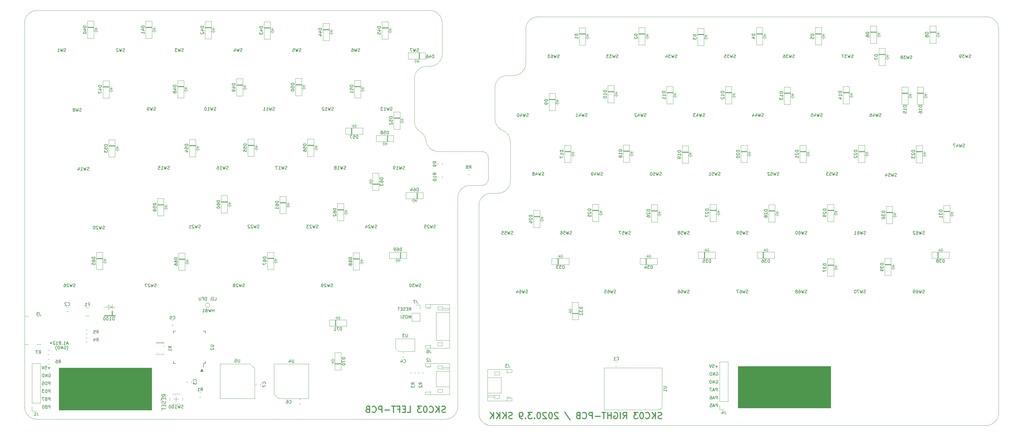
<source format=gbr>
G04 #@! TF.GenerationSoftware,KiCad,Pcbnew,(5.1.5)-3*
G04 #@! TF.CreationDate,2020-04-28T07:27:48+09:00*
G04 #@! TF.ProjectId,skc03-jis,736b6330-332d-46a6-9973-2e6b69636164,03*
G04 #@! TF.SameCoordinates,PX7565b60PY115170f0*
G04 #@! TF.FileFunction,Legend,Bot*
G04 #@! TF.FilePolarity,Positive*
%FSLAX46Y46*%
G04 Gerber Fmt 4.6, Leading zero omitted, Abs format (unit mm)*
G04 Created by KiCad (PCBNEW (5.1.5)-3) date 2020-04-28 07:27:48*
%MOMM*%
%LPD*%
G04 APERTURE LIST*
G04 #@! TA.AperFunction,Profile*
%ADD10C,0.100000*%
G04 #@! TD*
%ADD11C,0.150000*%
%ADD12C,0.100000*%
%ADD13C,0.300000*%
%ADD14C,0.120000*%
%ADD15C,0.240000*%
G04 APERTURE END LIST*
D10*
X160228499Y7380001D02*
X320228499Y7380001D01*
D11*
X134284404Y41965620D02*
X134284404Y42965620D01*
X133951071Y42251334D01*
X133617738Y42965620D01*
X133617738Y41965620D01*
X132951071Y42965620D02*
X132760595Y42965620D01*
X132665357Y42918000D01*
X132570119Y42822762D01*
X132522500Y42632286D01*
X132522500Y42298953D01*
X132570119Y42108477D01*
X132665357Y42013239D01*
X132760595Y41965620D01*
X132951071Y41965620D01*
X133046309Y42013239D01*
X133141547Y42108477D01*
X133189166Y42298953D01*
X133189166Y42632286D01*
X133141547Y42822762D01*
X133046309Y42918000D01*
X132951071Y42965620D01*
X132141547Y42013239D02*
X131998690Y41965620D01*
X131760595Y41965620D01*
X131665357Y42013239D01*
X131617738Y42060858D01*
X131570119Y42156096D01*
X131570119Y42251334D01*
X131617738Y42346572D01*
X131665357Y42394191D01*
X131760595Y42441810D01*
X131951071Y42489429D01*
X132046309Y42537048D01*
X132093928Y42584667D01*
X132141547Y42679905D01*
X132141547Y42775143D01*
X132093928Y42870381D01*
X132046309Y42918000D01*
X131951071Y42965620D01*
X131712976Y42965620D01*
X131570119Y42918000D01*
X131141547Y41965620D02*
X131141547Y42965620D01*
X133712976Y44505620D02*
X134046309Y44981810D01*
X134284404Y44505620D02*
X134284404Y45505620D01*
X133903452Y45505620D01*
X133808214Y45458000D01*
X133760595Y45410381D01*
X133712976Y45315143D01*
X133712976Y45172286D01*
X133760595Y45077048D01*
X133808214Y45029429D01*
X133903452Y44981810D01*
X134284404Y44981810D01*
X133284404Y45029429D02*
X132951071Y45029429D01*
X132808214Y44505620D02*
X133284404Y44505620D01*
X133284404Y45505620D01*
X132808214Y45505620D01*
X132427261Y44553239D02*
X132284404Y44505620D01*
X132046309Y44505620D01*
X131951071Y44553239D01*
X131903452Y44600858D01*
X131855833Y44696096D01*
X131855833Y44791334D01*
X131903452Y44886572D01*
X131951071Y44934191D01*
X132046309Y44981810D01*
X132236785Y45029429D01*
X132332023Y45077048D01*
X132379642Y45124667D01*
X132427261Y45219905D01*
X132427261Y45315143D01*
X132379642Y45410381D01*
X132332023Y45458000D01*
X132236785Y45505620D01*
X131998690Y45505620D01*
X131855833Y45458000D01*
X131427261Y45029429D02*
X131093928Y45029429D01*
X130951071Y44505620D02*
X131427261Y44505620D01*
X131427261Y45505620D01*
X130951071Y45505620D01*
X130665357Y45505620D02*
X130093928Y45505620D01*
X130379642Y44505620D02*
X130379642Y45505620D01*
X70865714Y47807620D02*
X71341904Y47807620D01*
X71341904Y48807620D01*
X70341904Y48807620D02*
X70151428Y48807620D01*
X70056190Y48760000D01*
X69960952Y48664762D01*
X69913333Y48474286D01*
X69913333Y48140953D01*
X69960952Y47950477D01*
X70056190Y47855239D01*
X70151428Y47807620D01*
X70341904Y47807620D01*
X70437142Y47855239D01*
X70532380Y47950477D01*
X70580000Y48140953D01*
X70580000Y48474286D01*
X70532380Y48664762D01*
X70437142Y48760000D01*
X70341904Y48807620D01*
X69484761Y47902858D02*
X69437142Y47855239D01*
X69484761Y47807620D01*
X69532380Y47855239D01*
X69484761Y47902858D01*
X69484761Y47807620D01*
X69484761Y48426667D02*
X69437142Y48379048D01*
X69484761Y48331429D01*
X69532380Y48379048D01*
X69484761Y48426667D01*
X69484761Y48331429D01*
X68246666Y47807620D02*
X68246666Y48807620D01*
X68008571Y48807620D01*
X67865714Y48760000D01*
X67770476Y48664762D01*
X67722857Y48569524D01*
X67675238Y48379048D01*
X67675238Y48236191D01*
X67722857Y48045715D01*
X67770476Y47950477D01*
X67865714Y47855239D01*
X68008571Y47807620D01*
X68246666Y47807620D01*
X66913333Y48331429D02*
X67246666Y48331429D01*
X67246666Y47807620D02*
X67246666Y48807620D01*
X66770476Y48807620D01*
X66389523Y48807620D02*
X66389523Y47998096D01*
X66341904Y47902858D01*
X66294285Y47855239D01*
X66199047Y47807620D01*
X66008571Y47807620D01*
X65913333Y47855239D01*
X65865714Y47902858D01*
X65818095Y47998096D01*
X65818095Y48807620D01*
X55042857Y16742858D02*
X54471428Y17142858D01*
X55042857Y17428572D02*
X53842857Y17428572D01*
X53842857Y16971429D01*
X53900000Y16857143D01*
X53957142Y16800000D01*
X54071428Y16742858D01*
X54242857Y16742858D01*
X54357142Y16800000D01*
X54414285Y16857143D01*
X54471428Y16971429D01*
X54471428Y17428572D01*
X54414285Y16228572D02*
X54414285Y15828572D01*
X55042857Y15657143D02*
X55042857Y16228572D01*
X53842857Y16228572D01*
X53842857Y15657143D01*
X54985714Y15200000D02*
X55042857Y15028572D01*
X55042857Y14742858D01*
X54985714Y14628572D01*
X54928571Y14571429D01*
X54814285Y14514286D01*
X54700000Y14514286D01*
X54585714Y14571429D01*
X54528571Y14628572D01*
X54471428Y14742858D01*
X54414285Y14971429D01*
X54357142Y15085715D01*
X54300000Y15142858D01*
X54185714Y15200000D01*
X54071428Y15200000D01*
X53957142Y15142858D01*
X53900000Y15085715D01*
X53842857Y14971429D01*
X53842857Y14685715D01*
X53900000Y14514286D01*
X54414285Y14000000D02*
X54414285Y13600000D01*
X55042857Y13428572D02*
X55042857Y14000000D01*
X53842857Y14000000D01*
X53842857Y13428572D01*
X53842857Y13085715D02*
X53842857Y12400000D01*
X55042857Y12742858D02*
X53842857Y12742858D01*
X233316668Y15887618D02*
X233316668Y16887618D01*
X232935716Y16887618D01*
X232840478Y16839998D01*
X232792859Y16792379D01*
X232745240Y16697141D01*
X232745240Y16554284D01*
X232792859Y16459046D01*
X232840478Y16411427D01*
X232935716Y16363808D01*
X233316668Y16363808D01*
X232364287Y16173332D02*
X231888097Y16173332D01*
X232459525Y15887618D02*
X232126192Y16887618D01*
X231792859Y15887618D01*
X231030954Y16887618D02*
X231221430Y16887618D01*
X231316668Y16839998D01*
X231364287Y16792379D01*
X231459525Y16649522D01*
X231507144Y16459046D01*
X231507144Y16078094D01*
X231459525Y15982856D01*
X231411906Y15935237D01*
X231316668Y15887618D01*
X231126192Y15887618D01*
X231030954Y15935237D01*
X230983335Y15982856D01*
X230935716Y16078094D01*
X230935716Y16316189D01*
X230983335Y16411427D01*
X231030954Y16459046D01*
X231126192Y16506665D01*
X231316668Y16506665D01*
X231411906Y16459046D01*
X231459525Y16411427D01*
X231507144Y16316189D01*
X232886907Y21909997D02*
X232982145Y21957617D01*
X233125003Y21957617D01*
X233267860Y21909997D01*
X233363098Y21814759D01*
X233410717Y21719521D01*
X233458336Y21529045D01*
X233458336Y21386188D01*
X233410717Y21195712D01*
X233363098Y21100474D01*
X233267860Y21005236D01*
X233125003Y20957617D01*
X233029764Y20957617D01*
X232886907Y21005236D01*
X232839288Y21052855D01*
X232839288Y21386188D01*
X233029764Y21386188D01*
X232410717Y20957617D02*
X232410717Y21957617D01*
X231839288Y20957617D01*
X231839288Y21957617D01*
X231363098Y20957617D02*
X231363098Y21957617D01*
X231125003Y21957617D01*
X230982145Y21909997D01*
X230886907Y21814759D01*
X230839288Y21719521D01*
X230791669Y21529045D01*
X230791669Y21386188D01*
X230839288Y21195712D01*
X230886907Y21100474D01*
X230982145Y21005236D01*
X231125003Y20957617D01*
X231363098Y20957617D01*
X233316668Y18437618D02*
X233316668Y19437618D01*
X232935716Y19437618D01*
X232840478Y19389998D01*
X232792859Y19342379D01*
X232745240Y19247141D01*
X232745240Y19104284D01*
X232792859Y19009046D01*
X232840478Y18961427D01*
X232935716Y18913808D01*
X233316668Y18913808D01*
X232364287Y18723332D02*
X231888097Y18723332D01*
X232459525Y18437618D02*
X232126192Y19437618D01*
X231792859Y18437618D01*
X231554763Y19437618D02*
X230888097Y19437618D01*
X231316668Y18437618D01*
X233460717Y26438569D02*
X232698812Y26438569D01*
X233079764Y26057617D02*
X233079764Y26819521D01*
X231746431Y27057617D02*
X232222622Y27057617D01*
X232270241Y26581426D01*
X232222622Y26629045D01*
X232127383Y26676664D01*
X231889288Y26676664D01*
X231794050Y26629045D01*
X231746431Y26581426D01*
X231698812Y26486188D01*
X231698812Y26248093D01*
X231746431Y26152855D01*
X231794050Y26105236D01*
X231889288Y26057617D01*
X232127383Y26057617D01*
X232222622Y26105236D01*
X232270241Y26152855D01*
X231413098Y27057617D02*
X231079764Y26057617D01*
X230746431Y27057617D01*
X232961906Y24489998D02*
X233057144Y24537618D01*
X233200002Y24537618D01*
X233342859Y24489998D01*
X233438097Y24394760D01*
X233485716Y24299522D01*
X233533335Y24109046D01*
X233533335Y23966189D01*
X233485716Y23775713D01*
X233438097Y23680475D01*
X233342859Y23585237D01*
X233200002Y23537618D01*
X233104763Y23537618D01*
X232961906Y23585237D01*
X232914287Y23632856D01*
X232914287Y23966189D01*
X233104763Y23966189D01*
X232485716Y23537618D02*
X232485716Y24537618D01*
X231914287Y23537618D01*
X231914287Y24537618D01*
X231438097Y23537618D02*
X231438097Y24537618D01*
X231200002Y24537618D01*
X231057144Y24489998D01*
X230961906Y24394760D01*
X230914287Y24299522D01*
X230866668Y24109046D01*
X230866668Y23966189D01*
X230914287Y23775713D01*
X230961906Y23680475D01*
X231057144Y23585237D01*
X231200002Y23537618D01*
X231438097Y23537618D01*
X233341667Y13367619D02*
X233341667Y14367619D01*
X232960715Y14367619D01*
X232865477Y14319999D01*
X232817858Y14272380D01*
X232770239Y14177142D01*
X232770239Y14034285D01*
X232817858Y13939047D01*
X232865477Y13891428D01*
X232960715Y13843809D01*
X233341667Y13843809D01*
X232389286Y13653333D02*
X231913096Y13653333D01*
X232484524Y13367619D02*
X232151191Y14367619D01*
X231817858Y13367619D01*
X231008334Y14367619D02*
X231484524Y14367619D01*
X231532143Y13891428D01*
X231484524Y13939047D01*
X231389286Y13986666D01*
X231151191Y13986666D01*
X231055953Y13939047D01*
X231008334Y13891428D01*
X230960715Y13796190D01*
X230960715Y13558095D01*
X231008334Y13462857D01*
X231055953Y13415238D01*
X231151191Y13367619D01*
X231389286Y13367619D01*
X231484524Y13415238D01*
X231532143Y13462857D01*
X17735716Y25968570D02*
X16973811Y25968570D01*
X17354763Y25587618D02*
X17354763Y26349522D01*
X16021430Y26587618D02*
X16497621Y26587618D01*
X16545240Y26111427D01*
X16497621Y26159046D01*
X16402382Y26206665D01*
X16164287Y26206665D01*
X16069049Y26159046D01*
X16021430Y26111427D01*
X15973811Y26016189D01*
X15973811Y25778094D01*
X16021430Y25682856D01*
X16069049Y25635237D01*
X16164287Y25587618D01*
X16402382Y25587618D01*
X16497621Y25635237D01*
X16545240Y25682856D01*
X15688097Y26587618D02*
X15354763Y25587618D01*
X15021430Y26587618D01*
X17236905Y24019999D02*
X17332143Y24067619D01*
X17475001Y24067619D01*
X17617858Y24019999D01*
X17713096Y23924761D01*
X17760715Y23829523D01*
X17808334Y23639047D01*
X17808334Y23496190D01*
X17760715Y23305714D01*
X17713096Y23210476D01*
X17617858Y23115238D01*
X17475001Y23067619D01*
X17379762Y23067619D01*
X17236905Y23115238D01*
X17189286Y23162857D01*
X17189286Y23496190D01*
X17379762Y23496190D01*
X16760715Y23067619D02*
X16760715Y24067619D01*
X16189286Y23067619D01*
X16189286Y24067619D01*
X15713096Y23067619D02*
X15713096Y24067619D01*
X15475001Y24067619D01*
X15332143Y24019999D01*
X15236905Y23924761D01*
X15189286Y23829523D01*
X15141667Y23639047D01*
X15141667Y23496190D01*
X15189286Y23305714D01*
X15236905Y23210476D01*
X15332143Y23115238D01*
X15475001Y23067619D01*
X15713096Y23067619D01*
X17638097Y20487618D02*
X17638097Y21487618D01*
X17257144Y21487618D01*
X17161906Y21439998D01*
X17114287Y21392379D01*
X17066668Y21297141D01*
X17066668Y21154284D01*
X17114287Y21059046D01*
X17161906Y21011427D01*
X17257144Y20963808D01*
X17638097Y20963808D01*
X16638097Y20487618D02*
X16638097Y21487618D01*
X16400002Y21487618D01*
X16257144Y21439998D01*
X16161906Y21344760D01*
X16114287Y21249522D01*
X16066668Y21059046D01*
X16066668Y20916189D01*
X16114287Y20725713D01*
X16161906Y20630475D01*
X16257144Y20535237D01*
X16400002Y20487618D01*
X16638097Y20487618D01*
X15161906Y21487618D02*
X15638097Y21487618D01*
X15685716Y21011427D01*
X15638097Y21059046D01*
X15542859Y21106665D01*
X15304763Y21106665D01*
X15209525Y21059046D01*
X15161906Y21011427D01*
X15114287Y20916189D01*
X15114287Y20678094D01*
X15161906Y20582856D01*
X15209525Y20535237D01*
X15304763Y20487618D01*
X15542859Y20487618D01*
X15638097Y20535237D01*
X15685716Y20582856D01*
X17663096Y17967619D02*
X17663096Y18967619D01*
X17282143Y18967619D01*
X17186905Y18919999D01*
X17139286Y18872380D01*
X17091667Y18777142D01*
X17091667Y18634285D01*
X17139286Y18539047D01*
X17186905Y18491428D01*
X17282143Y18443809D01*
X17663096Y18443809D01*
X16663096Y17967619D02*
X16663096Y18967619D01*
X16425001Y18967619D01*
X16282143Y18919999D01*
X16186905Y18824761D01*
X16139286Y18729523D01*
X16091667Y18539047D01*
X16091667Y18396190D01*
X16139286Y18205714D01*
X16186905Y18110476D01*
X16282143Y18015238D01*
X16425001Y17967619D01*
X16663096Y17967619D01*
X15758334Y18967619D02*
X15139286Y18967619D01*
X15472620Y18586666D01*
X15329762Y18586666D01*
X15234524Y18539047D01*
X15186905Y18491428D01*
X15139286Y18396190D01*
X15139286Y18158095D01*
X15186905Y18062857D01*
X15234524Y18015238D01*
X15329762Y17967619D01*
X15615477Y17967619D01*
X15710715Y18015238D01*
X15758334Y18062857D01*
X17663096Y15417619D02*
X17663096Y16417619D01*
X17282143Y16417619D01*
X17186905Y16369999D01*
X17139286Y16322380D01*
X17091667Y16227142D01*
X17091667Y16084285D01*
X17139286Y15989047D01*
X17186905Y15941428D01*
X17282143Y15893809D01*
X17663096Y15893809D01*
X16329762Y15941428D02*
X16186905Y15893809D01*
X16139286Y15846190D01*
X16091667Y15750952D01*
X16091667Y15608095D01*
X16139286Y15512857D01*
X16186905Y15465238D01*
X16282143Y15417619D01*
X16663096Y15417619D01*
X16663096Y16417619D01*
X16329762Y16417619D01*
X16234524Y16369999D01*
X16186905Y16322380D01*
X16139286Y16227142D01*
X16139286Y16131904D01*
X16186905Y16036666D01*
X16234524Y15989047D01*
X16329762Y15941428D01*
X16663096Y15941428D01*
X15758334Y16417619D02*
X15091667Y16417619D01*
X15520239Y15417619D01*
X17688095Y12897620D02*
X17688095Y13897620D01*
X17307142Y13897620D01*
X17211904Y13850000D01*
X17164285Y13802381D01*
X17116666Y13707143D01*
X17116666Y13564286D01*
X17164285Y13469048D01*
X17211904Y13421429D01*
X17307142Y13373810D01*
X17688095Y13373810D01*
X16354761Y13421429D02*
X16211904Y13373810D01*
X16164285Y13326191D01*
X16116666Y13230953D01*
X16116666Y13088096D01*
X16164285Y12992858D01*
X16211904Y12945239D01*
X16307142Y12897620D01*
X16688095Y12897620D01*
X16688095Y13897620D01*
X16354761Y13897620D01*
X16259523Y13850000D01*
X16211904Y13802381D01*
X16164285Y13707143D01*
X16164285Y13611905D01*
X16211904Y13516667D01*
X16259523Y13469048D01*
X16354761Y13421429D01*
X16688095Y13421429D01*
X15497619Y13897620D02*
X15402380Y13897620D01*
X15307142Y13850000D01*
X15259523Y13802381D01*
X15211904Y13707143D01*
X15164285Y13516667D01*
X15164285Y13278572D01*
X15211904Y13088096D01*
X15259523Y12992858D01*
X15307142Y12945239D01*
X15402380Y12897620D01*
X15497619Y12897620D01*
X15592857Y12945239D01*
X15640476Y12992858D01*
X15688095Y13088096D01*
X15735714Y13278572D01*
X15735714Y13516667D01*
X15688095Y13707143D01*
X15640476Y13802381D01*
X15592857Y13850000D01*
X15497619Y13897620D01*
D12*
G36*
X50500000Y12380001D02*
G01*
X20500000Y12380001D01*
X20500000Y26000000D01*
X50500000Y26000000D01*
X50500000Y12380001D01*
G37*
X50500000Y12380001D02*
X20500000Y12380001D01*
X20500000Y26000000D01*
X50500000Y26000000D01*
X50500000Y12380001D01*
D10*
X156228499Y73830000D02*
X156228499Y78380000D01*
X9424988Y14702327D02*
X9424987Y137379276D01*
X324228499Y11380001D02*
G75*
G02X320228499Y7380001I-4000000J0D01*
G01*
X144422749Y127380726D02*
X144422749Y137379276D01*
X171417299Y135380001D02*
G75*
G02X175417299Y139380001I4000000J0D01*
G01*
X171417299Y135380001D02*
X171417299Y124380000D01*
X13424987Y141379275D02*
X140422750Y141379275D01*
X171417299Y124380000D02*
G75*
G02X167417299Y120380000I-4000000J0D01*
G01*
X320228499Y139380001D02*
G75*
G02X324228499Y135380001I0J-4000000D01*
G01*
X324228499Y11380001D02*
X324228499Y135380001D01*
X165424999Y120380001D02*
X167417299Y120380001D01*
X161425000Y116380001D02*
G75*
G02X165424999Y120380000I3999999J0D01*
G01*
X320228499Y139380001D02*
X175417299Y139380000D01*
X9424988Y137379276D02*
G75*
G02X13424987Y141379275I3999999J0D01*
G01*
X140422750Y141379275D02*
G75*
G02X144422749Y137379276I0J-3999999D01*
G01*
X137476198Y102095543D02*
G75*
G02X135423087Y105589770I1946889J3494227D01*
G01*
X161424999Y106380001D02*
X161425000Y116380001D01*
X163924999Y102671902D02*
G75*
G02X161424999Y106380001I1500000J3708099D01*
G01*
X163925000Y102671900D02*
G75*
G02X166424999Y98963802I-1500000J-3708098D01*
G01*
X166424999Y86380000D02*
X166424999Y98963802D01*
X166424999Y86380000D02*
G75*
G02X162424999Y82380000I-4000000J0D01*
G01*
X160228499Y82380000D02*
X162424999Y82380000D01*
X156228499Y78380000D02*
G75*
G02X160228499Y82380000I4000000J0D01*
G01*
X156228499Y11380001D02*
X156228499Y73830000D01*
X149424988Y80899507D02*
X149424988Y13379275D01*
X149424988Y80899506D02*
G75*
G02X153424976Y84899507I4000000J1D01*
G01*
X157294948Y84899519D02*
X153424976Y84899507D01*
X159294942Y86899517D02*
G75*
G02X157294948Y84899519I-1999999J1D01*
G01*
X159294943Y93859517D02*
X159294943Y86899518D01*
X157294943Y95859517D02*
G75*
G02X159294943Y93859517I0J-2000000D01*
G01*
X143119168Y95859515D02*
X157294942Y95859517D01*
X143119169Y95859515D02*
G75*
G02X139140013Y99451681I-1J4000000D01*
G01*
X138949998Y100325416D02*
G75*
G02X139140013Y99451681I-3789139J-1281568D01*
G01*
X137476198Y102095543D02*
G75*
G02X138949998Y100325416I-1557511J-2795381D01*
G01*
X156247761Y10987932D02*
X156228499Y11380001D01*
X156305358Y10599639D02*
X156247761Y10987932D01*
X156400738Y10218862D02*
X156305358Y10599639D01*
X156532981Y9849267D02*
X156400738Y10218862D01*
X156700814Y9494414D02*
X156532981Y9849267D01*
X156902621Y9157720D02*
X156700814Y9494414D01*
X157136458Y8842427D02*
X156902621Y9157720D01*
X157400072Y8551573D02*
X157136458Y8842427D01*
X157690926Y8287959D02*
X157400072Y8551573D01*
X158006219Y8054122D02*
X157690926Y8287959D01*
X158342913Y7852315D02*
X158006219Y8054122D01*
X158697766Y7684482D02*
X158342913Y7852315D01*
X159067361Y7552239D02*
X158697766Y7684482D01*
X159448138Y7456859D02*
X159067361Y7552239D01*
X159836431Y7399262D02*
X159448138Y7456859D01*
X160228499Y7380001D02*
X159836431Y7399262D01*
X149424988Y13379275D02*
G75*
G02X145424988Y9379275I-4000000J0D01*
G01*
X135423087Y119380727D02*
X135423087Y105589770D01*
X135423088Y119380727D02*
G75*
G02X139423087Y123380726I3999999J0D01*
G01*
X140422750Y123380727D02*
X139423087Y123380726D01*
X144422749Y127380726D02*
G75*
G02X140422750Y123380727I-3999999J0D01*
G01*
X145424988Y9379275D02*
X13424987Y9379275D01*
X9424987Y13379275D02*
X9424988Y14702327D01*
X13424987Y9379275D02*
G75*
G02X9424987Y13379275I0J4000000D01*
G01*
D12*
G36*
X270000000Y13000000D02*
G01*
X240000000Y13000000D01*
X240000000Y26500000D01*
X270000000Y26500000D01*
X270000000Y13000000D01*
G37*
X270000000Y13000000D02*
X240000000Y13000000D01*
X240000000Y26500000D01*
X270000000Y26500000D01*
X270000000Y13000000D01*
D13*
X145424047Y11690477D02*
X145138333Y11595239D01*
X144662142Y11595239D01*
X144471666Y11690477D01*
X144376428Y11785715D01*
X144281190Y11976191D01*
X144281190Y12166667D01*
X144376428Y12357143D01*
X144471666Y12452381D01*
X144662142Y12547620D01*
X145043095Y12642858D01*
X145233571Y12738096D01*
X145328809Y12833334D01*
X145424047Y13023810D01*
X145424047Y13214286D01*
X145328809Y13404762D01*
X145233571Y13500000D01*
X145043095Y13595239D01*
X144566904Y13595239D01*
X144281190Y13500000D01*
X143424047Y11595239D02*
X143424047Y13595239D01*
X142281190Y11595239D02*
X143138333Y12738096D01*
X142281190Y13595239D02*
X143424047Y12452381D01*
X140281190Y11785715D02*
X140376428Y11690477D01*
X140662142Y11595239D01*
X140852619Y11595239D01*
X141138333Y11690477D01*
X141328809Y11880953D01*
X141424047Y12071429D01*
X141519285Y12452381D01*
X141519285Y12738096D01*
X141424047Y13119048D01*
X141328809Y13309524D01*
X141138333Y13500000D01*
X140852619Y13595239D01*
X140662142Y13595239D01*
X140376428Y13500000D01*
X140281190Y13404762D01*
X139043095Y13595239D02*
X138852619Y13595239D01*
X138662142Y13500000D01*
X138566904Y13404762D01*
X138471666Y13214286D01*
X138376428Y12833334D01*
X138376428Y12357143D01*
X138471666Y11976191D01*
X138566904Y11785715D01*
X138662142Y11690477D01*
X138852619Y11595239D01*
X139043095Y11595239D01*
X139233571Y11690477D01*
X139328809Y11785715D01*
X139424047Y11976191D01*
X139519285Y12357143D01*
X139519285Y12833334D01*
X139424047Y13214286D01*
X139328809Y13404762D01*
X139233571Y13500000D01*
X139043095Y13595239D01*
X137709761Y13595239D02*
X136471666Y13595239D01*
X137138333Y12833334D01*
X136852619Y12833334D01*
X136662142Y12738096D01*
X136566904Y12642858D01*
X136471666Y12452381D01*
X136471666Y11976191D01*
X136566904Y11785715D01*
X136662142Y11690477D01*
X136852619Y11595239D01*
X137424047Y11595239D01*
X137614523Y11690477D01*
X137709761Y11785715D01*
X133138333Y11595239D02*
X134090714Y11595239D01*
X134090714Y13595239D01*
X132471666Y12642858D02*
X131805000Y12642858D01*
X131519285Y11595239D02*
X132471666Y11595239D01*
X132471666Y13595239D01*
X131519285Y13595239D01*
X129995476Y12642858D02*
X130662142Y12642858D01*
X130662142Y11595239D02*
X130662142Y13595239D01*
X129709761Y13595239D01*
X129233571Y13595239D02*
X128090714Y13595239D01*
X128662142Y11595239D02*
X128662142Y13595239D01*
X127424047Y12357143D02*
X125900238Y12357143D01*
X124947857Y11595239D02*
X124947857Y13595239D01*
X124185952Y13595239D01*
X123995476Y13500000D01*
X123900238Y13404762D01*
X123805000Y13214286D01*
X123805000Y12928572D01*
X123900238Y12738096D01*
X123995476Y12642858D01*
X124185952Y12547620D01*
X124947857Y12547620D01*
X121805000Y11785715D02*
X121900238Y11690477D01*
X122185952Y11595239D01*
X122376428Y11595239D01*
X122662142Y11690477D01*
X122852619Y11880953D01*
X122947857Y12071429D01*
X123043095Y12452381D01*
X123043095Y12738096D01*
X122947857Y13119048D01*
X122852619Y13309524D01*
X122662142Y13500000D01*
X122376428Y13595239D01*
X122185952Y13595239D01*
X121900238Y13500000D01*
X121805000Y13404762D01*
X120281190Y12642858D02*
X119995476Y12547620D01*
X119900238Y12452381D01*
X119805000Y12261905D01*
X119805000Y11976191D01*
X119900238Y11785715D01*
X119995476Y11690477D01*
X120185952Y11595239D01*
X120947857Y11595239D01*
X120947857Y13595239D01*
X120281190Y13595239D01*
X120090714Y13500000D01*
X119995476Y13404762D01*
X119900238Y13214286D01*
X119900238Y13023810D01*
X119995476Y12833334D01*
X120090714Y12738096D01*
X120281190Y12642858D01*
X120947857Y12642858D01*
X215324047Y9690477D02*
X215038333Y9595239D01*
X214562142Y9595239D01*
X214371666Y9690477D01*
X214276428Y9785715D01*
X214181190Y9976191D01*
X214181190Y10166667D01*
X214276428Y10357143D01*
X214371666Y10452381D01*
X214562142Y10547620D01*
X214943095Y10642858D01*
X215133571Y10738096D01*
X215228809Y10833334D01*
X215324047Y11023810D01*
X215324047Y11214286D01*
X215228809Y11404762D01*
X215133571Y11500000D01*
X214943095Y11595239D01*
X214466904Y11595239D01*
X214181190Y11500000D01*
X213324047Y9595239D02*
X213324047Y11595239D01*
X212181190Y9595239D02*
X213038333Y10738096D01*
X212181190Y11595239D02*
X213324047Y10452381D01*
X210181190Y9785715D02*
X210276428Y9690477D01*
X210562142Y9595239D01*
X210752619Y9595239D01*
X211038333Y9690477D01*
X211228809Y9880953D01*
X211324047Y10071429D01*
X211419285Y10452381D01*
X211419285Y10738096D01*
X211324047Y11119048D01*
X211228809Y11309524D01*
X211038333Y11500000D01*
X210752619Y11595239D01*
X210562142Y11595239D01*
X210276428Y11500000D01*
X210181190Y11404762D01*
X208943095Y11595239D02*
X208752619Y11595239D01*
X208562142Y11500000D01*
X208466904Y11404762D01*
X208371666Y11214286D01*
X208276428Y10833334D01*
X208276428Y10357143D01*
X208371666Y9976191D01*
X208466904Y9785715D01*
X208562142Y9690477D01*
X208752619Y9595239D01*
X208943095Y9595239D01*
X209133571Y9690477D01*
X209228809Y9785715D01*
X209324047Y9976191D01*
X209419285Y10357143D01*
X209419285Y10833334D01*
X209324047Y11214286D01*
X209228809Y11404762D01*
X209133571Y11500000D01*
X208943095Y11595239D01*
X207609761Y11595239D02*
X206371666Y11595239D01*
X207038333Y10833334D01*
X206752619Y10833334D01*
X206562142Y10738096D01*
X206466904Y10642858D01*
X206371666Y10452381D01*
X206371666Y9976191D01*
X206466904Y9785715D01*
X206562142Y9690477D01*
X206752619Y9595239D01*
X207324047Y9595239D01*
X207514523Y9690477D01*
X207609761Y9785715D01*
X202847857Y9595239D02*
X203514523Y10547620D01*
X203990714Y9595239D02*
X203990714Y11595239D01*
X203228809Y11595239D01*
X203038333Y11500000D01*
X202943095Y11404762D01*
X202847857Y11214286D01*
X202847857Y10928572D01*
X202943095Y10738096D01*
X203038333Y10642858D01*
X203228809Y10547620D01*
X203990714Y10547620D01*
X201990714Y9595239D02*
X201990714Y11595239D01*
X199990714Y11500000D02*
X200181190Y11595239D01*
X200466904Y11595239D01*
X200752619Y11500000D01*
X200943095Y11309524D01*
X201038333Y11119048D01*
X201133571Y10738096D01*
X201133571Y10452381D01*
X201038333Y10071429D01*
X200943095Y9880953D01*
X200752619Y9690477D01*
X200466904Y9595239D01*
X200276428Y9595239D01*
X199990714Y9690477D01*
X199895476Y9785715D01*
X199895476Y10452381D01*
X200276428Y10452381D01*
X199038333Y9595239D02*
X199038333Y11595239D01*
X199038333Y10642858D02*
X197895476Y10642858D01*
X197895476Y9595239D02*
X197895476Y11595239D01*
X197228809Y11595239D02*
X196085952Y11595239D01*
X196657380Y9595239D02*
X196657380Y11595239D01*
X195419285Y10357143D02*
X193895476Y10357143D01*
X192943095Y9595239D02*
X192943095Y11595239D01*
X192181190Y11595239D01*
X191990714Y11500000D01*
X191895476Y11404762D01*
X191800238Y11214286D01*
X191800238Y10928572D01*
X191895476Y10738096D01*
X191990714Y10642858D01*
X192181190Y10547620D01*
X192943095Y10547620D01*
X189800238Y9785715D02*
X189895476Y9690477D01*
X190181190Y9595239D01*
X190371666Y9595239D01*
X190657380Y9690477D01*
X190847857Y9880953D01*
X190943095Y10071429D01*
X191038333Y10452381D01*
X191038333Y10738096D01*
X190943095Y11119048D01*
X190847857Y11309524D01*
X190657380Y11500000D01*
X190371666Y11595239D01*
X190181190Y11595239D01*
X189895476Y11500000D01*
X189800238Y11404762D01*
X188276428Y10642858D02*
X187990714Y10547620D01*
X187895476Y10452381D01*
X187800238Y10261905D01*
X187800238Y9976191D01*
X187895476Y9785715D01*
X187990714Y9690477D01*
X188181190Y9595239D01*
X188943095Y9595239D01*
X188943095Y11595239D01*
X188276428Y11595239D01*
X188085952Y11500000D01*
X187990714Y11404762D01*
X187895476Y11214286D01*
X187895476Y11023810D01*
X187990714Y10833334D01*
X188085952Y10738096D01*
X188276428Y10642858D01*
X188943095Y10642858D01*
X183990714Y11690477D02*
X185705000Y9119048D01*
X181895476Y11404762D02*
X181800238Y11500000D01*
X181609761Y11595239D01*
X181133571Y11595239D01*
X180943095Y11500000D01*
X180847857Y11404762D01*
X180752619Y11214286D01*
X180752619Y11023810D01*
X180847857Y10738096D01*
X181990714Y9595239D01*
X180752619Y9595239D01*
X179514523Y11595239D02*
X179324047Y11595239D01*
X179133571Y11500000D01*
X179038333Y11404762D01*
X178943095Y11214286D01*
X178847857Y10833334D01*
X178847857Y10357143D01*
X178943095Y9976191D01*
X179038333Y9785715D01*
X179133571Y9690477D01*
X179324047Y9595239D01*
X179514523Y9595239D01*
X179705000Y9690477D01*
X179800238Y9785715D01*
X179895476Y9976191D01*
X179990714Y10357143D01*
X179990714Y10833334D01*
X179895476Y11214286D01*
X179800238Y11404762D01*
X179705000Y11500000D01*
X179514523Y11595239D01*
X178085952Y11404762D02*
X177990714Y11500000D01*
X177800238Y11595239D01*
X177324047Y11595239D01*
X177133571Y11500000D01*
X177038333Y11404762D01*
X176943095Y11214286D01*
X176943095Y11023810D01*
X177038333Y10738096D01*
X178181190Y9595239D01*
X176943095Y9595239D01*
X175705000Y11595239D02*
X175514523Y11595239D01*
X175324047Y11500000D01*
X175228809Y11404762D01*
X175133571Y11214286D01*
X175038333Y10833334D01*
X175038333Y10357143D01*
X175133571Y9976191D01*
X175228809Y9785715D01*
X175324047Y9690477D01*
X175514523Y9595239D01*
X175705000Y9595239D01*
X175895476Y9690477D01*
X175990714Y9785715D01*
X176085952Y9976191D01*
X176181190Y10357143D01*
X176181190Y10833334D01*
X176085952Y11214286D01*
X175990714Y11404762D01*
X175895476Y11500000D01*
X175705000Y11595239D01*
X174181190Y9785715D02*
X174085952Y9690477D01*
X174181190Y9595239D01*
X174276428Y9690477D01*
X174181190Y9785715D01*
X174181190Y9595239D01*
X173419285Y11595239D02*
X172181190Y11595239D01*
X172847857Y10833334D01*
X172562142Y10833334D01*
X172371666Y10738096D01*
X172276428Y10642858D01*
X172181190Y10452381D01*
X172181190Y9976191D01*
X172276428Y9785715D01*
X172371666Y9690477D01*
X172562142Y9595239D01*
X173133571Y9595239D01*
X173324047Y9690477D01*
X173419285Y9785715D01*
X171324047Y9785715D02*
X171228809Y9690477D01*
X171324047Y9595239D01*
X171419285Y9690477D01*
X171324047Y9785715D01*
X171324047Y9595239D01*
X170276428Y9595239D02*
X169895476Y9595239D01*
X169705000Y9690477D01*
X169609761Y9785715D01*
X169419285Y10071429D01*
X169324047Y10452381D01*
X169324047Y11214286D01*
X169419285Y11404762D01*
X169514523Y11500000D01*
X169705000Y11595239D01*
X170085952Y11595239D01*
X170276428Y11500000D01*
X170371666Y11404762D01*
X170466904Y11214286D01*
X170466904Y10738096D01*
X170371666Y10547620D01*
X170276428Y10452381D01*
X170085952Y10357143D01*
X169705000Y10357143D01*
X169514523Y10452381D01*
X169419285Y10547620D01*
X169324047Y10738096D01*
X167038333Y9690477D02*
X166752619Y9595239D01*
X166276428Y9595239D01*
X166085952Y9690477D01*
X165990714Y9785715D01*
X165895476Y9976191D01*
X165895476Y10166667D01*
X165990714Y10357143D01*
X166085952Y10452381D01*
X166276428Y10547620D01*
X166657380Y10642858D01*
X166847857Y10738096D01*
X166943095Y10833334D01*
X167038333Y11023810D01*
X167038333Y11214286D01*
X166943095Y11404762D01*
X166847857Y11500000D01*
X166657380Y11595239D01*
X166181190Y11595239D01*
X165895476Y11500000D01*
X165038333Y9595239D02*
X165038333Y11595239D01*
X163895476Y9595239D02*
X164752619Y10738096D01*
X163895476Y11595239D02*
X165038333Y10452381D01*
X163038333Y9595239D02*
X163038333Y11595239D01*
X161895476Y9595239D02*
X162752619Y10738096D01*
X161895476Y11595239D02*
X163038333Y10452381D01*
X161038333Y9595239D02*
X161038333Y11595239D01*
X159895476Y9595239D02*
X160752619Y10738096D01*
X159895476Y11595239D02*
X161038333Y10452381D01*
D14*
G04 #@! TO.C,X1*
X51974999Y30430001D02*
X51974999Y30580001D01*
X54374999Y30430001D02*
X54374999Y30580001D01*
X54374999Y32980001D02*
X54374999Y33030001D01*
X54374999Y34030001D02*
X54374999Y33880001D01*
X51974999Y34030001D02*
X51974999Y33880001D01*
X53974999Y34230001D02*
X54374999Y34230001D01*
X53974999Y34030001D02*
X54374999Y34030001D01*
X53974999Y30430001D02*
X54374999Y30430001D01*
X51974999Y34230001D02*
X53974999Y34230001D01*
X54374999Y32980001D02*
X54774999Y32980001D01*
X53974999Y34030001D02*
X51974999Y34030001D01*
X51974999Y30430001D02*
X53974999Y30430001D01*
D12*
G04 #@! TO.C,J5*
G36*
X17950000Y34330000D02*
G01*
X17650000Y33830000D01*
X18250000Y33830000D01*
X17950000Y34330000D01*
G37*
X17950000Y34330000D02*
X17650000Y33830000D01*
X18250000Y33830000D01*
X17950000Y34330000D01*
D14*
X13300000Y42630000D02*
X14800000Y42630000D01*
X10700000Y33630000D02*
X9420000Y33630000D01*
X10700000Y42630000D02*
X9420000Y42630000D01*
X13300000Y33630000D02*
X14800000Y33630000D01*
X9420000Y33630000D02*
X9420000Y42630000D01*
G04 #@! TO.C,D3*
X228965999Y135674001D02*
X228965999Y130086001D01*
X226933999Y130086001D02*
X226933999Y135674001D01*
X228965999Y135674001D02*
X226933999Y135674001D01*
X226933999Y130086001D02*
X228965999Y130086001D01*
X230172499Y132372001D02*
X229600999Y133324501D01*
X229029499Y132372001D02*
X230172499Y132372001D01*
X229600999Y133324501D02*
X229029499Y132372001D01*
X229600999Y131864001D02*
X229600999Y133896001D01*
X229029499Y133324501D02*
X230172499Y133324501D01*
D12*
X226974999Y133595001D02*
X228924999Y133595001D01*
X226974999Y133695001D02*
X228924999Y133695001D01*
X226974999Y133795001D02*
X228924999Y133795001D01*
D14*
G04 #@! TO.C,D8*
X304016000Y136394000D02*
X304016000Y130806000D01*
X301984000Y130806000D02*
X301984000Y136394000D01*
X304016000Y136394000D02*
X301984000Y136394000D01*
X301984000Y130806000D02*
X304016000Y130806000D01*
X305222500Y133092000D02*
X304651000Y134044500D01*
X304079500Y133092000D02*
X305222500Y133092000D01*
X304651000Y134044500D02*
X304079500Y133092000D01*
X304651000Y132584000D02*
X304651000Y134616000D01*
X304079500Y134044500D02*
X305222500Y134044500D01*
D12*
X302025000Y134315000D02*
X303975000Y134315000D01*
X302025000Y134415000D02*
X303975000Y134415000D01*
X302025000Y134515000D02*
X303975000Y134515000D01*
D14*
G04 #@! TO.C,J7*
X137220000Y46288000D02*
X135890000Y46288000D01*
X137220000Y44958000D02*
X137220000Y46288000D01*
X137220000Y43688000D02*
X134560000Y43688000D01*
X134560000Y43688000D02*
X134560000Y41088000D01*
X137220000Y43688000D02*
X137220000Y41088000D01*
X137220000Y41088000D02*
X134560000Y41088000D01*
G04 #@! TO.C,HWB1*
X69280000Y46228000D02*
G75*
G03X69280000Y46228000I-700000J0D01*
G01*
G04 #@! TO.C,J4*
X234094999Y12550001D02*
X235424999Y12550001D01*
X234094999Y13880001D02*
X234094999Y12550001D01*
X234094999Y15150001D02*
X236754999Y15150001D01*
X236754999Y15150001D02*
X236754999Y27910001D01*
X234094999Y15150001D02*
X234094999Y27910001D01*
X234094999Y27910001D02*
X236754999Y27910001D01*
G04 #@! TO.C,J1*
X11844999Y12050001D02*
X13174999Y12050001D01*
X11844999Y13380001D02*
X11844999Y12050001D01*
X11844999Y14650001D02*
X14504999Y14650001D01*
X14504999Y14650001D02*
X14504999Y27410001D01*
X11844999Y14650001D02*
X11844999Y27410001D01*
X11844999Y27410001D02*
X14504999Y27410001D01*
G04 #@! TO.C,R1*
X65913748Y18010000D02*
X66436252Y18010000D01*
X65913748Y16590000D02*
X66436252Y16590000D01*
G04 #@! TO.C,U1*
X214636199Y12450001D02*
X215436199Y13250001D01*
X215436199Y13250001D02*
X215436199Y25950001D01*
X215436199Y25950001D02*
X196726199Y25950001D01*
X196726199Y25950001D02*
X196726199Y12450001D01*
X196726199Y12450001D02*
X214636199Y12450001D01*
G04 #@! TO.C,U4*
X90087000Y27218000D02*
X91103000Y27218000D01*
X90087000Y26590000D02*
X90087000Y27218000D01*
X91611000Y16042000D02*
X91875000Y16042000D01*
X90887000Y16670000D02*
X91611000Y16042000D01*
X101263000Y16042000D02*
X100275000Y16042000D01*
X101263000Y16670000D02*
X101263000Y16042000D01*
X101263000Y27218000D02*
X101263000Y26710000D01*
X100303000Y27218000D02*
X101263000Y27218000D01*
X90087000Y26590000D02*
X90087000Y17470000D01*
X100303000Y27218000D02*
X91103000Y27218000D01*
X101263000Y16670000D02*
X101263000Y26590000D01*
X91875000Y16042000D02*
X100275000Y16042000D01*
X90087000Y17470000D02*
X90887000Y16670000D01*
G04 #@! TO.C,D70*
X109658999Y25336001D02*
X109658999Y30924001D01*
X111690999Y30924001D02*
X111690999Y25336001D01*
X109658999Y25336001D02*
X111690999Y25336001D01*
X111690999Y30924001D02*
X109658999Y30924001D01*
X108452499Y28638001D02*
X109023999Y27685501D01*
X109595499Y28638001D02*
X108452499Y28638001D01*
X109023999Y27685501D02*
X109595499Y28638001D01*
X109023999Y29146001D02*
X109023999Y27114001D01*
X109595499Y27685501D02*
X108452499Y27685501D01*
D12*
X111649999Y27415001D02*
X109699999Y27415001D01*
X111649999Y27315001D02*
X109699999Y27315001D01*
X111649999Y27215001D02*
X109699999Y27215001D01*
D14*
G04 #@! TO.C,D63*
X121909000Y83336000D02*
X121909000Y88924000D01*
X123941000Y88924000D02*
X123941000Y83336000D01*
X121909000Y83336000D02*
X123941000Y83336000D01*
X123941000Y88924000D02*
X121909000Y88924000D01*
X120702500Y86638000D02*
X121274000Y85685500D01*
X121845500Y86638000D02*
X120702500Y86638000D01*
X121274000Y85685500D02*
X121845500Y86638000D01*
X121274000Y87146000D02*
X121274000Y85114000D01*
X121845500Y85685500D02*
X120702500Y85685500D01*
D12*
X123900000Y85415000D02*
X121950000Y85415000D01*
X123900000Y85315000D02*
X121950000Y85315000D01*
X123900000Y85215000D02*
X121950000Y85215000D01*
D11*
G04 #@! TO.C,U2*
X67275000Y27455000D02*
X67275000Y26180000D01*
X67850000Y37805000D02*
X67850000Y37130000D01*
X57500000Y37805000D02*
X57500000Y37130000D01*
X57500000Y27455000D02*
X57500000Y28130000D01*
X67850000Y27455000D02*
X67850000Y28130000D01*
X57500000Y27455000D02*
X58175000Y27455000D01*
X57500000Y37805000D02*
X58175000Y37805000D01*
X67850000Y37805000D02*
X67175000Y37805000D01*
X67850000Y27455000D02*
X67275000Y27455000D01*
D12*
G36*
X66675000Y25630000D02*
G01*
X67075000Y24830000D01*
X66275000Y24830000D01*
X66675000Y25630000D01*
G37*
X66675000Y25630000D02*
X67075000Y24830000D01*
X66275000Y24830000D01*
X66675000Y25630000D01*
D14*
G04 #@! TO.C,D20*
X242965999Y97849001D02*
X242965999Y92261001D01*
X240933999Y92261001D02*
X240933999Y97849001D01*
X242965999Y97849001D02*
X240933999Y97849001D01*
X240933999Y92261001D02*
X242965999Y92261001D01*
X244172499Y94547001D02*
X243600999Y95499501D01*
X243029499Y94547001D02*
X244172499Y94547001D01*
X243600999Y95499501D02*
X243029499Y94547001D01*
X243600999Y94039001D02*
X243600999Y96071001D01*
X243029499Y95499501D02*
X244172499Y95499501D01*
D12*
X240974999Y95770001D02*
X242924999Y95770001D01*
X240974999Y95870001D02*
X242924999Y95870001D01*
X240974999Y95970001D02*
X242924999Y95970001D01*
G04 #@! TO.C,D48*
X58920000Y116915000D02*
X60870000Y116915000D01*
X58920000Y116815000D02*
X60870000Y116815000D01*
X58920000Y116715000D02*
X60870000Y116715000D01*
D14*
X60974500Y116444500D02*
X62117500Y116444500D01*
X61546000Y114984000D02*
X61546000Y117016000D01*
X61546000Y116444500D02*
X60974500Y115492000D01*
X60974500Y115492000D02*
X62117500Y115492000D01*
X62117500Y115492000D02*
X61546000Y116444500D01*
X58879000Y113206000D02*
X60911000Y113206000D01*
X60911000Y118794000D02*
X58879000Y118794000D01*
X58879000Y113206000D02*
X58879000Y118794000D01*
X60911000Y118794000D02*
X60911000Y113206000D01*
D12*
G04 #@! TO.C,D43*
X86860000Y135885000D02*
X88810000Y135885000D01*
X86860000Y135785000D02*
X88810000Y135785000D01*
X86860000Y135685000D02*
X88810000Y135685000D01*
D14*
X88914500Y135414500D02*
X90057500Y135414500D01*
X89486000Y133954000D02*
X89486000Y135986000D01*
X89486000Y135414500D02*
X88914500Y134462000D01*
X88914500Y134462000D02*
X90057500Y134462000D01*
X90057500Y134462000D02*
X89486000Y135414500D01*
X86819000Y132176000D02*
X88851000Y132176000D01*
X88851000Y137764000D02*
X86819000Y137764000D01*
X86819000Y132176000D02*
X86819000Y137764000D01*
X88851000Y137764000D02*
X88851000Y132176000D01*
D12*
G04 #@! TO.C,D49*
X77970000Y117470000D02*
X79920000Y117470000D01*
X77970000Y117370000D02*
X79920000Y117370000D01*
X77970000Y117270000D02*
X79920000Y117270000D01*
D14*
X80024500Y116999500D02*
X81167500Y116999500D01*
X80596000Y115539000D02*
X80596000Y117571000D01*
X80596000Y116999500D02*
X80024500Y116047000D01*
X80024500Y116047000D02*
X81167500Y116047000D01*
X81167500Y116047000D02*
X80596000Y116999500D01*
X77929000Y113761000D02*
X79961000Y113761000D01*
X79961000Y119349000D02*
X77929000Y119349000D01*
X77929000Y113761000D02*
X77929000Y119349000D01*
X79961000Y119349000D02*
X79961000Y113761000D01*
G04 #@! TO.C,D50*
X99011000Y119429000D02*
X99011000Y113841000D01*
X96979000Y113841000D02*
X96979000Y119429000D01*
X99011000Y119429000D02*
X96979000Y119429000D01*
X96979000Y113841000D02*
X99011000Y113841000D01*
X100217500Y116127000D02*
X99646000Y117079500D01*
X99074500Y116127000D02*
X100217500Y116127000D01*
X99646000Y117079500D02*
X99074500Y116127000D01*
X99646000Y115619000D02*
X99646000Y117651000D01*
X99074500Y117079500D02*
X100217500Y117079500D01*
D12*
X97020000Y117350000D02*
X98970000Y117350000D01*
X97020000Y117450000D02*
X98970000Y117450000D01*
X97020000Y117550000D02*
X98970000Y117550000D01*
G04 #@! TO.C,D52*
X128770000Y106755000D02*
X130720000Y106755000D01*
X128770000Y106655000D02*
X130720000Y106655000D01*
X128770000Y106555000D02*
X130720000Y106555000D01*
D14*
X130824500Y106284500D02*
X131967500Y106284500D01*
X131396000Y104824000D02*
X131396000Y106856000D01*
X131396000Y106284500D02*
X130824500Y105332000D01*
X130824500Y105332000D02*
X131967500Y105332000D01*
X131967500Y105332000D02*
X131396000Y106284500D01*
X128729000Y103046000D02*
X130761000Y103046000D01*
X130761000Y108634000D02*
X128729000Y108634000D01*
X128729000Y103046000D02*
X128729000Y108634000D01*
X130761000Y108634000D02*
X130761000Y103046000D01*
D12*
G04 #@! TO.C,D53*
X36695000Y97785000D02*
X38645000Y97785000D01*
X36695000Y97685000D02*
X38645000Y97685000D01*
X36695000Y97585000D02*
X38645000Y97585000D01*
D14*
X38749500Y97314500D02*
X39892500Y97314500D01*
X39321000Y95854000D02*
X39321000Y97886000D01*
X39321000Y97314500D02*
X38749500Y96362000D01*
X38749500Y96362000D02*
X39892500Y96362000D01*
X39892500Y96362000D02*
X39321000Y97314500D01*
X36654000Y94076000D02*
X38686000Y94076000D01*
X38686000Y99664000D02*
X36654000Y99664000D01*
X36654000Y94076000D02*
X36654000Y99664000D01*
X38686000Y99664000D02*
X38686000Y94076000D01*
D12*
G04 #@! TO.C,D54*
X62730000Y97865000D02*
X64680000Y97865000D01*
X62730000Y97765000D02*
X64680000Y97765000D01*
X62730000Y97665000D02*
X64680000Y97665000D01*
D14*
X64784500Y97394500D02*
X65927500Y97394500D01*
X65356000Y95934000D02*
X65356000Y97966000D01*
X65356000Y97394500D02*
X64784500Y96442000D01*
X64784500Y96442000D02*
X65927500Y96442000D01*
X65927500Y96442000D02*
X65356000Y97394500D01*
X62689000Y94156000D02*
X64721000Y94156000D01*
X64721000Y99744000D02*
X62689000Y99744000D01*
X62689000Y94156000D02*
X62689000Y99744000D01*
X64721000Y99744000D02*
X64721000Y94156000D01*
D12*
G04 #@! TO.C,D55*
X81653000Y97992000D02*
X83603000Y97992000D01*
X81653000Y97892000D02*
X83603000Y97892000D01*
X81653000Y97792000D02*
X83603000Y97792000D01*
D14*
X83707500Y97521500D02*
X84850500Y97521500D01*
X84279000Y96061000D02*
X84279000Y98093000D01*
X84279000Y97521500D02*
X83707500Y96569000D01*
X83707500Y96569000D02*
X84850500Y96569000D01*
X84850500Y96569000D02*
X84279000Y97521500D01*
X81612000Y94283000D02*
X83644000Y94283000D01*
X83644000Y99871000D02*
X81612000Y99871000D01*
X81612000Y94283000D02*
X81612000Y99871000D01*
X83644000Y99871000D02*
X83644000Y94283000D01*
D12*
G04 #@! TO.C,D56*
X100957000Y97992000D02*
X102907000Y97992000D01*
X100957000Y97892000D02*
X102907000Y97892000D01*
X100957000Y97792000D02*
X102907000Y97792000D01*
D14*
X103011500Y97521500D02*
X104154500Y97521500D01*
X103583000Y96061000D02*
X103583000Y98093000D01*
X103583000Y97521500D02*
X103011500Y96569000D01*
X103011500Y96569000D02*
X104154500Y96569000D01*
X104154500Y96569000D02*
X103583000Y97521500D01*
X100916000Y94283000D02*
X102948000Y94283000D01*
X102948000Y99871000D02*
X100916000Y99871000D01*
X100916000Y94283000D02*
X100916000Y99871000D01*
X102948000Y99871000D02*
X102948000Y94283000D01*
D12*
G04 #@! TO.C,D57*
X115034000Y101483000D02*
X115034000Y103433000D01*
X115134000Y101483000D02*
X115134000Y103433000D01*
X115234000Y101483000D02*
X115234000Y103433000D01*
D14*
X115504500Y103537500D02*
X115504500Y104680500D01*
X116965000Y104109000D02*
X114933000Y104109000D01*
X115504500Y104109000D02*
X116457000Y103537500D01*
X116457000Y103537500D02*
X116457000Y104680500D01*
X116457000Y104680500D02*
X115504500Y104109000D01*
X118743000Y101442000D02*
X118743000Y103474000D01*
X113155000Y103474000D02*
X113155000Y101442000D01*
X118743000Y101442000D02*
X113155000Y101442000D01*
X113155000Y103474000D02*
X118743000Y103474000D01*
D12*
G04 #@! TO.C,D58*
X126770000Y101020000D02*
X126770000Y99070000D01*
X126670000Y101020000D02*
X126670000Y99070000D01*
X126570000Y101020000D02*
X126570000Y99070000D01*
D14*
X126299500Y98965500D02*
X126299500Y97822500D01*
X124839000Y98394000D02*
X126871000Y98394000D01*
X126299500Y98394000D02*
X125347000Y98965500D01*
X125347000Y98965500D02*
X125347000Y97822500D01*
X125347000Y97822500D02*
X126299500Y98394000D01*
X123061000Y101061000D02*
X123061000Y99029000D01*
X128649000Y99029000D02*
X128649000Y101061000D01*
X123061000Y101061000D02*
X128649000Y101061000D01*
X128649000Y99029000D02*
X123061000Y99029000D01*
D12*
G04 #@! TO.C,D59*
X52450000Y78795000D02*
X54400000Y78795000D01*
X52450000Y78695000D02*
X54400000Y78695000D01*
X52450000Y78595000D02*
X54400000Y78595000D01*
D14*
X54504500Y78324500D02*
X55647500Y78324500D01*
X55076000Y76864000D02*
X55076000Y78896000D01*
X55076000Y78324500D02*
X54504500Y77372000D01*
X54504500Y77372000D02*
X55647500Y77372000D01*
X55647500Y77372000D02*
X55076000Y78324500D01*
X52409000Y75086000D02*
X54441000Y75086000D01*
X54441000Y80674000D02*
X52409000Y80674000D01*
X52409000Y75086000D02*
X52409000Y80674000D01*
X54441000Y80674000D02*
X54441000Y75086000D01*
D12*
G04 #@! TO.C,D60*
X73017000Y79704000D02*
X74967000Y79704000D01*
X73017000Y79604000D02*
X74967000Y79604000D01*
X73017000Y79504000D02*
X74967000Y79504000D01*
D14*
X75071500Y79233500D02*
X76214500Y79233500D01*
X75643000Y77773000D02*
X75643000Y79805000D01*
X75643000Y79233500D02*
X75071500Y78281000D01*
X75071500Y78281000D02*
X76214500Y78281000D01*
X76214500Y78281000D02*
X75643000Y79233500D01*
X72976000Y75995000D02*
X75008000Y75995000D01*
X75008000Y81583000D02*
X72976000Y81583000D01*
X72976000Y75995000D02*
X72976000Y81583000D01*
X75008000Y81583000D02*
X75008000Y75995000D01*
D12*
G04 #@! TO.C,D61*
X91940000Y79450000D02*
X93890000Y79450000D01*
X91940000Y79350000D02*
X93890000Y79350000D01*
X91940000Y79250000D02*
X93890000Y79250000D01*
D14*
X93994500Y78979500D02*
X95137500Y78979500D01*
X94566000Y77519000D02*
X94566000Y79551000D01*
X94566000Y78979500D02*
X93994500Y78027000D01*
X93994500Y78027000D02*
X95137500Y78027000D01*
X95137500Y78027000D02*
X94566000Y78979500D01*
X91899000Y75741000D02*
X93931000Y75741000D01*
X93931000Y81329000D02*
X91899000Y81329000D01*
X91899000Y75741000D02*
X91899000Y81329000D01*
X93931000Y81329000D02*
X93931000Y75741000D01*
D12*
G04 #@! TO.C,D62*
X110609000Y77164000D02*
X112559000Y77164000D01*
X110609000Y77064000D02*
X112559000Y77064000D01*
X110609000Y76964000D02*
X112559000Y76964000D01*
D14*
X112663500Y76693500D02*
X113806500Y76693500D01*
X113235000Y75233000D02*
X113235000Y77265000D01*
X113235000Y76693500D02*
X112663500Y75741000D01*
X112663500Y75741000D02*
X113806500Y75741000D01*
X113806500Y75741000D02*
X113235000Y76693500D01*
X110568000Y73455000D02*
X112600000Y73455000D01*
X112600000Y79043000D02*
X110568000Y79043000D01*
X110568000Y73455000D02*
X110568000Y79043000D01*
X112600000Y79043000D02*
X112600000Y73455000D01*
G04 #@! TO.C,D65*
X34691000Y63295000D02*
X34691000Y57707000D01*
X32659000Y57707000D02*
X32659000Y63295000D01*
X34691000Y63295000D02*
X32659000Y63295000D01*
X32659000Y57707000D02*
X34691000Y57707000D01*
X35897500Y59993000D02*
X35326000Y60945500D01*
X34754500Y59993000D02*
X35897500Y59993000D01*
X35326000Y60945500D02*
X34754500Y59993000D01*
X35326000Y59485000D02*
X35326000Y61517000D01*
X34754500Y60945500D02*
X35897500Y60945500D01*
D12*
X32700000Y61216000D02*
X34650000Y61216000D01*
X32700000Y61316000D02*
X34650000Y61316000D01*
X32700000Y61416000D02*
X34650000Y61416000D01*
G04 #@! TO.C,D66*
X59301000Y61209000D02*
X61251000Y61209000D01*
X59301000Y61109000D02*
X61251000Y61109000D01*
X59301000Y61009000D02*
X61251000Y61009000D01*
D14*
X61355500Y60738500D02*
X62498500Y60738500D01*
X61927000Y59278000D02*
X61927000Y61310000D01*
X61927000Y60738500D02*
X61355500Y59786000D01*
X61355500Y59786000D02*
X62498500Y59786000D01*
X62498500Y59786000D02*
X61927000Y60738500D01*
X59260000Y57500000D02*
X61292000Y57500000D01*
X61292000Y63088000D02*
X59260000Y63088000D01*
X59260000Y57500000D02*
X59260000Y63088000D01*
X61292000Y63088000D02*
X61292000Y57500000D01*
D12*
G04 #@! TO.C,D47*
X34790000Y116835000D02*
X36740000Y116835000D01*
X34790000Y116735000D02*
X36740000Y116735000D01*
X34790000Y116635000D02*
X36740000Y116635000D01*
D14*
X36844500Y116364500D02*
X37987500Y116364500D01*
X37416000Y114904000D02*
X37416000Y116936000D01*
X37416000Y116364500D02*
X36844500Y115412000D01*
X36844500Y115412000D02*
X37987500Y115412000D01*
X37987500Y115412000D02*
X37416000Y116364500D01*
X34749000Y113126000D02*
X36781000Y113126000D01*
X36781000Y118714000D02*
X34749000Y118714000D01*
X34749000Y113126000D02*
X34749000Y118714000D01*
X36781000Y118714000D02*
X36781000Y113126000D01*
G04 #@! TO.C,D37*
X270965999Y61174001D02*
X270965999Y55586001D01*
X268933999Y55586001D02*
X268933999Y61174001D01*
X270965999Y61174001D02*
X268933999Y61174001D01*
X268933999Y55586001D02*
X270965999Y55586001D01*
X272172499Y57872001D02*
X271600999Y58824501D01*
X271029499Y57872001D02*
X272172499Y57872001D01*
X271600999Y58824501D02*
X271029499Y57872001D01*
X271600999Y57364001D02*
X271600999Y59396001D01*
X271029499Y58824501D02*
X272172499Y58824501D01*
D12*
X268974999Y59095001D02*
X270924999Y59095001D01*
X268974999Y59195001D02*
X270924999Y59195001D01*
X268974999Y59295001D02*
X270924999Y59295001D01*
D14*
G04 #@! TO.C,D38*
X302655999Y63396001D02*
X308243999Y63396001D01*
X308243999Y61364001D02*
X302655999Y61364001D01*
X302655999Y63396001D02*
X302655999Y61364001D01*
X308243999Y61364001D02*
X308243999Y63396001D01*
X305957999Y64602501D02*
X305005499Y64031001D01*
X305957999Y63459501D02*
X305957999Y64602501D01*
X305005499Y64031001D02*
X305957999Y63459501D01*
X306465999Y64031001D02*
X304433999Y64031001D01*
X305005499Y63459501D02*
X305005499Y64602501D01*
D12*
X304734999Y61405001D02*
X304734999Y63355001D01*
X304634999Y61405001D02*
X304634999Y63355001D01*
X304534999Y61405001D02*
X304534999Y63355001D01*
D14*
G04 #@! TO.C,D39*
X289465999Y61349001D02*
X289465999Y55761001D01*
X287433999Y55761001D02*
X287433999Y61349001D01*
X289465999Y61349001D02*
X287433999Y61349001D01*
X287433999Y55761001D02*
X289465999Y55761001D01*
X290672499Y58047001D02*
X290100999Y58999501D01*
X289529499Y58047001D02*
X290672499Y58047001D01*
X290100999Y58999501D02*
X289529499Y58047001D01*
X290100999Y57539001D02*
X290100999Y59571001D01*
X289529499Y58999501D02*
X290672499Y58999501D01*
D12*
X287474999Y59270001D02*
X289424999Y59270001D01*
X287474999Y59370001D02*
X289424999Y59370001D01*
X287474999Y59470001D02*
X289424999Y59470001D01*
G04 #@! TO.C,D64*
X136375000Y82605000D02*
X136375000Y80655000D01*
X136275000Y82605000D02*
X136275000Y80655000D01*
X136175000Y82605000D02*
X136175000Y80655000D01*
D14*
X135904500Y80550500D02*
X135904500Y79407500D01*
X134444000Y79979000D02*
X136476000Y79979000D01*
X135904500Y79979000D02*
X134952000Y80550500D01*
X134952000Y80550500D02*
X134952000Y79407500D01*
X134952000Y79407500D02*
X135904500Y79979000D01*
X132666000Y82646000D02*
X132666000Y80614000D01*
X138254000Y80614000D02*
X138254000Y82646000D01*
X132666000Y82646000D02*
X138254000Y82646000D01*
X138254000Y80614000D02*
X132666000Y80614000D01*
D12*
G04 #@! TO.C,D71*
X109809999Y39505001D02*
X109809999Y41455001D01*
X109909999Y39505001D02*
X109909999Y41455001D01*
X110009999Y39505001D02*
X110009999Y41455001D01*
D14*
X110280499Y41559501D02*
X110280499Y42702501D01*
X111740999Y42131001D02*
X109708999Y42131001D01*
X110280499Y42131001D02*
X111232999Y41559501D01*
X111232999Y41559501D02*
X111232999Y42702501D01*
X111232999Y42702501D02*
X110280499Y42131001D01*
X113518999Y39464001D02*
X113518999Y41496001D01*
X107930999Y41496001D02*
X107930999Y39464001D01*
X113518999Y39464001D02*
X107930999Y39464001D01*
X107930999Y41496001D02*
X113518999Y41496001D01*
G04 #@! TO.C,D35*
X227155999Y63396001D02*
X232743999Y63396001D01*
X232743999Y61364001D02*
X227155999Y61364001D01*
X227155999Y63396001D02*
X227155999Y61364001D01*
X232743999Y61364001D02*
X232743999Y63396001D01*
X230457999Y64602501D02*
X229505499Y64031001D01*
X230457999Y63459501D02*
X230457999Y64602501D01*
X229505499Y64031001D02*
X230457999Y63459501D01*
X230965999Y64031001D02*
X228933999Y64031001D01*
X229505499Y63459501D02*
X229505499Y64602501D01*
D12*
X229234999Y61405001D02*
X229234999Y63355001D01*
X229134999Y61405001D02*
X229134999Y63355001D01*
X229034999Y61405001D02*
X229034999Y63355001D01*
D14*
G04 #@! TO.C,D36*
X246155999Y63396001D02*
X251743999Y63396001D01*
X251743999Y61364001D02*
X246155999Y61364001D01*
X246155999Y63396001D02*
X246155999Y61364001D01*
X251743999Y61364001D02*
X251743999Y63396001D01*
X249457999Y64602501D02*
X248505499Y64031001D01*
X249457999Y63459501D02*
X249457999Y64602501D01*
X248505499Y64031001D02*
X249457999Y63459501D01*
X249965999Y64031001D02*
X247933999Y64031001D01*
X248505499Y63459501D02*
X248505499Y64602501D01*
D12*
X248234999Y61405001D02*
X248234999Y63355001D01*
X248134999Y61405001D02*
X248134999Y63355001D01*
X248034999Y61405001D02*
X248034999Y63355001D01*
D14*
G04 #@! TO.C,D25*
X194965999Y78849001D02*
X194965999Y73261001D01*
X192933999Y73261001D02*
X192933999Y78849001D01*
X194965999Y78849001D02*
X192933999Y78849001D01*
X192933999Y73261001D02*
X194965999Y73261001D01*
X196172499Y75547001D02*
X195600999Y76499501D01*
X195029499Y75547001D02*
X196172499Y75547001D01*
X195600999Y76499501D02*
X195029499Y75547001D01*
X195600999Y75039001D02*
X195600999Y77071001D01*
X195029499Y76499501D02*
X196172499Y76499501D01*
D12*
X192974999Y76770001D02*
X194924999Y76770001D01*
X192974999Y76870001D02*
X194924999Y76870001D01*
X192974999Y76970001D02*
X194924999Y76970001D01*
D14*
G04 #@! TO.C,D11*
X218965999Y116849001D02*
X218965999Y111261001D01*
X216933999Y111261001D02*
X216933999Y116849001D01*
X218965999Y116849001D02*
X216933999Y116849001D01*
X216933999Y111261001D02*
X218965999Y111261001D01*
X220172499Y113547001D02*
X219600999Y114499501D01*
X219029499Y113547001D02*
X220172499Y113547001D01*
X219600999Y114499501D02*
X219029499Y113547001D01*
X219600999Y113039001D02*
X219600999Y115071001D01*
X219029499Y114499501D02*
X220172499Y114499501D01*
D12*
X216974999Y114770001D02*
X218924999Y114770001D01*
X216974999Y114870001D02*
X218924999Y114870001D01*
X216974999Y114970001D02*
X218924999Y114970001D01*
D14*
G04 #@! TO.C,D16*
X299965999Y116674001D02*
X299965999Y111086001D01*
X297933999Y111086001D02*
X297933999Y116674001D01*
X299965999Y116674001D02*
X297933999Y116674001D01*
X297933999Y111086001D02*
X299965999Y111086001D01*
X301172499Y113372001D02*
X300600999Y114324501D01*
X300029499Y113372001D02*
X301172499Y113372001D01*
X300600999Y114324501D02*
X300029499Y113372001D01*
X300600999Y112864001D02*
X300600999Y114896001D01*
X300029499Y114324501D02*
X301172499Y114324501D01*
D12*
X297974999Y114595001D02*
X299924999Y114595001D01*
X297974999Y114695001D02*
X299924999Y114695001D01*
X297974999Y114795001D02*
X299924999Y114795001D01*
D14*
G04 #@! TO.C,D17*
X185965999Y97849001D02*
X185965999Y92261001D01*
X183933999Y92261001D02*
X183933999Y97849001D01*
X185965999Y97849001D02*
X183933999Y97849001D01*
X183933999Y92261001D02*
X185965999Y92261001D01*
X187172499Y94547001D02*
X186600999Y95499501D01*
X186029499Y94547001D02*
X187172499Y94547001D01*
X186600999Y95499501D02*
X186029499Y94547001D01*
X186600999Y94039001D02*
X186600999Y96071001D01*
X186029499Y95499501D02*
X187172499Y95499501D01*
D12*
X183974999Y95770001D02*
X185924999Y95770001D01*
X183974999Y95870001D02*
X185924999Y95870001D01*
X183974999Y95970001D02*
X185924999Y95970001D01*
D14*
G04 #@! TO.C,D18*
X204965999Y97999001D02*
X204965999Y92411001D01*
X202933999Y92411001D02*
X202933999Y97999001D01*
X204965999Y97999001D02*
X202933999Y97999001D01*
X202933999Y92411001D02*
X204965999Y92411001D01*
X206172499Y94697001D02*
X205600999Y95649501D01*
X205029499Y94697001D02*
X206172499Y94697001D01*
X205600999Y95649501D02*
X205029499Y94697001D01*
X205600999Y94189001D02*
X205600999Y96221001D01*
X205029499Y95649501D02*
X206172499Y95649501D01*
D12*
X202974999Y95920001D02*
X204924999Y95920001D01*
X202974999Y96020001D02*
X204924999Y96020001D01*
X202974999Y96120001D02*
X204924999Y96120001D01*
D14*
G04 #@! TO.C,D19*
X223965999Y97674001D02*
X223965999Y92086001D01*
X221933999Y92086001D02*
X221933999Y97674001D01*
X223965999Y97674001D02*
X221933999Y97674001D01*
X221933999Y92086001D02*
X223965999Y92086001D01*
X225172499Y94372001D02*
X224600999Y95324501D01*
X224029499Y94372001D02*
X225172499Y94372001D01*
X224600999Y95324501D02*
X224029499Y94372001D01*
X224600999Y93864001D02*
X224600999Y95896001D01*
X224029499Y95324501D02*
X225172499Y95324501D01*
D12*
X221974999Y95595001D02*
X223924999Y95595001D01*
X221974999Y95695001D02*
X223924999Y95695001D01*
X221974999Y95795001D02*
X223924999Y95795001D01*
D14*
G04 #@! TO.C,D12*
X237965999Y116849001D02*
X237965999Y111261001D01*
X235933999Y111261001D02*
X235933999Y116849001D01*
X237965999Y116849001D02*
X235933999Y116849001D01*
X235933999Y111261001D02*
X237965999Y111261001D01*
X239172499Y113547001D02*
X238600999Y114499501D01*
X238029499Y113547001D02*
X239172499Y113547001D01*
X238600999Y114499501D02*
X238029499Y113547001D01*
X238600999Y113039001D02*
X238600999Y115071001D01*
X238029499Y114499501D02*
X239172499Y114499501D01*
D12*
X235974999Y114770001D02*
X237924999Y114770001D01*
X235974999Y114870001D02*
X237924999Y114870001D01*
X235974999Y114970001D02*
X237924999Y114970001D01*
D14*
G04 #@! TO.C,D13*
X256965999Y116674001D02*
X256965999Y111086001D01*
X254933999Y111086001D02*
X254933999Y116674001D01*
X256965999Y116674001D02*
X254933999Y116674001D01*
X254933999Y111086001D02*
X256965999Y111086001D01*
X258172499Y113372001D02*
X257600999Y114324501D01*
X257029499Y113372001D02*
X258172499Y113372001D01*
X257600999Y114324501D02*
X257029499Y113372001D01*
X257600999Y112864001D02*
X257600999Y114896001D01*
X257029499Y114324501D02*
X258172499Y114324501D01*
D12*
X254974999Y114595001D02*
X256924999Y114595001D01*
X254974999Y114695001D02*
X256924999Y114695001D01*
X254974999Y114795001D02*
X256924999Y114795001D01*
D14*
G04 #@! TO.C,D14*
X275965999Y116849001D02*
X275965999Y111261001D01*
X273933999Y111261001D02*
X273933999Y116849001D01*
X275965999Y116849001D02*
X273933999Y116849001D01*
X273933999Y111261001D02*
X275965999Y111261001D01*
X277172499Y113547001D02*
X276600999Y114499501D01*
X276029499Y113547001D02*
X277172499Y113547001D01*
X276600999Y114499501D02*
X276029499Y113547001D01*
X276600999Y113039001D02*
X276600999Y115071001D01*
X276029499Y114499501D02*
X277172499Y114499501D01*
D12*
X273974999Y114770001D02*
X275924999Y114770001D01*
X273974999Y114870001D02*
X275924999Y114870001D01*
X273974999Y114970001D02*
X275924999Y114970001D01*
G04 #@! TO.C,D42*
X67810000Y135965000D02*
X69760000Y135965000D01*
X67810000Y135865000D02*
X69760000Y135865000D01*
X67810000Y135765000D02*
X69760000Y135765000D01*
D14*
X69864500Y135494500D02*
X71007500Y135494500D01*
X70436000Y134034000D02*
X70436000Y136066000D01*
X70436000Y135494500D02*
X69864500Y134542000D01*
X69864500Y134542000D02*
X71007500Y134542000D01*
X71007500Y134542000D02*
X70436000Y135494500D01*
X67769000Y132256000D02*
X69801000Y132256000D01*
X69801000Y137844000D02*
X67769000Y137844000D01*
X67769000Y132256000D02*
X67769000Y137844000D01*
X69801000Y137844000D02*
X69801000Y132256000D01*
D12*
G04 #@! TO.C,D67*
X87950000Y61470000D02*
X89900000Y61470000D01*
X87950000Y61370000D02*
X89900000Y61370000D01*
X87950000Y61270000D02*
X89900000Y61270000D01*
D14*
X90004500Y60999500D02*
X91147500Y60999500D01*
X90576000Y59539000D02*
X90576000Y61571000D01*
X90576000Y60999500D02*
X90004500Y60047000D01*
X90004500Y60047000D02*
X91147500Y60047000D01*
X91147500Y60047000D02*
X90576000Y60999500D01*
X87909000Y57761000D02*
X89941000Y57761000D01*
X89941000Y63349000D02*
X87909000Y63349000D01*
X87909000Y57761000D02*
X87909000Y63349000D01*
X89941000Y63349000D02*
X89941000Y57761000D01*
G04 #@! TO.C,D15*
X294965999Y116674001D02*
X294965999Y111086001D01*
X292933999Y111086001D02*
X292933999Y116674001D01*
X294965999Y116674001D02*
X292933999Y116674001D01*
X292933999Y111086001D02*
X294965999Y111086001D01*
X296172499Y113372001D02*
X295600999Y114324501D01*
X295029499Y113372001D02*
X296172499Y113372001D01*
X295600999Y114324501D02*
X295029499Y113372001D01*
X295600999Y112864001D02*
X295600999Y114896001D01*
X295029499Y114324501D02*
X296172499Y114324501D01*
D12*
X292974999Y114595001D02*
X294924999Y114595001D01*
X292974999Y114695001D02*
X294924999Y114695001D01*
X292974999Y114795001D02*
X294924999Y114795001D01*
G04 #@! TO.C,D46*
X137090000Y127690000D02*
X137090000Y125740000D01*
X136990000Y127690000D02*
X136990000Y125740000D01*
X136890000Y127690000D02*
X136890000Y125740000D01*
D14*
X136619500Y125635500D02*
X136619500Y124492500D01*
X135159000Y125064000D02*
X137191000Y125064000D01*
X136619500Y125064000D02*
X135667000Y125635500D01*
X135667000Y125635500D02*
X135667000Y124492500D01*
X135667000Y124492500D02*
X136619500Y125064000D01*
X133381000Y127731000D02*
X133381000Y125699000D01*
X138969000Y125699000D02*
X138969000Y127731000D01*
X133381000Y127731000D02*
X138969000Y127731000D01*
X138969000Y125699000D02*
X133381000Y125699000D01*
D12*
G04 #@! TO.C,D68*
X115689000Y61295000D02*
X117639000Y61295000D01*
X115689000Y61195000D02*
X117639000Y61195000D01*
X115689000Y61095000D02*
X117639000Y61095000D01*
D14*
X117743500Y60824500D02*
X118886500Y60824500D01*
X118315000Y59364000D02*
X118315000Y61396000D01*
X118315000Y60824500D02*
X117743500Y59872000D01*
X117743500Y59872000D02*
X118886500Y59872000D01*
X118886500Y59872000D02*
X118315000Y60824500D01*
X115648000Y57586000D02*
X117680000Y57586000D01*
X117680000Y63174000D02*
X115648000Y63174000D01*
X115648000Y57586000D02*
X115648000Y63174000D01*
X117680000Y63174000D02*
X117680000Y57586000D01*
G04 #@! TO.C,D33*
X179830999Y61396001D02*
X185418999Y61396001D01*
X185418999Y59364001D02*
X179830999Y59364001D01*
X179830999Y61396001D02*
X179830999Y59364001D01*
X185418999Y59364001D02*
X185418999Y61396001D01*
X183132999Y62602501D02*
X182180499Y62031001D01*
X183132999Y61459501D02*
X183132999Y62602501D01*
X182180499Y62031001D02*
X183132999Y61459501D01*
X183640999Y62031001D02*
X181608999Y62031001D01*
X182180499Y61459501D02*
X182180499Y62602501D01*
D12*
X181909999Y59405001D02*
X181909999Y61355001D01*
X181809999Y59405001D02*
X181809999Y61355001D01*
X181709999Y59405001D02*
X181709999Y61355001D01*
D14*
G04 #@! TO.C,D24*
X175965999Y76849001D02*
X175965999Y71261001D01*
X173933999Y71261001D02*
X173933999Y76849001D01*
X175965999Y76849001D02*
X173933999Y76849001D01*
X173933999Y71261001D02*
X175965999Y71261001D01*
X177172499Y73547001D02*
X176600999Y74499501D01*
X176029499Y73547001D02*
X177172499Y73547001D01*
X176600999Y74499501D02*
X176029499Y73547001D01*
X176600999Y73039001D02*
X176600999Y75071001D01*
X176029499Y74499501D02*
X177172499Y74499501D01*
D12*
X173974999Y74770001D02*
X175924999Y74770001D01*
X173974999Y74870001D02*
X175924999Y74870001D01*
X173974999Y74970001D02*
X175924999Y74970001D01*
D14*
G04 #@! TO.C,D21*
X261965999Y97849001D02*
X261965999Y92261001D01*
X259933999Y92261001D02*
X259933999Y97849001D01*
X261965999Y97849001D02*
X259933999Y97849001D01*
X259933999Y92261001D02*
X261965999Y92261001D01*
X263172499Y94547001D02*
X262600999Y95499501D01*
X262029499Y94547001D02*
X263172499Y94547001D01*
X262600999Y95499501D02*
X262029499Y94547001D01*
X262600999Y94039001D02*
X262600999Y96071001D01*
X262029499Y95499501D02*
X263172499Y95499501D01*
D12*
X259974999Y95770001D02*
X261924999Y95770001D01*
X259974999Y95870001D02*
X261924999Y95870001D01*
X259974999Y95970001D02*
X261924999Y95970001D01*
G04 #@! TO.C,D69*
X130994000Y63301000D02*
X130994000Y61351000D01*
X130894000Y63301000D02*
X130894000Y61351000D01*
X130794000Y63301000D02*
X130794000Y61351000D01*
D14*
X130523500Y61246500D02*
X130523500Y60103500D01*
X129063000Y60675000D02*
X131095000Y60675000D01*
X130523500Y60675000D02*
X129571000Y61246500D01*
X129571000Y61246500D02*
X129571000Y60103500D01*
X129571000Y60103500D02*
X130523500Y60675000D01*
X127285000Y63342000D02*
X127285000Y61310000D01*
X132873000Y61310000D02*
X132873000Y63342000D01*
X127285000Y63342000D02*
X132873000Y63342000D01*
X132873000Y61310000D02*
X127285000Y61310000D01*
G04 #@! TO.C,D5*
X266965999Y135849001D02*
X266965999Y130261001D01*
X264933999Y130261001D02*
X264933999Y135849001D01*
X266965999Y135849001D02*
X264933999Y135849001D01*
X264933999Y130261001D02*
X266965999Y130261001D01*
X268172499Y132547001D02*
X267600999Y133499501D01*
X267029499Y132547001D02*
X268172499Y132547001D01*
X267600999Y133499501D02*
X267029499Y132547001D01*
X267600999Y132039001D02*
X267600999Y134071001D01*
X267029499Y133499501D02*
X268172499Y133499501D01*
D12*
X264974999Y133770001D02*
X266924999Y133770001D01*
X264974999Y133870001D02*
X266924999Y133870001D01*
X264974999Y133970001D02*
X266924999Y133970001D01*
D14*
G04 #@! TO.C,D9*
X180965999Y114674001D02*
X180965999Y109086001D01*
X178933999Y109086001D02*
X178933999Y114674001D01*
X180965999Y114674001D02*
X178933999Y114674001D01*
X178933999Y109086001D02*
X180965999Y109086001D01*
X182172499Y111372001D02*
X181600999Y112324501D01*
X181029499Y111372001D02*
X182172499Y111372001D01*
X181600999Y112324501D02*
X181029499Y111372001D01*
X181600999Y110864001D02*
X181600999Y112896001D01*
X181029499Y112324501D02*
X182172499Y112324501D01*
D12*
X178974999Y112595001D02*
X180924999Y112595001D01*
X178974999Y112695001D02*
X180924999Y112695001D01*
X178974999Y112795001D02*
X180924999Y112795001D01*
G04 #@! TO.C,D34*
X210209999Y59405001D02*
X210209999Y61355001D01*
X210309999Y59405001D02*
X210309999Y61355001D01*
X210409999Y59405001D02*
X210409999Y61355001D01*
D14*
X210680499Y61459501D02*
X210680499Y62602501D01*
X212140999Y62031001D02*
X210108999Y62031001D01*
X210680499Y62031001D02*
X211632999Y61459501D01*
X211632999Y61459501D02*
X211632999Y62602501D01*
X211632999Y62602501D02*
X210680499Y62031001D01*
X213918999Y59364001D02*
X213918999Y61396001D01*
X208330999Y61396001D02*
X208330999Y59364001D01*
X213918999Y59364001D02*
X208330999Y59364001D01*
X208330999Y61396001D02*
X213918999Y61396001D01*
G04 #@! TO.C,D29*
X270965999Y78849001D02*
X270965999Y73261001D01*
X268933999Y73261001D02*
X268933999Y78849001D01*
X270965999Y78849001D02*
X268933999Y78849001D01*
X268933999Y73261001D02*
X270965999Y73261001D01*
X272172499Y75547001D02*
X271600999Y76499501D01*
X271029499Y75547001D02*
X272172499Y75547001D01*
X271600999Y76499501D02*
X271029499Y75547001D01*
X271600999Y75039001D02*
X271600999Y77071001D01*
X271029499Y76499501D02*
X272172499Y76499501D01*
D12*
X268974999Y76770001D02*
X270924999Y76770001D01*
X268974999Y76870001D02*
X270924999Y76870001D01*
X268974999Y76970001D02*
X270924999Y76970001D01*
D14*
G04 #@! TO.C,D6*
X284816000Y136394000D02*
X284816000Y130806000D01*
X282784000Y130806000D02*
X282784000Y136394000D01*
X284816000Y136394000D02*
X282784000Y136394000D01*
X282784000Y130806000D02*
X284816000Y130806000D01*
X286022500Y133092000D02*
X285451000Y134044500D01*
X284879500Y133092000D02*
X286022500Y133092000D01*
X285451000Y134044500D02*
X284879500Y133092000D01*
X285451000Y132584000D02*
X285451000Y134616000D01*
X284879500Y134044500D02*
X286022500Y134044500D01*
D12*
X282825000Y134315000D02*
X284775000Y134315000D01*
X282825000Y134415000D02*
X284775000Y134415000D01*
X282825000Y134515000D02*
X284775000Y134515000D01*
D14*
G04 #@! TO.C,D4*
X247965999Y135849001D02*
X247965999Y130261001D01*
X245933999Y130261001D02*
X245933999Y135849001D01*
X247965999Y135849001D02*
X245933999Y135849001D01*
X245933999Y130261001D02*
X247965999Y130261001D01*
X249172499Y132547001D02*
X248600999Y133499501D01*
X248029499Y132547001D02*
X249172499Y132547001D01*
X248600999Y133499501D02*
X248029499Y132547001D01*
X248600999Y132039001D02*
X248600999Y134071001D01*
X248029499Y133499501D02*
X249172499Y133499501D01*
D12*
X245974999Y133770001D02*
X247924999Y133770001D01*
X245974999Y133870001D02*
X247924999Y133870001D01*
X245974999Y133970001D02*
X247924999Y133970001D01*
D14*
G04 #@! TO.C,D10*
X199965999Y117174001D02*
X199965999Y111586001D01*
X197933999Y111586001D02*
X197933999Y117174001D01*
X199965999Y117174001D02*
X197933999Y117174001D01*
X197933999Y111586001D02*
X199965999Y111586001D01*
X201172499Y113872001D02*
X200600999Y114824501D01*
X200029499Y113872001D02*
X201172499Y113872001D01*
X200600999Y114824501D02*
X200029499Y113872001D01*
X200600999Y113364001D02*
X200600999Y115396001D01*
X200029499Y114824501D02*
X201172499Y114824501D01*
D12*
X197974999Y115095001D02*
X199924999Y115095001D01*
X197974999Y115195001D02*
X199924999Y115195001D01*
X197974999Y115295001D02*
X199924999Y115295001D01*
D14*
G04 #@! TO.C,D2*
X209965999Y135849001D02*
X209965999Y130261001D01*
X207933999Y130261001D02*
X207933999Y135849001D01*
X209965999Y135849001D02*
X207933999Y135849001D01*
X207933999Y130261001D02*
X209965999Y130261001D01*
X211172499Y132547001D02*
X210600999Y133499501D01*
X210029499Y132547001D02*
X211172499Y132547001D01*
X210600999Y133499501D02*
X210029499Y132547001D01*
X210600999Y132039001D02*
X210600999Y134071001D01*
X210029499Y133499501D02*
X211172499Y133499501D01*
D12*
X207974999Y133770001D02*
X209924999Y133770001D01*
X207974999Y133870001D02*
X209924999Y133870001D01*
X207974999Y133970001D02*
X209924999Y133970001D01*
D14*
G04 #@! TO.C,D7*
X287616000Y129194000D02*
X287616000Y123606000D01*
X285584000Y123606000D02*
X285584000Y129194000D01*
X287616000Y129194000D02*
X285584000Y129194000D01*
X285584000Y123606000D02*
X287616000Y123606000D01*
X288822500Y125892000D02*
X288251000Y126844500D01*
X287679500Y125892000D02*
X288822500Y125892000D01*
X288251000Y126844500D02*
X287679500Y125892000D01*
X288251000Y125384000D02*
X288251000Y127416000D01*
X287679500Y126844500D02*
X288822500Y126844500D01*
D12*
X285625000Y127115000D02*
X287575000Y127115000D01*
X285625000Y127215000D02*
X287575000Y127215000D01*
X285625000Y127315000D02*
X287575000Y127315000D01*
D14*
G04 #@! TO.C,D30*
X289965999Y78174001D02*
X289965999Y72586001D01*
X287933999Y72586001D02*
X287933999Y78174001D01*
X289965999Y78174001D02*
X287933999Y78174001D01*
X287933999Y72586001D02*
X289965999Y72586001D01*
X291172499Y74872001D02*
X290600999Y75824501D01*
X290029499Y74872001D02*
X291172499Y74872001D01*
X290600999Y75824501D02*
X290029499Y74872001D01*
X290600999Y74364001D02*
X290600999Y76396001D01*
X290029499Y75824501D02*
X291172499Y75824501D01*
D12*
X287974999Y76095001D02*
X289924999Y76095001D01*
X287974999Y76195001D02*
X289924999Y76195001D01*
X287974999Y76295001D02*
X289924999Y76295001D01*
D14*
G04 #@! TO.C,D31*
X308465999Y78499001D02*
X308465999Y72911001D01*
X306433999Y72911001D02*
X306433999Y78499001D01*
X308465999Y78499001D02*
X306433999Y78499001D01*
X306433999Y72911001D02*
X308465999Y72911001D01*
X309672499Y75197001D02*
X309100999Y76149501D01*
X308529499Y75197001D02*
X309672499Y75197001D01*
X309100999Y76149501D02*
X308529499Y75197001D01*
X309100999Y74689001D02*
X309100999Y76721001D01*
X308529499Y76149501D02*
X309672499Y76149501D01*
D12*
X306474999Y76420001D02*
X308424999Y76420001D01*
X306474999Y76520001D02*
X308424999Y76520001D01*
X306474999Y76620001D02*
X308424999Y76620001D01*
D14*
G04 #@! TO.C,D32*
X186433999Y41586001D02*
X186433999Y47174001D01*
X188465999Y47174001D02*
X188465999Y41586001D01*
X186433999Y41586001D02*
X188465999Y41586001D01*
X188465999Y47174001D02*
X186433999Y47174001D01*
X185227499Y44888001D02*
X185798999Y43935501D01*
X186370499Y44888001D02*
X185227499Y44888001D01*
X185798999Y43935501D02*
X186370499Y44888001D01*
X185798999Y45396001D02*
X185798999Y43364001D01*
X186370499Y43935501D02*
X185227499Y43935501D01*
D12*
X188424999Y43665001D02*
X186474999Y43665001D01*
X188424999Y43565001D02*
X186474999Y43565001D01*
X188424999Y43465001D02*
X186474999Y43465001D01*
D14*
G04 #@! TO.C,D26*
X213965999Y78674001D02*
X213965999Y73086001D01*
X211933999Y73086001D02*
X211933999Y78674001D01*
X213965999Y78674001D02*
X211933999Y78674001D01*
X211933999Y73086001D02*
X213965999Y73086001D01*
X215172499Y75372001D02*
X214600999Y76324501D01*
X214029499Y75372001D02*
X215172499Y75372001D01*
X214600999Y76324501D02*
X214029499Y75372001D01*
X214600999Y74864001D02*
X214600999Y76896001D01*
X214029499Y76324501D02*
X215172499Y76324501D01*
D12*
X211974999Y76595001D02*
X213924999Y76595001D01*
X211974999Y76695001D02*
X213924999Y76695001D01*
X211974999Y76795001D02*
X213924999Y76795001D01*
D14*
G04 #@! TO.C,D27*
X232965999Y78849001D02*
X232965999Y73261001D01*
X230933999Y73261001D02*
X230933999Y78849001D01*
X232965999Y78849001D02*
X230933999Y78849001D01*
X230933999Y73261001D02*
X232965999Y73261001D01*
X234172499Y75547001D02*
X233600999Y76499501D01*
X233029499Y75547001D02*
X234172499Y75547001D01*
X233600999Y76499501D02*
X233029499Y75547001D01*
X233600999Y75039001D02*
X233600999Y77071001D01*
X233029499Y76499501D02*
X234172499Y76499501D01*
D12*
X230974999Y76770001D02*
X232924999Y76770001D01*
X230974999Y76870001D02*
X232924999Y76870001D01*
X230974999Y76970001D02*
X232924999Y76970001D01*
G04 #@! TO.C,D44*
X105910000Y135330000D02*
X107860000Y135330000D01*
X105910000Y135230000D02*
X107860000Y135230000D01*
X105910000Y135130000D02*
X107860000Y135130000D01*
D14*
X107964500Y134859500D02*
X109107500Y134859500D01*
X108536000Y133399000D02*
X108536000Y135431000D01*
X108536000Y134859500D02*
X107964500Y133907000D01*
X107964500Y133907000D02*
X109107500Y133907000D01*
X109107500Y133907000D02*
X108536000Y134859500D01*
X105869000Y131621000D02*
X107901000Y131621000D01*
X107901000Y137209000D02*
X105869000Y137209000D01*
X105869000Y131621000D02*
X105869000Y137209000D01*
X107901000Y137209000D02*
X107901000Y131621000D01*
G04 #@! TO.C,D28*
X251965999Y78674001D02*
X251965999Y73086001D01*
X249933999Y73086001D02*
X249933999Y78674001D01*
X251965999Y78674001D02*
X249933999Y78674001D01*
X249933999Y73086001D02*
X251965999Y73086001D01*
X253172499Y75372001D02*
X252600999Y76324501D01*
X252029499Y75372001D02*
X253172499Y75372001D01*
X252600999Y76324501D02*
X252029499Y75372001D01*
X252600999Y74864001D02*
X252600999Y76896001D01*
X252029499Y76324501D02*
X253172499Y76324501D01*
D12*
X249974999Y76595001D02*
X251924999Y76595001D01*
X249974999Y76695001D02*
X251924999Y76695001D01*
X249974999Y76795001D02*
X251924999Y76795001D01*
G04 #@! TO.C,D40*
X29837000Y136092000D02*
X31787000Y136092000D01*
X29837000Y135992000D02*
X31787000Y135992000D01*
X29837000Y135892000D02*
X31787000Y135892000D01*
D14*
X31891500Y135621500D02*
X33034500Y135621500D01*
X32463000Y134161000D02*
X32463000Y136193000D01*
X32463000Y135621500D02*
X31891500Y134669000D01*
X31891500Y134669000D02*
X33034500Y134669000D01*
X33034500Y134669000D02*
X32463000Y135621500D01*
X29796000Y132383000D02*
X31828000Y132383000D01*
X31828000Y137971000D02*
X29796000Y137971000D01*
X29796000Y132383000D02*
X29796000Y137971000D01*
X31828000Y137971000D02*
X31828000Y132383000D01*
D12*
G04 #@! TO.C,D41*
X48633000Y136092000D02*
X50583000Y136092000D01*
X48633000Y135992000D02*
X50583000Y135992000D01*
X48633000Y135892000D02*
X50583000Y135892000D01*
D14*
X50687500Y135621500D02*
X51830500Y135621500D01*
X51259000Y134161000D02*
X51259000Y136193000D01*
X51259000Y135621500D02*
X50687500Y134669000D01*
X50687500Y134669000D02*
X51830500Y134669000D01*
X51830500Y134669000D02*
X51259000Y135621500D01*
X48592000Y132383000D02*
X50624000Y132383000D01*
X50624000Y137971000D02*
X48592000Y137971000D01*
X48592000Y132383000D02*
X48592000Y137971000D01*
X50624000Y137971000D02*
X50624000Y132383000D01*
G04 #@! TO.C,D22*
X280965999Y97849001D02*
X280965999Y92261001D01*
X278933999Y92261001D02*
X278933999Y97849001D01*
X280965999Y97849001D02*
X278933999Y97849001D01*
X278933999Y92261001D02*
X280965999Y92261001D01*
X282172499Y94547001D02*
X281600999Y95499501D01*
X281029499Y94547001D02*
X282172499Y94547001D01*
X281600999Y95499501D02*
X281029499Y94547001D01*
X281600999Y94039001D02*
X281600999Y96071001D01*
X281029499Y95499501D02*
X282172499Y95499501D01*
D12*
X278974999Y95770001D02*
X280924999Y95770001D01*
X278974999Y95870001D02*
X280924999Y95870001D01*
X278974999Y95970001D02*
X280924999Y95970001D01*
D14*
G04 #@! TO.C,D23*
X299616000Y97794000D02*
X299616000Y92206000D01*
X297584000Y92206000D02*
X297584000Y97794000D01*
X299616000Y97794000D02*
X297584000Y97794000D01*
X297584000Y92206000D02*
X299616000Y92206000D01*
X300822500Y94492000D02*
X300251000Y95444500D01*
X299679500Y94492000D02*
X300822500Y94492000D01*
X300251000Y95444500D02*
X299679500Y94492000D01*
X300251000Y93984000D02*
X300251000Y96016000D01*
X299679500Y95444500D02*
X300822500Y95444500D01*
D12*
X297625000Y95715000D02*
X299575000Y95715000D01*
X297625000Y95815000D02*
X299575000Y95815000D01*
X297625000Y95915000D02*
X299575000Y95915000D01*
D14*
G04 #@! TO.C,D1*
X190685999Y135844001D02*
X190685999Y130256001D01*
X188653999Y130256001D02*
X188653999Y135844001D01*
X190685999Y135844001D02*
X188653999Y135844001D01*
X188653999Y130256001D02*
X190685999Y130256001D01*
X191892499Y132542001D02*
X191320999Y133494501D01*
X190749499Y132542001D02*
X191892499Y132542001D01*
X191320999Y133494501D02*
X190749499Y132542001D01*
X191320999Y132034001D02*
X191320999Y134066001D01*
X190749499Y133494501D02*
X191892499Y133494501D01*
D12*
X188694999Y133765001D02*
X190644999Y133765001D01*
X188694999Y133865001D02*
X190644999Y133865001D01*
X188694999Y133965001D02*
X190644999Y133965001D01*
G04 #@! TO.C,D51*
X116070000Y116915000D02*
X118020000Y116915000D01*
X116070000Y116815000D02*
X118020000Y116815000D01*
X116070000Y116715000D02*
X118020000Y116715000D01*
D14*
X118124500Y116444500D02*
X119267500Y116444500D01*
X118696000Y114984000D02*
X118696000Y117016000D01*
X118696000Y116444500D02*
X118124500Y115492000D01*
X118124500Y115492000D02*
X119267500Y115492000D01*
X119267500Y115492000D02*
X118696000Y116444500D01*
X116029000Y113206000D02*
X118061000Y113206000D01*
X118061000Y118794000D02*
X116029000Y118794000D01*
X116029000Y113206000D02*
X116029000Y118794000D01*
X118061000Y118794000D02*
X118061000Y113206000D01*
D12*
G04 #@! TO.C,D45*
X124960000Y135885000D02*
X126910000Y135885000D01*
X124960000Y135785000D02*
X126910000Y135785000D01*
X124960000Y135685000D02*
X126910000Y135685000D01*
D14*
X127014500Y135414500D02*
X128157500Y135414500D01*
X127586000Y133954000D02*
X127586000Y135986000D01*
X127586000Y135414500D02*
X127014500Y134462000D01*
X127014500Y134462000D02*
X128157500Y134462000D01*
X128157500Y134462000D02*
X127586000Y135414500D01*
X124919000Y132176000D02*
X126951000Y132176000D01*
X126951000Y137764000D02*
X124919000Y137764000D01*
X124919000Y132176000D02*
X124919000Y137764000D01*
X126951000Y137764000D02*
X126951000Y132176000D01*
G04 #@! TO.C,U5*
X83763000Y25790000D02*
X82963000Y26590000D01*
X81975000Y27218000D02*
X73575000Y27218000D01*
X72587000Y26590000D02*
X72587000Y16670000D01*
X73547000Y16042000D02*
X82747000Y16042000D01*
X83763000Y16670000D02*
X83763000Y25790000D01*
X73547000Y16042000D02*
X72587000Y16042000D01*
X72587000Y16042000D02*
X72587000Y16550000D01*
X72587000Y26590000D02*
X72587000Y27218000D01*
X72587000Y27218000D02*
X73575000Y27218000D01*
X82963000Y26590000D02*
X82239000Y27218000D01*
X82239000Y27218000D02*
X81975000Y27218000D01*
X83763000Y16670000D02*
X83763000Y16042000D01*
X83763000Y16042000D02*
X82747000Y16042000D01*
G04 #@! TO.C,U3*
X129350000Y35430000D02*
X129350000Y32130000D01*
X135500000Y35430000D02*
X129350000Y35430000D01*
X135500000Y31330000D02*
X135500000Y35430000D01*
X130150000Y31330000D02*
X135500000Y31330000D01*
X129350000Y32130000D02*
X130150000Y31330000D01*
G04 #@! TO.C,R10*
X142965000Y87393748D02*
X142965000Y87916252D01*
X144385000Y87393748D02*
X144385000Y87916252D01*
G04 #@! TO.C,R9*
X144385000Y92116252D02*
X144385000Y91593748D01*
X142965000Y92116252D02*
X142965000Y91593748D01*
G04 #@! TO.C,R8*
X153211252Y88420000D02*
X152688748Y88420000D01*
X153211252Y89840000D02*
X152688748Y89840000D01*
G04 #@! TO.C,R7*
X17386252Y31710000D02*
X16863748Y31710000D01*
X17386252Y30290000D02*
X16863748Y30290000D01*
G04 #@! TO.C,R6*
X17411252Y28710000D02*
X16888748Y28710000D01*
X17411252Y27290000D02*
X16888748Y27290000D01*
G04 #@! TO.C,R5*
X29661252Y34342000D02*
X29138748Y34342000D01*
X29661252Y35762000D02*
X29138748Y35762000D01*
G04 #@! TO.C,R4*
X29686252Y38302000D02*
X29163748Y38302000D01*
X29686252Y36882000D02*
X29163748Y36882000D01*
G04 #@! TO.C,R3*
X135635000Y24666252D02*
X135635000Y24143748D01*
X134215000Y24666252D02*
X134215000Y24143748D01*
G04 #@! TO.C,R2*
X138135000Y24616252D02*
X138135000Y24093748D01*
X136715000Y24616252D02*
X136715000Y24093748D01*
G04 #@! TO.C,J6*
X140565000Y45240000D02*
X139350000Y45240000D01*
X144525000Y45180000D02*
X146785000Y45180000D01*
X144525000Y44680000D02*
X146785000Y44680000D01*
X142925000Y34080000D02*
X142925000Y33080000D01*
X144525000Y34080000D02*
X142925000Y34080000D01*
X144525000Y33080000D02*
X144525000Y34080000D01*
X142925000Y33080000D02*
X144525000Y33080000D01*
X142925000Y44680000D02*
X142925000Y45680000D01*
X144525000Y44680000D02*
X142925000Y44680000D01*
X144525000Y45680000D02*
X144525000Y44680000D01*
X142925000Y45680000D02*
X144525000Y45680000D01*
X140565000Y32320000D02*
X140565000Y33240000D01*
X140565000Y46440000D02*
X140565000Y45520000D01*
X142425000Y34880000D02*
X146785000Y34880000D01*
X142425000Y43880000D02*
X142425000Y34880000D01*
X146785000Y43880000D02*
X142425000Y43880000D01*
X140565000Y33240000D02*
X140565000Y33520000D01*
X138965000Y33240000D02*
X140565000Y33240000D01*
X138965000Y32320000D02*
X138965000Y33240000D01*
X146785000Y32320000D02*
X138965000Y32320000D01*
X146785000Y46440000D02*
X146785000Y32320000D01*
X138965000Y46440000D02*
X146785000Y46440000D01*
X138965000Y45520000D02*
X138965000Y46440000D01*
X140565000Y45520000D02*
X138965000Y45520000D01*
X140565000Y45240000D02*
X140565000Y45520000D01*
G04 #@! TO.C,F1*
X30277064Y42770000D02*
X29072936Y42770000D01*
X30277064Y45490000D02*
X29072936Y45490000D01*
D15*
G04 #@! TO.C,D100*
X37687000Y42860000D02*
X37687000Y44384000D01*
X38703000Y42860000D02*
X35147000Y42860000D01*
D14*
X38703000Y45654000D02*
X34893000Y45654000D01*
X36417000Y46416000D02*
X37687000Y45654000D01*
X36417000Y44892000D02*
X36417000Y46416000D01*
X37687000Y45654000D02*
X36417000Y44892000D01*
X37687000Y44892000D02*
X37687000Y46670000D01*
G04 #@! TO.C,C7*
X85635000Y20866252D02*
X85635000Y20343748D01*
X84215000Y20866252D02*
X84215000Y20343748D01*
G04 #@! TO.C,C6*
X98661252Y14420000D02*
X98138748Y14420000D01*
X98661252Y15840000D02*
X98138748Y15840000D01*
G04 #@! TO.C,C5*
X57486252Y39790000D02*
X56963748Y39790000D01*
X57486252Y41210000D02*
X56963748Y41210000D01*
G04 #@! TO.C,C4*
X132036252Y29420000D02*
X131513748Y29420000D01*
X132036252Y30840000D02*
X131513748Y30840000D01*
G04 #@! TO.C,C3*
X63384999Y21641253D02*
X63384999Y21118749D01*
X61964999Y21641253D02*
X61964999Y21118749D01*
G04 #@! TO.C,C2*
X23461252Y44170000D02*
X22938748Y44170000D01*
X23461252Y45590000D02*
X22938748Y45590000D01*
G04 #@! TO.C,C1*
X200870251Y26540000D02*
X200347747Y26540000D01*
X200870251Y27960000D02*
X200347747Y27960000D01*
G04 #@! TO.C,J3*
X165284999Y16520001D02*
X166499999Y16520001D01*
X161324999Y16580001D02*
X159064999Y16580001D01*
X161324999Y17080001D02*
X159064999Y17080001D01*
X162924999Y23680001D02*
X162924999Y24680001D01*
X161324999Y23680001D02*
X162924999Y23680001D01*
X161324999Y24680001D02*
X161324999Y23680001D01*
X162924999Y24680001D02*
X161324999Y24680001D01*
X162924999Y17080001D02*
X162924999Y16080001D01*
X161324999Y17080001D02*
X162924999Y17080001D01*
X161324999Y16080001D02*
X161324999Y17080001D01*
X162924999Y16080001D02*
X161324999Y16080001D01*
X165284999Y25440001D02*
X165284999Y24520001D01*
X165284999Y15320001D02*
X165284999Y16240001D01*
X163424999Y22880001D02*
X159064999Y22880001D01*
X163424999Y17880001D02*
X163424999Y22880001D01*
X159064999Y17880001D02*
X163424999Y17880001D01*
X165284999Y24520001D02*
X165284999Y24240001D01*
X166884999Y24520001D02*
X165284999Y24520001D01*
X166884999Y25440001D02*
X166884999Y24520001D01*
X159064999Y25440001D02*
X166884999Y25440001D01*
X159064999Y15320001D02*
X159064999Y25440001D01*
X166884999Y15320001D02*
X159064999Y15320001D01*
X166884999Y16240001D02*
X166884999Y15320001D01*
X165284999Y16240001D02*
X166884999Y16240001D01*
X165284999Y16520001D02*
X165284999Y16240001D01*
G04 #@! TO.C,J2*
X140565000Y26240000D02*
X139350000Y26240000D01*
X144525000Y26180000D02*
X146785000Y26180000D01*
X144525000Y25680000D02*
X146785000Y25680000D01*
X142925000Y19080000D02*
X142925000Y18080000D01*
X144525000Y19080000D02*
X142925000Y19080000D01*
X144525000Y18080000D02*
X144525000Y19080000D01*
X142925000Y18080000D02*
X144525000Y18080000D01*
X142925000Y25680000D02*
X142925000Y26680000D01*
X144525000Y25680000D02*
X142925000Y25680000D01*
X144525000Y26680000D02*
X144525000Y25680000D01*
X142925000Y26680000D02*
X144525000Y26680000D01*
X140565000Y17320000D02*
X140565000Y18240000D01*
X140565000Y27440000D02*
X140565000Y26520000D01*
X142425000Y19880000D02*
X146785000Y19880000D01*
X142425000Y24880000D02*
X142425000Y19880000D01*
X146785000Y24880000D02*
X142425000Y24880000D01*
X140565000Y18240000D02*
X140565000Y18520000D01*
X138965000Y18240000D02*
X140565000Y18240000D01*
X138965000Y17320000D02*
X138965000Y18240000D01*
X146785000Y17320000D02*
X138965000Y17320000D01*
X146785000Y27440000D02*
X146785000Y17320000D01*
X138965000Y27440000D02*
X146785000Y27440000D01*
X138965000Y26520000D02*
X138965000Y27440000D01*
X140565000Y26520000D02*
X138965000Y26520000D01*
X140565000Y26240000D02*
X140565000Y26520000D01*
G04 #@! TO.C,SW100*
X56320000Y15525000D02*
X56320000Y16325000D01*
X57220000Y14325000D02*
X59620000Y14325000D01*
X57220000Y17525000D02*
X59620000Y17525000D01*
X60520000Y15525000D02*
X60520000Y16325000D01*
X57620000Y15925000D02*
X59220000Y15925000D01*
X58420000Y15125000D02*
X58420000Y16725000D01*
X53848000Y14401000D02*
X53848000Y15417000D01*
X53848000Y17449000D02*
X53848000Y16941000D01*
X53848000Y16941000D02*
X53848000Y16433000D01*
X53848000Y16433000D02*
X53340000Y15417000D01*
G04 #@! TD*
G04 #@! TO.C,X1*
D11*
X55877379Y33039525D02*
X56877379Y32372859D01*
X55877379Y32372859D02*
X56877379Y33039525D01*
X56877379Y31468097D02*
X56877379Y32039525D01*
X56877379Y31753811D02*
X55877379Y31753811D01*
X56020237Y31849049D01*
X56115475Y31944287D01*
X56163094Y32039525D01*
G04 #@! TO.C,J5*
X14304333Y43981620D02*
X14304333Y43267334D01*
X14351952Y43124477D01*
X14447190Y43029239D01*
X14590047Y42981620D01*
X14685285Y42981620D01*
X13351952Y43981620D02*
X13828142Y43981620D01*
X13875761Y43505429D01*
X13828142Y43553048D01*
X13732904Y43600667D01*
X13494809Y43600667D01*
X13399571Y43553048D01*
X13351952Y43505429D01*
X13304333Y43410191D01*
X13304333Y43172096D01*
X13351952Y43076858D01*
X13399571Y43029239D01*
X13494809Y42981620D01*
X13732904Y42981620D01*
X13828142Y43029239D01*
X13875761Y43076858D01*
X23462023Y33833334D02*
X22985833Y33833334D01*
X23557261Y33547620D02*
X23223928Y34547620D01*
X22890595Y33547620D01*
X22033452Y33547620D02*
X22604880Y33547620D01*
X22319166Y33547620D02*
X22319166Y34547620D01*
X22414404Y34404762D01*
X22509642Y34309524D01*
X22604880Y34261905D01*
X21557261Y33595239D02*
X21557261Y33547620D01*
X21604880Y33452381D01*
X21652500Y33404762D01*
X20795357Y34071429D02*
X20652500Y34023810D01*
X20604880Y33976191D01*
X20557261Y33880953D01*
X20557261Y33738096D01*
X20604880Y33642858D01*
X20652500Y33595239D01*
X20747738Y33547620D01*
X21128690Y33547620D01*
X21128690Y34547620D01*
X20795357Y34547620D01*
X20700119Y34500000D01*
X20652500Y34452381D01*
X20604880Y34357143D01*
X20604880Y34261905D01*
X20652500Y34166667D01*
X20700119Y34119048D01*
X20795357Y34071429D01*
X21128690Y34071429D01*
X19604880Y33547620D02*
X20176309Y33547620D01*
X19890595Y33547620D02*
X19890595Y34547620D01*
X19985833Y34404762D01*
X20081071Y34309524D01*
X20176309Y34261905D01*
X19223928Y34452381D02*
X19176309Y34500000D01*
X19081071Y34547620D01*
X18842976Y34547620D01*
X18747738Y34500000D01*
X18700119Y34452381D01*
X18652500Y34357143D01*
X18652500Y34261905D01*
X18700119Y34119048D01*
X19271547Y33547620D01*
X18652500Y33547620D01*
X23128690Y31666667D02*
X23176309Y31714286D01*
X23271547Y31857143D01*
X23319166Y31952381D01*
X23366785Y32095239D01*
X23414404Y32333334D01*
X23414404Y32523810D01*
X23366785Y32761905D01*
X23319166Y32904762D01*
X23271547Y33000000D01*
X23176309Y33142858D01*
X23128690Y33190477D01*
X22223928Y33000000D02*
X22319166Y33047620D01*
X22462023Y33047620D01*
X22604880Y33000000D01*
X22700119Y32904762D01*
X22747738Y32809524D01*
X22795357Y32619048D01*
X22795357Y32476191D01*
X22747738Y32285715D01*
X22700119Y32190477D01*
X22604880Y32095239D01*
X22462023Y32047620D01*
X22366785Y32047620D01*
X22223928Y32095239D01*
X22176309Y32142858D01*
X22176309Y32476191D01*
X22366785Y32476191D01*
X21747738Y32047620D02*
X21747738Y33047620D01*
X21176309Y32047620D01*
X21176309Y33047620D01*
X20700119Y32047620D02*
X20700119Y33047620D01*
X20462023Y33047620D01*
X20319166Y33000000D01*
X20223928Y32904762D01*
X20176309Y32809524D01*
X20128690Y32619048D01*
X20128690Y32476191D01*
X20176309Y32285715D01*
X20223928Y32190477D01*
X20319166Y32095239D01*
X20462023Y32047620D01*
X20700119Y32047620D01*
X19795357Y31666667D02*
X19747738Y31714286D01*
X19652500Y31857143D01*
X19604880Y31952381D01*
X19557261Y32095239D01*
X19509642Y32333334D01*
X19509642Y32523810D01*
X19557261Y32761905D01*
X19604880Y32904762D01*
X19652500Y33000000D01*
X19747738Y33142858D01*
X19795357Y33190477D01*
G04 #@! TO.C,SW47*
X313234522Y97325240D02*
X313091665Y97277621D01*
X312853570Y97277621D01*
X312758332Y97325240D01*
X312710713Y97372859D01*
X312663094Y97468097D01*
X312663094Y97563335D01*
X312710713Y97658573D01*
X312758332Y97706192D01*
X312853570Y97753811D01*
X313044046Y97801430D01*
X313139284Y97849049D01*
X313186903Y97896668D01*
X313234522Y97991906D01*
X313234522Y98087144D01*
X313186903Y98182382D01*
X313139284Y98230001D01*
X313044046Y98277621D01*
X312805951Y98277621D01*
X312663094Y98230001D01*
X312329760Y98277621D02*
X312091665Y97277621D01*
X311901189Y97991906D01*
X311710713Y97277621D01*
X311472618Y98277621D01*
X310663094Y97944287D02*
X310663094Y97277621D01*
X310901189Y98325240D02*
X311139284Y97610954D01*
X310520237Y97610954D01*
X310234522Y98277621D02*
X309567856Y98277621D01*
X309996427Y97277621D01*
G04 #@! TO.C,D3*
X226512379Y133628097D02*
X225512379Y133628097D01*
X225512379Y133390001D01*
X225559999Y133247144D01*
X225655237Y133151906D01*
X225750475Y133104287D01*
X225940951Y133056668D01*
X226083808Y133056668D01*
X226274284Y133104287D01*
X226369522Y133151906D01*
X226464760Y133247144D01*
X226512379Y133390001D01*
X226512379Y133628097D01*
X225512379Y132723335D02*
X225512379Y132104287D01*
X225893332Y132437621D01*
X225893332Y132294763D01*
X225940951Y132199525D01*
X225988570Y132151906D01*
X226083808Y132104287D01*
X226321903Y132104287D01*
X226417141Y132151906D01*
X226464760Y132199525D01*
X226512379Y132294763D01*
X226512379Y132580478D01*
X226464760Y132675716D01*
X226417141Y132723335D01*
G04 #@! TO.C,SW33*
X201234522Y126165240D02*
X201091665Y126117621D01*
X200853570Y126117621D01*
X200758332Y126165240D01*
X200710713Y126212859D01*
X200663094Y126308097D01*
X200663094Y126403335D01*
X200710713Y126498573D01*
X200758332Y126546192D01*
X200853570Y126593811D01*
X201044046Y126641430D01*
X201139284Y126689049D01*
X201186903Y126736668D01*
X201234522Y126831906D01*
X201234522Y126927144D01*
X201186903Y127022382D01*
X201139284Y127070001D01*
X201044046Y127117621D01*
X200805951Y127117621D01*
X200663094Y127070001D01*
X200329760Y127117621D02*
X200091665Y126117621D01*
X199901189Y126831906D01*
X199710713Y126117621D01*
X199472618Y127117621D01*
X199186903Y127117621D02*
X198567856Y127117621D01*
X198901189Y126736668D01*
X198758332Y126736668D01*
X198663094Y126689049D01*
X198615475Y126641430D01*
X198567856Y126546192D01*
X198567856Y126308097D01*
X198615475Y126212859D01*
X198663094Y126165240D01*
X198758332Y126117621D01*
X199044046Y126117621D01*
X199139284Y126165240D01*
X199186903Y126212859D01*
X198234522Y127117621D02*
X197615475Y127117621D01*
X197948808Y126736668D01*
X197805951Y126736668D01*
X197710713Y126689049D01*
X197663094Y126641430D01*
X197615475Y126546192D01*
X197615475Y126308097D01*
X197663094Y126212859D01*
X197710713Y126165240D01*
X197805951Y126117621D01*
X198091665Y126117621D01*
X198186903Y126165240D01*
X198234522Y126212859D01*
G04 #@! TO.C,SW54*
X291234522Y87825240D02*
X291091665Y87777621D01*
X290853570Y87777621D01*
X290758332Y87825240D01*
X290710713Y87872859D01*
X290663094Y87968097D01*
X290663094Y88063335D01*
X290710713Y88158573D01*
X290758332Y88206192D01*
X290853570Y88253811D01*
X291044046Y88301430D01*
X291139284Y88349049D01*
X291186903Y88396668D01*
X291234522Y88491906D01*
X291234522Y88587144D01*
X291186903Y88682382D01*
X291139284Y88730001D01*
X291044046Y88777621D01*
X290805951Y88777621D01*
X290663094Y88730001D01*
X290329760Y88777621D02*
X290091665Y87777621D01*
X289901189Y88491906D01*
X289710713Y87777621D01*
X289472618Y88777621D01*
X288615475Y88777621D02*
X289091665Y88777621D01*
X289139284Y88301430D01*
X289091665Y88349049D01*
X288996427Y88396668D01*
X288758332Y88396668D01*
X288663094Y88349049D01*
X288615475Y88301430D01*
X288567856Y88206192D01*
X288567856Y87968097D01*
X288615475Y87872859D01*
X288663094Y87825240D01*
X288758332Y87777621D01*
X288996427Y87777621D01*
X289091665Y87825240D01*
X289139284Y87872859D01*
X287710713Y88444287D02*
X287710713Y87777621D01*
X287948808Y88825240D02*
X288186903Y88110954D01*
X287567856Y88110954D01*
G04 #@! TO.C,SW38*
X296234522Y125825240D02*
X296091665Y125777621D01*
X295853570Y125777621D01*
X295758332Y125825240D01*
X295710713Y125872859D01*
X295663094Y125968097D01*
X295663094Y126063335D01*
X295710713Y126158573D01*
X295758332Y126206192D01*
X295853570Y126253811D01*
X296044046Y126301430D01*
X296139284Y126349049D01*
X296186903Y126396668D01*
X296234522Y126491906D01*
X296234522Y126587144D01*
X296186903Y126682382D01*
X296139284Y126730001D01*
X296044046Y126777621D01*
X295805951Y126777621D01*
X295663094Y126730001D01*
X295329760Y126777621D02*
X295091665Y125777621D01*
X294901189Y126491906D01*
X294710713Y125777621D01*
X294472618Y126777621D01*
X294186903Y126777621D02*
X293567856Y126777621D01*
X293901189Y126396668D01*
X293758332Y126396668D01*
X293663094Y126349049D01*
X293615475Y126301430D01*
X293567856Y126206192D01*
X293567856Y125968097D01*
X293615475Y125872859D01*
X293663094Y125825240D01*
X293758332Y125777621D01*
X294044046Y125777621D01*
X294139284Y125825240D01*
X294186903Y125872859D01*
X292996427Y126349049D02*
X293091665Y126396668D01*
X293139284Y126444287D01*
X293186903Y126539525D01*
X293186903Y126587144D01*
X293139284Y126682382D01*
X293091665Y126730001D01*
X292996427Y126777621D01*
X292805951Y126777621D01*
X292710713Y126730001D01*
X292663094Y126682382D01*
X292615475Y126587144D01*
X292615475Y126539525D01*
X292663094Y126444287D01*
X292710713Y126396668D01*
X292805951Y126349049D01*
X292996427Y126349049D01*
X293091665Y126301430D01*
X293139284Y126253811D01*
X293186903Y126158573D01*
X293186903Y125968097D01*
X293139284Y125872859D01*
X293091665Y125825240D01*
X292996427Y125777621D01*
X292805951Y125777621D01*
X292710713Y125825240D01*
X292663094Y125872859D01*
X292615475Y125968097D01*
X292615475Y126158573D01*
X292663094Y126253811D01*
X292710713Y126301430D01*
X292805951Y126349049D01*
G04 #@! TO.C,SW39*
X315234513Y126165249D02*
X315091656Y126117630D01*
X314853561Y126117630D01*
X314758323Y126165249D01*
X314710704Y126212868D01*
X314663085Y126308106D01*
X314663085Y126403344D01*
X314710704Y126498582D01*
X314758323Y126546201D01*
X314853561Y126593820D01*
X315044037Y126641439D01*
X315139275Y126689058D01*
X315186894Y126736677D01*
X315234513Y126831915D01*
X315234513Y126927153D01*
X315186894Y127022391D01*
X315139275Y127070010D01*
X315044037Y127117630D01*
X314805942Y127117630D01*
X314663085Y127070010D01*
X314329751Y127117630D02*
X314091656Y126117630D01*
X313901180Y126831915D01*
X313710704Y126117630D01*
X313472609Y127117630D01*
X313186894Y127117630D02*
X312567847Y127117630D01*
X312901180Y126736677D01*
X312758323Y126736677D01*
X312663085Y126689058D01*
X312615466Y126641439D01*
X312567847Y126546201D01*
X312567847Y126308106D01*
X312615466Y126212868D01*
X312663085Y126165249D01*
X312758323Y126117630D01*
X313044037Y126117630D01*
X313139275Y126165249D01*
X313186894Y126212868D01*
X312091656Y126117630D02*
X311901180Y126117630D01*
X311805942Y126165249D01*
X311758323Y126212868D01*
X311663085Y126355725D01*
X311615466Y126546201D01*
X311615466Y126927153D01*
X311663085Y127022391D01*
X311710704Y127070010D01*
X311805942Y127117630D01*
X311996418Y127117630D01*
X312091656Y127070010D01*
X312139275Y127022391D01*
X312186894Y126927153D01*
X312186894Y126689058D01*
X312139275Y126593820D01*
X312091656Y126546201D01*
X311996418Y126498582D01*
X311805942Y126498582D01*
X311710704Y126546201D01*
X311663085Y126593820D01*
X311615466Y126689058D01*
G04 #@! TO.C,D8*
X301562380Y134348096D02*
X300562380Y134348096D01*
X300562380Y134110000D01*
X300610000Y133967143D01*
X300705238Y133871905D01*
X300800476Y133824286D01*
X300990952Y133776667D01*
X301133809Y133776667D01*
X301324285Y133824286D01*
X301419523Y133871905D01*
X301514761Y133967143D01*
X301562380Y134110000D01*
X301562380Y134348096D01*
X300990952Y133205239D02*
X300943333Y133300477D01*
X300895714Y133348096D01*
X300800476Y133395715D01*
X300752857Y133395715D01*
X300657619Y133348096D01*
X300610000Y133300477D01*
X300562380Y133205239D01*
X300562380Y133014762D01*
X300610000Y132919524D01*
X300657619Y132871905D01*
X300752857Y132824286D01*
X300800476Y132824286D01*
X300895714Y132871905D01*
X300943333Y132919524D01*
X300990952Y133014762D01*
X300990952Y133205239D01*
X301038571Y133300477D01*
X301086190Y133348096D01*
X301181428Y133395715D01*
X301371904Y133395715D01*
X301467142Y133348096D01*
X301514761Y133300477D01*
X301562380Y133205239D01*
X301562380Y133014762D01*
X301514761Y132919524D01*
X301467142Y132871905D01*
X301371904Y132824286D01*
X301181428Y132824286D01*
X301086190Y132871905D01*
X301038571Y132919524D01*
X300990952Y133014762D01*
G04 #@! TO.C,SW69*
X300234522Y50165240D02*
X300091665Y50117621D01*
X299853570Y50117621D01*
X299758332Y50165240D01*
X299710713Y50212859D01*
X299663094Y50308097D01*
X299663094Y50403335D01*
X299710713Y50498573D01*
X299758332Y50546192D01*
X299853570Y50593811D01*
X300044046Y50641430D01*
X300139284Y50689049D01*
X300186903Y50736668D01*
X300234522Y50831906D01*
X300234522Y50927144D01*
X300186903Y51022382D01*
X300139284Y51070001D01*
X300044046Y51117621D01*
X299805951Y51117621D01*
X299663094Y51070001D01*
X299329760Y51117621D02*
X299091665Y50117621D01*
X298901189Y50831906D01*
X298710713Y50117621D01*
X298472618Y51117621D01*
X297663094Y51117621D02*
X297853570Y51117621D01*
X297948808Y51070001D01*
X297996427Y51022382D01*
X298091665Y50879525D01*
X298139284Y50689049D01*
X298139284Y50308097D01*
X298091665Y50212859D01*
X298044046Y50165240D01*
X297948808Y50117621D01*
X297758332Y50117621D01*
X297663094Y50165240D01*
X297615475Y50212859D01*
X297567856Y50308097D01*
X297567856Y50546192D01*
X297615475Y50641430D01*
X297663094Y50689049D01*
X297758332Y50736668D01*
X297948808Y50736668D01*
X298044046Y50689049D01*
X298091665Y50641430D01*
X298139284Y50546192D01*
X297091665Y50117621D02*
X296901189Y50117621D01*
X296805951Y50165240D01*
X296758332Y50212859D01*
X296663094Y50355716D01*
X296615475Y50546192D01*
X296615475Y50927144D01*
X296663094Y51022382D01*
X296710713Y51070001D01*
X296805951Y51117621D01*
X296996427Y51117621D01*
X297091665Y51070001D01*
X297139284Y51022382D01*
X297186903Y50927144D01*
X297186903Y50689049D01*
X297139284Y50593811D01*
X297091665Y50546192D01*
X296996427Y50498573D01*
X296805951Y50498573D01*
X296710713Y50546192D01*
X296663094Y50593811D01*
X296615475Y50689049D01*
G04 #@! TO.C,SW66*
X224234522Y50165240D02*
X224091665Y50117621D01*
X223853570Y50117621D01*
X223758332Y50165240D01*
X223710713Y50212859D01*
X223663094Y50308097D01*
X223663094Y50403335D01*
X223710713Y50498573D01*
X223758332Y50546192D01*
X223853570Y50593811D01*
X224044046Y50641430D01*
X224139284Y50689049D01*
X224186903Y50736668D01*
X224234522Y50831906D01*
X224234522Y50927144D01*
X224186903Y51022382D01*
X224139284Y51070001D01*
X224044046Y51117621D01*
X223805951Y51117621D01*
X223663094Y51070001D01*
X223329760Y51117621D02*
X223091665Y50117621D01*
X222901189Y50831906D01*
X222710713Y50117621D01*
X222472618Y51117621D01*
X221663094Y51117621D02*
X221853570Y51117621D01*
X221948808Y51070001D01*
X221996427Y51022382D01*
X222091665Y50879525D01*
X222139284Y50689049D01*
X222139284Y50308097D01*
X222091665Y50212859D01*
X222044046Y50165240D01*
X221948808Y50117621D01*
X221758332Y50117621D01*
X221663094Y50165240D01*
X221615475Y50212859D01*
X221567856Y50308097D01*
X221567856Y50546192D01*
X221615475Y50641430D01*
X221663094Y50689049D01*
X221758332Y50736668D01*
X221948808Y50736668D01*
X222044046Y50689049D01*
X222091665Y50641430D01*
X222139284Y50546192D01*
X220710713Y51117621D02*
X220901189Y51117621D01*
X220996427Y51070001D01*
X221044046Y51022382D01*
X221139284Y50879525D01*
X221186903Y50689049D01*
X221186903Y50308097D01*
X221139284Y50212859D01*
X221091665Y50165240D01*
X220996427Y50117621D01*
X220805951Y50117621D01*
X220710713Y50165240D01*
X220663094Y50212859D01*
X220615475Y50308097D01*
X220615475Y50546192D01*
X220663094Y50641430D01*
X220710713Y50689049D01*
X220805951Y50736668D01*
X220996427Y50736668D01*
X221091665Y50689049D01*
X221139284Y50641430D01*
X221186903Y50546192D01*
G04 #@! TO.C,SW70*
X281234522Y50165240D02*
X281091665Y50117621D01*
X280853570Y50117621D01*
X280758332Y50165240D01*
X280710713Y50212859D01*
X280663094Y50308097D01*
X280663094Y50403335D01*
X280710713Y50498573D01*
X280758332Y50546192D01*
X280853570Y50593811D01*
X281044046Y50641430D01*
X281139284Y50689049D01*
X281186903Y50736668D01*
X281234522Y50831906D01*
X281234522Y50927144D01*
X281186903Y51022382D01*
X281139284Y51070001D01*
X281044046Y51117621D01*
X280805951Y51117621D01*
X280663094Y51070001D01*
X280329760Y51117621D02*
X280091665Y50117621D01*
X279901189Y50831906D01*
X279710713Y50117621D01*
X279472618Y51117621D01*
X279186903Y51117621D02*
X278520237Y51117621D01*
X278948808Y50117621D01*
X277948808Y51117621D02*
X277853570Y51117621D01*
X277758332Y51070001D01*
X277710713Y51022382D01*
X277663094Y50927144D01*
X277615475Y50736668D01*
X277615475Y50498573D01*
X277663094Y50308097D01*
X277710713Y50212859D01*
X277758332Y50165240D01*
X277853570Y50117621D01*
X277948808Y50117621D01*
X278044046Y50165240D01*
X278091665Y50212859D01*
X278139284Y50308097D01*
X278186903Y50498573D01*
X278186903Y50736668D01*
X278139284Y50927144D01*
X278091665Y51022382D01*
X278044046Y51070001D01*
X277948808Y51117621D01*
G04 #@! TO.C,SW61*
X281234522Y69165240D02*
X281091665Y69117621D01*
X280853570Y69117621D01*
X280758332Y69165240D01*
X280710713Y69212859D01*
X280663094Y69308097D01*
X280663094Y69403335D01*
X280710713Y69498573D01*
X280758332Y69546192D01*
X280853570Y69593811D01*
X281044046Y69641430D01*
X281139284Y69689049D01*
X281186903Y69736668D01*
X281234522Y69831906D01*
X281234522Y69927144D01*
X281186903Y70022382D01*
X281139284Y70070001D01*
X281044046Y70117621D01*
X280805951Y70117621D01*
X280663094Y70070001D01*
X280329760Y70117621D02*
X280091665Y69117621D01*
X279901189Y69831906D01*
X279710713Y69117621D01*
X279472618Y70117621D01*
X278663094Y70117621D02*
X278853570Y70117621D01*
X278948808Y70070001D01*
X278996427Y70022382D01*
X279091665Y69879525D01*
X279139284Y69689049D01*
X279139284Y69308097D01*
X279091665Y69212859D01*
X279044046Y69165240D01*
X278948808Y69117621D01*
X278758332Y69117621D01*
X278663094Y69165240D01*
X278615475Y69212859D01*
X278567856Y69308097D01*
X278567856Y69546192D01*
X278615475Y69641430D01*
X278663094Y69689049D01*
X278758332Y69736668D01*
X278948808Y69736668D01*
X279044046Y69689049D01*
X279091665Y69641430D01*
X279139284Y69546192D01*
X277615475Y69117621D02*
X278186903Y69117621D01*
X277901189Y69117621D02*
X277901189Y70117621D01*
X277996427Y69974763D01*
X278091665Y69879525D01*
X278186903Y69831906D01*
G04 #@! TO.C,SW68*
X262234522Y50165240D02*
X262091665Y50117621D01*
X261853570Y50117621D01*
X261758332Y50165240D01*
X261710713Y50212859D01*
X261663094Y50308097D01*
X261663094Y50403335D01*
X261710713Y50498573D01*
X261758332Y50546192D01*
X261853570Y50593811D01*
X262044046Y50641430D01*
X262139284Y50689049D01*
X262186903Y50736668D01*
X262234522Y50831906D01*
X262234522Y50927144D01*
X262186903Y51022382D01*
X262139284Y51070001D01*
X262044046Y51117621D01*
X261805951Y51117621D01*
X261663094Y51070001D01*
X261329760Y51117621D02*
X261091665Y50117621D01*
X260901189Y50831906D01*
X260710713Y50117621D01*
X260472618Y51117621D01*
X259663094Y51117621D02*
X259853570Y51117621D01*
X259948808Y51070001D01*
X259996427Y51022382D01*
X260091665Y50879525D01*
X260139284Y50689049D01*
X260139284Y50308097D01*
X260091665Y50212859D01*
X260044046Y50165240D01*
X259948808Y50117621D01*
X259758332Y50117621D01*
X259663094Y50165240D01*
X259615475Y50212859D01*
X259567856Y50308097D01*
X259567856Y50546192D01*
X259615475Y50641430D01*
X259663094Y50689049D01*
X259758332Y50736668D01*
X259948808Y50736668D01*
X260044046Y50689049D01*
X260091665Y50641430D01*
X260139284Y50546192D01*
X258996427Y50689049D02*
X259091665Y50736668D01*
X259139284Y50784287D01*
X259186903Y50879525D01*
X259186903Y50927144D01*
X259139284Y51022382D01*
X259091665Y51070001D01*
X258996427Y51117621D01*
X258805951Y51117621D01*
X258710713Y51070001D01*
X258663094Y51022382D01*
X258615475Y50927144D01*
X258615475Y50879525D01*
X258663094Y50784287D01*
X258710713Y50736668D01*
X258805951Y50689049D01*
X258996427Y50689049D01*
X259091665Y50641430D01*
X259139284Y50593811D01*
X259186903Y50498573D01*
X259186903Y50308097D01*
X259139284Y50212859D01*
X259091665Y50165240D01*
X258996427Y50117621D01*
X258805951Y50117621D01*
X258710713Y50165240D01*
X258663094Y50212859D01*
X258615475Y50308097D01*
X258615475Y50498573D01*
X258663094Y50593811D01*
X258710713Y50641430D01*
X258805951Y50689049D01*
G04 #@! TO.C,SW67*
X243234522Y50165240D02*
X243091665Y50117621D01*
X242853570Y50117621D01*
X242758332Y50165240D01*
X242710713Y50212859D01*
X242663094Y50308097D01*
X242663094Y50403335D01*
X242710713Y50498573D01*
X242758332Y50546192D01*
X242853570Y50593811D01*
X243044046Y50641430D01*
X243139284Y50689049D01*
X243186903Y50736668D01*
X243234522Y50831906D01*
X243234522Y50927144D01*
X243186903Y51022382D01*
X243139284Y51070001D01*
X243044046Y51117621D01*
X242805951Y51117621D01*
X242663094Y51070001D01*
X242329760Y51117621D02*
X242091665Y50117621D01*
X241901189Y50831906D01*
X241710713Y50117621D01*
X241472618Y51117621D01*
X240663094Y51117621D02*
X240853570Y51117621D01*
X240948808Y51070001D01*
X240996427Y51022382D01*
X241091665Y50879525D01*
X241139284Y50689049D01*
X241139284Y50308097D01*
X241091665Y50212859D01*
X241044046Y50165240D01*
X240948808Y50117621D01*
X240758332Y50117621D01*
X240663094Y50165240D01*
X240615475Y50212859D01*
X240567856Y50308097D01*
X240567856Y50546192D01*
X240615475Y50641430D01*
X240663094Y50689049D01*
X240758332Y50736668D01*
X240948808Y50736668D01*
X241044046Y50689049D01*
X241091665Y50641430D01*
X241139284Y50546192D01*
X240234522Y51117621D02*
X239567856Y51117621D01*
X239996427Y50117621D01*
G04 #@! TO.C,SW28*
X80484523Y52165239D02*
X80341666Y52117620D01*
X80103571Y52117620D01*
X80008333Y52165239D01*
X79960714Y52212858D01*
X79913095Y52308096D01*
X79913095Y52403334D01*
X79960714Y52498572D01*
X80008333Y52546191D01*
X80103571Y52593810D01*
X80294047Y52641429D01*
X80389285Y52689048D01*
X80436904Y52736667D01*
X80484523Y52831905D01*
X80484523Y52927143D01*
X80436904Y53022381D01*
X80389285Y53070000D01*
X80294047Y53117620D01*
X80055952Y53117620D01*
X79913095Y53070000D01*
X79579761Y53117620D02*
X79341666Y52117620D01*
X79151190Y52831905D01*
X78960714Y52117620D01*
X78722619Y53117620D01*
X78389285Y53022381D02*
X78341666Y53070000D01*
X78246428Y53117620D01*
X78008333Y53117620D01*
X77913095Y53070000D01*
X77865476Y53022381D01*
X77817857Y52927143D01*
X77817857Y52831905D01*
X77865476Y52689048D01*
X78436904Y52117620D01*
X77817857Y52117620D01*
X77246428Y52689048D02*
X77341666Y52736667D01*
X77389285Y52784286D01*
X77436904Y52879524D01*
X77436904Y52927143D01*
X77389285Y53022381D01*
X77341666Y53070000D01*
X77246428Y53117620D01*
X77055952Y53117620D01*
X76960714Y53070000D01*
X76913095Y53022381D01*
X76865476Y52927143D01*
X76865476Y52879524D01*
X76913095Y52784286D01*
X76960714Y52736667D01*
X77055952Y52689048D01*
X77246428Y52689048D01*
X77341666Y52641429D01*
X77389285Y52593810D01*
X77436904Y52498572D01*
X77436904Y52308096D01*
X77389285Y52212858D01*
X77341666Y52165239D01*
X77246428Y52117620D01*
X77055952Y52117620D01*
X76960714Y52165239D01*
X76913095Y52212858D01*
X76865476Y52308096D01*
X76865476Y52498572D01*
X76913095Y52593810D01*
X76960714Y52641429D01*
X77055952Y52689048D01*
G04 #@! TO.C,SW29*
X108984523Y52165239D02*
X108841666Y52117620D01*
X108603571Y52117620D01*
X108508333Y52165239D01*
X108460714Y52212858D01*
X108413095Y52308096D01*
X108413095Y52403334D01*
X108460714Y52498572D01*
X108508333Y52546191D01*
X108603571Y52593810D01*
X108794047Y52641429D01*
X108889285Y52689048D01*
X108936904Y52736667D01*
X108984523Y52831905D01*
X108984523Y52927143D01*
X108936904Y53022381D01*
X108889285Y53070000D01*
X108794047Y53117620D01*
X108555952Y53117620D01*
X108413095Y53070000D01*
X108079761Y53117620D02*
X107841666Y52117620D01*
X107651190Y52831905D01*
X107460714Y52117620D01*
X107222619Y53117620D01*
X106889285Y53022381D02*
X106841666Y53070000D01*
X106746428Y53117620D01*
X106508333Y53117620D01*
X106413095Y53070000D01*
X106365476Y53022381D01*
X106317857Y52927143D01*
X106317857Y52831905D01*
X106365476Y52689048D01*
X106936904Y52117620D01*
X106317857Y52117620D01*
X105841666Y52117620D02*
X105651190Y52117620D01*
X105555952Y52165239D01*
X105508333Y52212858D01*
X105413095Y52355715D01*
X105365476Y52546191D01*
X105365476Y52927143D01*
X105413095Y53022381D01*
X105460714Y53070000D01*
X105555952Y53117620D01*
X105746428Y53117620D01*
X105841666Y53070000D01*
X105889285Y53022381D01*
X105936904Y52927143D01*
X105936904Y52689048D01*
X105889285Y52593810D01*
X105841666Y52546191D01*
X105746428Y52498572D01*
X105555952Y52498572D01*
X105460714Y52546191D01*
X105413095Y52593810D01*
X105365476Y52689048D01*
G04 #@! TO.C,SW27*
X51984523Y52165239D02*
X51841666Y52117620D01*
X51603571Y52117620D01*
X51508333Y52165239D01*
X51460714Y52212858D01*
X51413095Y52308096D01*
X51413095Y52403334D01*
X51460714Y52498572D01*
X51508333Y52546191D01*
X51603571Y52593810D01*
X51794047Y52641429D01*
X51889285Y52689048D01*
X51936904Y52736667D01*
X51984523Y52831905D01*
X51984523Y52927143D01*
X51936904Y53022381D01*
X51889285Y53070000D01*
X51794047Y53117620D01*
X51555952Y53117620D01*
X51413095Y53070000D01*
X51079761Y53117620D02*
X50841666Y52117620D01*
X50651190Y52831905D01*
X50460714Y52117620D01*
X50222619Y53117620D01*
X49889285Y53022381D02*
X49841666Y53070000D01*
X49746428Y53117620D01*
X49508333Y53117620D01*
X49413095Y53070000D01*
X49365476Y53022381D01*
X49317857Y52927143D01*
X49317857Y52831905D01*
X49365476Y52689048D01*
X49936904Y52117620D01*
X49317857Y52117620D01*
X48984523Y53117620D02*
X48317857Y53117620D01*
X48746428Y52117620D01*
G04 #@! TO.C,SW65*
X200484522Y50165240D02*
X200341665Y50117621D01*
X200103570Y50117621D01*
X200008332Y50165240D01*
X199960713Y50212859D01*
X199913094Y50308097D01*
X199913094Y50403335D01*
X199960713Y50498573D01*
X200008332Y50546192D01*
X200103570Y50593811D01*
X200294046Y50641430D01*
X200389284Y50689049D01*
X200436903Y50736668D01*
X200484522Y50831906D01*
X200484522Y50927144D01*
X200436903Y51022382D01*
X200389284Y51070001D01*
X200294046Y51117621D01*
X200055951Y51117621D01*
X199913094Y51070001D01*
X199579760Y51117621D02*
X199341665Y50117621D01*
X199151189Y50831906D01*
X198960713Y50117621D01*
X198722618Y51117621D01*
X197913094Y51117621D02*
X198103570Y51117621D01*
X198198808Y51070001D01*
X198246427Y51022382D01*
X198341665Y50879525D01*
X198389284Y50689049D01*
X198389284Y50308097D01*
X198341665Y50212859D01*
X198294046Y50165240D01*
X198198808Y50117621D01*
X198008332Y50117621D01*
X197913094Y50165240D01*
X197865475Y50212859D01*
X197817856Y50308097D01*
X197817856Y50546192D01*
X197865475Y50641430D01*
X197913094Y50689049D01*
X198008332Y50736668D01*
X198198808Y50736668D01*
X198294046Y50689049D01*
X198341665Y50641430D01*
X198389284Y50546192D01*
X196913094Y51117621D02*
X197389284Y51117621D01*
X197436903Y50641430D01*
X197389284Y50689049D01*
X197294046Y50736668D01*
X197055951Y50736668D01*
X196960713Y50689049D01*
X196913094Y50641430D01*
X196865475Y50546192D01*
X196865475Y50308097D01*
X196913094Y50212859D01*
X196960713Y50165240D01*
X197055951Y50117621D01*
X197294046Y50117621D01*
X197389284Y50165240D01*
X197436903Y50212859D01*
G04 #@! TO.C,SW64*
X171984522Y50165240D02*
X171841665Y50117621D01*
X171603570Y50117621D01*
X171508332Y50165240D01*
X171460713Y50212859D01*
X171413094Y50308097D01*
X171413094Y50403335D01*
X171460713Y50498573D01*
X171508332Y50546192D01*
X171603570Y50593811D01*
X171794046Y50641430D01*
X171889284Y50689049D01*
X171936903Y50736668D01*
X171984522Y50831906D01*
X171984522Y50927144D01*
X171936903Y51022382D01*
X171889284Y51070001D01*
X171794046Y51117621D01*
X171555951Y51117621D01*
X171413094Y51070001D01*
X171079760Y51117621D02*
X170841665Y50117621D01*
X170651189Y50831906D01*
X170460713Y50117621D01*
X170222618Y51117621D01*
X169413094Y51117621D02*
X169603570Y51117621D01*
X169698808Y51070001D01*
X169746427Y51022382D01*
X169841665Y50879525D01*
X169889284Y50689049D01*
X169889284Y50308097D01*
X169841665Y50212859D01*
X169794046Y50165240D01*
X169698808Y50117621D01*
X169508332Y50117621D01*
X169413094Y50165240D01*
X169365475Y50212859D01*
X169317856Y50308097D01*
X169317856Y50546192D01*
X169365475Y50641430D01*
X169413094Y50689049D01*
X169508332Y50736668D01*
X169698808Y50736668D01*
X169794046Y50689049D01*
X169841665Y50641430D01*
X169889284Y50546192D01*
X168460713Y50784287D02*
X168460713Y50117621D01*
X168698808Y51165240D02*
X168936903Y50450954D01*
X168317856Y50450954D01*
G04 #@! TO.C,SW30*
X137484523Y52165239D02*
X137341666Y52117620D01*
X137103571Y52117620D01*
X137008333Y52165239D01*
X136960714Y52212858D01*
X136913095Y52308096D01*
X136913095Y52403334D01*
X136960714Y52498572D01*
X137008333Y52546191D01*
X137103571Y52593810D01*
X137294047Y52641429D01*
X137389285Y52689048D01*
X137436904Y52736667D01*
X137484523Y52831905D01*
X137484523Y52927143D01*
X137436904Y53022381D01*
X137389285Y53070000D01*
X137294047Y53117620D01*
X137055952Y53117620D01*
X136913095Y53070000D01*
X136579761Y53117620D02*
X136341666Y52117620D01*
X136151190Y52831905D01*
X135960714Y52117620D01*
X135722619Y53117620D01*
X135436904Y53117620D02*
X134817857Y53117620D01*
X135151190Y52736667D01*
X135008333Y52736667D01*
X134913095Y52689048D01*
X134865476Y52641429D01*
X134817857Y52546191D01*
X134817857Y52308096D01*
X134865476Y52212858D01*
X134913095Y52165239D01*
X135008333Y52117620D01*
X135294047Y52117620D01*
X135389285Y52165239D01*
X135436904Y52212858D01*
X134198809Y53117620D02*
X134103571Y53117620D01*
X134008333Y53070000D01*
X133960714Y53022381D01*
X133913095Y52927143D01*
X133865476Y52736667D01*
X133865476Y52498572D01*
X133913095Y52308096D01*
X133960714Y52212858D01*
X134008333Y52165239D01*
X134103571Y52117620D01*
X134198809Y52117620D01*
X134294047Y52165239D01*
X134341666Y52212858D01*
X134389285Y52308096D01*
X134436904Y52498572D01*
X134436904Y52736667D01*
X134389285Y52927143D01*
X134341666Y53022381D01*
X134294047Y53070000D01*
X134198809Y53117620D01*
G04 #@! TO.C,SW26*
X25766483Y52165239D02*
X25623626Y52117620D01*
X25385531Y52117620D01*
X25290293Y52165239D01*
X25242674Y52212858D01*
X25195055Y52308096D01*
X25195055Y52403334D01*
X25242674Y52498572D01*
X25290293Y52546191D01*
X25385531Y52593810D01*
X25576007Y52641429D01*
X25671245Y52689048D01*
X25718864Y52736667D01*
X25766483Y52831905D01*
X25766483Y52927143D01*
X25718864Y53022381D01*
X25671245Y53070000D01*
X25576007Y53117620D01*
X25337912Y53117620D01*
X25195055Y53070000D01*
X24861721Y53117620D02*
X24623626Y52117620D01*
X24433150Y52831905D01*
X24242674Y52117620D01*
X24004579Y53117620D01*
X23671245Y53022381D02*
X23623626Y53070000D01*
X23528388Y53117620D01*
X23290293Y53117620D01*
X23195055Y53070000D01*
X23147436Y53022381D01*
X23099817Y52927143D01*
X23099817Y52831905D01*
X23147436Y52689048D01*
X23718864Y52117620D01*
X23099817Y52117620D01*
X22242674Y53117620D02*
X22433150Y53117620D01*
X22528388Y53070000D01*
X22576007Y53022381D01*
X22671245Y52879524D01*
X22718864Y52689048D01*
X22718864Y52308096D01*
X22671245Y52212858D01*
X22623626Y52165239D01*
X22528388Y52117620D01*
X22337912Y52117620D01*
X22242674Y52165239D01*
X22195055Y52212858D01*
X22147436Y52308096D01*
X22147436Y52546191D01*
X22195055Y52641429D01*
X22242674Y52689048D01*
X22337912Y52736667D01*
X22528388Y52736667D01*
X22623626Y52689048D01*
X22671245Y52641429D01*
X22718864Y52546191D01*
G04 #@! TO.C,SW20*
X35234523Y70825239D02*
X35091666Y70777620D01*
X34853571Y70777620D01*
X34758333Y70825239D01*
X34710714Y70872858D01*
X34663095Y70968096D01*
X34663095Y71063334D01*
X34710714Y71158572D01*
X34758333Y71206191D01*
X34853571Y71253810D01*
X35044047Y71301429D01*
X35139285Y71349048D01*
X35186904Y71396667D01*
X35234523Y71491905D01*
X35234523Y71587143D01*
X35186904Y71682381D01*
X35139285Y71730000D01*
X35044047Y71777620D01*
X34805952Y71777620D01*
X34663095Y71730000D01*
X34329761Y71777620D02*
X34091666Y70777620D01*
X33901190Y71491905D01*
X33710714Y70777620D01*
X33472619Y71777620D01*
X33139285Y71682381D02*
X33091666Y71730000D01*
X32996428Y71777620D01*
X32758333Y71777620D01*
X32663095Y71730000D01*
X32615476Y71682381D01*
X32567857Y71587143D01*
X32567857Y71491905D01*
X32615476Y71349048D01*
X33186904Y70777620D01*
X32567857Y70777620D01*
X31948809Y71777620D02*
X31853571Y71777620D01*
X31758333Y71730000D01*
X31710714Y71682381D01*
X31663095Y71587143D01*
X31615476Y71396667D01*
X31615476Y71158572D01*
X31663095Y70968096D01*
X31710714Y70872858D01*
X31758333Y70825239D01*
X31853571Y70777620D01*
X31948809Y70777620D01*
X32044047Y70825239D01*
X32091666Y70872858D01*
X32139285Y70968096D01*
X32186904Y71158572D01*
X32186904Y71396667D01*
X32139285Y71587143D01*
X32091666Y71682381D01*
X32044047Y71730000D01*
X31948809Y71777620D01*
G04 #@! TO.C,SW14*
X30234523Y89825239D02*
X30091666Y89777620D01*
X29853571Y89777620D01*
X29758333Y89825239D01*
X29710714Y89872858D01*
X29663095Y89968096D01*
X29663095Y90063334D01*
X29710714Y90158572D01*
X29758333Y90206191D01*
X29853571Y90253810D01*
X30044047Y90301429D01*
X30139285Y90349048D01*
X30186904Y90396667D01*
X30234523Y90491905D01*
X30234523Y90587143D01*
X30186904Y90682381D01*
X30139285Y90730000D01*
X30044047Y90777620D01*
X29805952Y90777620D01*
X29663095Y90730000D01*
X29329761Y90777620D02*
X29091666Y89777620D01*
X28901190Y90491905D01*
X28710714Y89777620D01*
X28472619Y90777620D01*
X27567857Y89777620D02*
X28139285Y89777620D01*
X27853571Y89777620D02*
X27853571Y90777620D01*
X27948809Y90634762D01*
X28044047Y90539524D01*
X28139285Y90491905D01*
X26710714Y90444286D02*
X26710714Y89777620D01*
X26948809Y90825239D02*
X27186904Y90110953D01*
X26567857Y90110953D01*
G04 #@! TO.C,SW8*
X27758333Y108825239D02*
X27615476Y108777620D01*
X27377380Y108777620D01*
X27282142Y108825239D01*
X27234523Y108872858D01*
X27186904Y108968096D01*
X27186904Y109063334D01*
X27234523Y109158572D01*
X27282142Y109206191D01*
X27377380Y109253810D01*
X27567857Y109301429D01*
X27663095Y109349048D01*
X27710714Y109396667D01*
X27758333Y109491905D01*
X27758333Y109587143D01*
X27710714Y109682381D01*
X27663095Y109730000D01*
X27567857Y109777620D01*
X27329761Y109777620D01*
X27186904Y109730000D01*
X26853571Y109777620D02*
X26615476Y108777620D01*
X26425000Y109491905D01*
X26234523Y108777620D01*
X25996428Y109777620D01*
X25472619Y109349048D02*
X25567857Y109396667D01*
X25615476Y109444286D01*
X25663095Y109539524D01*
X25663095Y109587143D01*
X25615476Y109682381D01*
X25567857Y109730000D01*
X25472619Y109777620D01*
X25282142Y109777620D01*
X25186904Y109730000D01*
X25139285Y109682381D01*
X25091666Y109587143D01*
X25091666Y109539524D01*
X25139285Y109444286D01*
X25186904Y109396667D01*
X25282142Y109349048D01*
X25472619Y109349048D01*
X25567857Y109301429D01*
X25615476Y109253810D01*
X25663095Y109158572D01*
X25663095Y108968096D01*
X25615476Y108872858D01*
X25567857Y108825239D01*
X25472619Y108777620D01*
X25282142Y108777620D01*
X25186904Y108825239D01*
X25139285Y108872858D01*
X25091666Y108968096D01*
X25091666Y109158572D01*
X25139285Y109253810D01*
X25186904Y109301429D01*
X25282142Y109349048D01*
G04 #@! TO.C,SW3*
X60758333Y128165239D02*
X60615476Y128117620D01*
X60377380Y128117620D01*
X60282142Y128165239D01*
X60234523Y128212858D01*
X60186904Y128308096D01*
X60186904Y128403334D01*
X60234523Y128498572D01*
X60282142Y128546191D01*
X60377380Y128593810D01*
X60567857Y128641429D01*
X60663095Y128689048D01*
X60710714Y128736667D01*
X60758333Y128831905D01*
X60758333Y128927143D01*
X60710714Y129022381D01*
X60663095Y129070000D01*
X60567857Y129117620D01*
X60329761Y129117620D01*
X60186904Y129070000D01*
X59853571Y129117620D02*
X59615476Y128117620D01*
X59425000Y128831905D01*
X59234523Y128117620D01*
X58996428Y129117620D01*
X58710714Y129117620D02*
X58091666Y129117620D01*
X58425000Y128736667D01*
X58282142Y128736667D01*
X58186904Y128689048D01*
X58139285Y128641429D01*
X58091666Y128546191D01*
X58091666Y128308096D01*
X58139285Y128212858D01*
X58186904Y128165239D01*
X58282142Y128117620D01*
X58567857Y128117620D01*
X58663095Y128165239D01*
X58710714Y128212858D01*
G04 #@! TO.C,SW19*
X132234523Y90165239D02*
X132091666Y90117620D01*
X131853571Y90117620D01*
X131758333Y90165239D01*
X131710714Y90212858D01*
X131663095Y90308096D01*
X131663095Y90403334D01*
X131710714Y90498572D01*
X131758333Y90546191D01*
X131853571Y90593810D01*
X132044047Y90641429D01*
X132139285Y90689048D01*
X132186904Y90736667D01*
X132234523Y90831905D01*
X132234523Y90927143D01*
X132186904Y91022381D01*
X132139285Y91070000D01*
X132044047Y91117620D01*
X131805952Y91117620D01*
X131663095Y91070000D01*
X131329761Y91117620D02*
X131091666Y90117620D01*
X130901190Y90831905D01*
X130710714Y90117620D01*
X130472619Y91117620D01*
X129567857Y90117620D02*
X130139285Y90117620D01*
X129853571Y90117620D02*
X129853571Y91117620D01*
X129948809Y90974762D01*
X130044047Y90879524D01*
X130139285Y90831905D01*
X129091666Y90117620D02*
X128901190Y90117620D01*
X128805952Y90165239D01*
X128758333Y90212858D01*
X128663095Y90355715D01*
X128615476Y90546191D01*
X128615476Y90927143D01*
X128663095Y91022381D01*
X128710714Y91070000D01*
X128805952Y91117620D01*
X128996428Y91117620D01*
X129091666Y91070000D01*
X129139285Y91022381D01*
X129186904Y90927143D01*
X129186904Y90689048D01*
X129139285Y90593810D01*
X129091666Y90546191D01*
X128996428Y90498572D01*
X128805952Y90498572D01*
X128710714Y90546191D01*
X128663095Y90593810D01*
X128615476Y90689048D01*
G04 #@! TO.C,SW6*
X117758333Y128165239D02*
X117615476Y128117620D01*
X117377380Y128117620D01*
X117282142Y128165239D01*
X117234523Y128212858D01*
X117186904Y128308096D01*
X117186904Y128403334D01*
X117234523Y128498572D01*
X117282142Y128546191D01*
X117377380Y128593810D01*
X117567857Y128641429D01*
X117663095Y128689048D01*
X117710714Y128736667D01*
X117758333Y128831905D01*
X117758333Y128927143D01*
X117710714Y129022381D01*
X117663095Y129070000D01*
X117567857Y129117620D01*
X117329761Y129117620D01*
X117186904Y129070000D01*
X116853571Y129117620D02*
X116615476Y128117620D01*
X116425000Y128831905D01*
X116234523Y128117620D01*
X115996428Y129117620D01*
X115186904Y129117620D02*
X115377380Y129117620D01*
X115472619Y129070000D01*
X115520238Y129022381D01*
X115615476Y128879524D01*
X115663095Y128689048D01*
X115663095Y128308096D01*
X115615476Y128212858D01*
X115567857Y128165239D01*
X115472619Y128117620D01*
X115282142Y128117620D01*
X115186904Y128165239D01*
X115139285Y128212858D01*
X115091666Y128308096D01*
X115091666Y128546191D01*
X115139285Y128641429D01*
X115186904Y128689048D01*
X115282142Y128736667D01*
X115472619Y128736667D01*
X115567857Y128689048D01*
X115615476Y128641429D01*
X115663095Y128546191D01*
G04 #@! TO.C,SW24*
X123234523Y71165239D02*
X123091666Y71117620D01*
X122853571Y71117620D01*
X122758333Y71165239D01*
X122710714Y71212858D01*
X122663095Y71308096D01*
X122663095Y71403334D01*
X122710714Y71498572D01*
X122758333Y71546191D01*
X122853571Y71593810D01*
X123044047Y71641429D01*
X123139285Y71689048D01*
X123186904Y71736667D01*
X123234523Y71831905D01*
X123234523Y71927143D01*
X123186904Y72022381D01*
X123139285Y72070000D01*
X123044047Y72117620D01*
X122805952Y72117620D01*
X122663095Y72070000D01*
X122329761Y72117620D02*
X122091666Y71117620D01*
X121901190Y71831905D01*
X121710714Y71117620D01*
X121472619Y72117620D01*
X121139285Y72022381D02*
X121091666Y72070000D01*
X120996428Y72117620D01*
X120758333Y72117620D01*
X120663095Y72070000D01*
X120615476Y72022381D01*
X120567857Y71927143D01*
X120567857Y71831905D01*
X120615476Y71689048D01*
X121186904Y71117620D01*
X120567857Y71117620D01*
X119710714Y71784286D02*
X119710714Y71117620D01*
X119948809Y72165239D02*
X120186904Y71450953D01*
X119567857Y71450953D01*
G04 #@! TO.C,SW44*
X248234522Y107165240D02*
X248091665Y107117621D01*
X247853570Y107117621D01*
X247758332Y107165240D01*
X247710713Y107212859D01*
X247663094Y107308097D01*
X247663094Y107403335D01*
X247710713Y107498573D01*
X247758332Y107546192D01*
X247853570Y107593811D01*
X248044046Y107641430D01*
X248139284Y107689049D01*
X248186903Y107736668D01*
X248234522Y107831906D01*
X248234522Y107927144D01*
X248186903Y108022382D01*
X248139284Y108070001D01*
X248044046Y108117621D01*
X247805951Y108117621D01*
X247663094Y108070001D01*
X247329760Y108117621D02*
X247091665Y107117621D01*
X246901189Y107831906D01*
X246710713Y107117621D01*
X246472618Y108117621D01*
X245663094Y107784287D02*
X245663094Y107117621D01*
X245901189Y108165240D02*
X246139284Y107450954D01*
X245520237Y107450954D01*
X244710713Y107784287D02*
X244710713Y107117621D01*
X244948808Y108165240D02*
X245186903Y107450954D01*
X244567856Y107450954D01*
G04 #@! TO.C,SW62*
X300234522Y69165240D02*
X300091665Y69117621D01*
X299853570Y69117621D01*
X299758332Y69165240D01*
X299710713Y69212859D01*
X299663094Y69308097D01*
X299663094Y69403335D01*
X299710713Y69498573D01*
X299758332Y69546192D01*
X299853570Y69593811D01*
X300044046Y69641430D01*
X300139284Y69689049D01*
X300186903Y69736668D01*
X300234522Y69831906D01*
X300234522Y69927144D01*
X300186903Y70022382D01*
X300139284Y70070001D01*
X300044046Y70117621D01*
X299805951Y70117621D01*
X299663094Y70070001D01*
X299329760Y70117621D02*
X299091665Y69117621D01*
X298901189Y69831906D01*
X298710713Y69117621D01*
X298472618Y70117621D01*
X297663094Y70117621D02*
X297853570Y70117621D01*
X297948808Y70070001D01*
X297996427Y70022382D01*
X298091665Y69879525D01*
X298139284Y69689049D01*
X298139284Y69308097D01*
X298091665Y69212859D01*
X298044046Y69165240D01*
X297948808Y69117621D01*
X297758332Y69117621D01*
X297663094Y69165240D01*
X297615475Y69212859D01*
X297567856Y69308097D01*
X297567856Y69546192D01*
X297615475Y69641430D01*
X297663094Y69689049D01*
X297758332Y69736668D01*
X297948808Y69736668D01*
X298044046Y69689049D01*
X298091665Y69641430D01*
X298139284Y69546192D01*
X297186903Y70022382D02*
X297139284Y70070001D01*
X297044046Y70117621D01*
X296805951Y70117621D01*
X296710713Y70070001D01*
X296663094Y70022382D01*
X296615475Y69927144D01*
X296615475Y69831906D01*
X296663094Y69689049D01*
X297234522Y69117621D01*
X296615475Y69117621D01*
G04 #@! TO.C,SW60*
X262234522Y69165240D02*
X262091665Y69117621D01*
X261853570Y69117621D01*
X261758332Y69165240D01*
X261710713Y69212859D01*
X261663094Y69308097D01*
X261663094Y69403335D01*
X261710713Y69498573D01*
X261758332Y69546192D01*
X261853570Y69593811D01*
X262044046Y69641430D01*
X262139284Y69689049D01*
X262186903Y69736668D01*
X262234522Y69831906D01*
X262234522Y69927144D01*
X262186903Y70022382D01*
X262139284Y70070001D01*
X262044046Y70117621D01*
X261805951Y70117621D01*
X261663094Y70070001D01*
X261329760Y70117621D02*
X261091665Y69117621D01*
X260901189Y69831906D01*
X260710713Y69117621D01*
X260472618Y70117621D01*
X259663094Y70117621D02*
X259853570Y70117621D01*
X259948808Y70070001D01*
X259996427Y70022382D01*
X260091665Y69879525D01*
X260139284Y69689049D01*
X260139284Y69308097D01*
X260091665Y69212859D01*
X260044046Y69165240D01*
X259948808Y69117621D01*
X259758332Y69117621D01*
X259663094Y69165240D01*
X259615475Y69212859D01*
X259567856Y69308097D01*
X259567856Y69546192D01*
X259615475Y69641430D01*
X259663094Y69689049D01*
X259758332Y69736668D01*
X259948808Y69736668D01*
X260044046Y69689049D01*
X260091665Y69641430D01*
X260139284Y69546192D01*
X258948808Y70117621D02*
X258853570Y70117621D01*
X258758332Y70070001D01*
X258710713Y70022382D01*
X258663094Y69927144D01*
X258615475Y69736668D01*
X258615475Y69498573D01*
X258663094Y69308097D01*
X258710713Y69212859D01*
X258758332Y69165240D01*
X258853570Y69117621D01*
X258948808Y69117621D01*
X259044046Y69165240D01*
X259091665Y69212859D01*
X259139284Y69308097D01*
X259186903Y69498573D01*
X259186903Y69736668D01*
X259139284Y69927144D01*
X259091665Y70022382D01*
X259044046Y70070001D01*
X258948808Y70117621D01*
G04 #@! TO.C,SW25*
X142234523Y71165239D02*
X142091666Y71117620D01*
X141853571Y71117620D01*
X141758333Y71165239D01*
X141710714Y71212858D01*
X141663095Y71308096D01*
X141663095Y71403334D01*
X141710714Y71498572D01*
X141758333Y71546191D01*
X141853571Y71593810D01*
X142044047Y71641429D01*
X142139285Y71689048D01*
X142186904Y71736667D01*
X142234523Y71831905D01*
X142234523Y71927143D01*
X142186904Y72022381D01*
X142139285Y72070000D01*
X142044047Y72117620D01*
X141805952Y72117620D01*
X141663095Y72070000D01*
X141329761Y72117620D02*
X141091666Y71117620D01*
X140901190Y71831905D01*
X140710714Y71117620D01*
X140472619Y72117620D01*
X140139285Y72022381D02*
X140091666Y72070000D01*
X139996428Y72117620D01*
X139758333Y72117620D01*
X139663095Y72070000D01*
X139615476Y72022381D01*
X139567857Y71927143D01*
X139567857Y71831905D01*
X139615476Y71689048D01*
X140186904Y71117620D01*
X139567857Y71117620D01*
X138663095Y72117620D02*
X139139285Y72117620D01*
X139186904Y71641429D01*
X139139285Y71689048D01*
X139044047Y71736667D01*
X138805952Y71736667D01*
X138710714Y71689048D01*
X138663095Y71641429D01*
X138615476Y71546191D01*
X138615476Y71308096D01*
X138663095Y71212858D01*
X138710714Y71165239D01*
X138805952Y71117620D01*
X139044047Y71117620D01*
X139139285Y71165239D01*
X139186904Y71212858D01*
G04 #@! TO.C,SW37*
X277234522Y126165240D02*
X277091665Y126117621D01*
X276853570Y126117621D01*
X276758332Y126165240D01*
X276710713Y126212859D01*
X276663094Y126308097D01*
X276663094Y126403335D01*
X276710713Y126498573D01*
X276758332Y126546192D01*
X276853570Y126593811D01*
X277044046Y126641430D01*
X277139284Y126689049D01*
X277186903Y126736668D01*
X277234522Y126831906D01*
X277234522Y126927144D01*
X277186903Y127022382D01*
X277139284Y127070001D01*
X277044046Y127117621D01*
X276805951Y127117621D01*
X276663094Y127070001D01*
X276329760Y127117621D02*
X276091665Y126117621D01*
X275901189Y126831906D01*
X275710713Y126117621D01*
X275472618Y127117621D01*
X275186903Y127117621D02*
X274567856Y127117621D01*
X274901189Y126736668D01*
X274758332Y126736668D01*
X274663094Y126689049D01*
X274615475Y126641430D01*
X274567856Y126546192D01*
X274567856Y126308097D01*
X274615475Y126212859D01*
X274663094Y126165240D01*
X274758332Y126117621D01*
X275044046Y126117621D01*
X275139284Y126165240D01*
X275186903Y126212859D01*
X274234522Y127117621D02*
X273567856Y127117621D01*
X273996427Y126117621D01*
G04 #@! TO.C,SW59*
X243234522Y69165240D02*
X243091665Y69117621D01*
X242853570Y69117621D01*
X242758332Y69165240D01*
X242710713Y69212859D01*
X242663094Y69308097D01*
X242663094Y69403335D01*
X242710713Y69498573D01*
X242758332Y69546192D01*
X242853570Y69593811D01*
X243044046Y69641430D01*
X243139284Y69689049D01*
X243186903Y69736668D01*
X243234522Y69831906D01*
X243234522Y69927144D01*
X243186903Y70022382D01*
X243139284Y70070001D01*
X243044046Y70117621D01*
X242805951Y70117621D01*
X242663094Y70070001D01*
X242329760Y70117621D02*
X242091665Y69117621D01*
X241901189Y69831906D01*
X241710713Y69117621D01*
X241472618Y70117621D01*
X240615475Y70117621D02*
X241091665Y70117621D01*
X241139284Y69641430D01*
X241091665Y69689049D01*
X240996427Y69736668D01*
X240758332Y69736668D01*
X240663094Y69689049D01*
X240615475Y69641430D01*
X240567856Y69546192D01*
X240567856Y69308097D01*
X240615475Y69212859D01*
X240663094Y69165240D01*
X240758332Y69117621D01*
X240996427Y69117621D01*
X241091665Y69165240D01*
X241139284Y69212859D01*
X240091665Y69117621D02*
X239901189Y69117621D01*
X239805951Y69165240D01*
X239758332Y69212859D01*
X239663094Y69355716D01*
X239615475Y69546192D01*
X239615475Y69927144D01*
X239663094Y70022382D01*
X239710713Y70070001D01*
X239805951Y70117621D01*
X239996427Y70117621D01*
X240091665Y70070001D01*
X240139284Y70022382D01*
X240186903Y69927144D01*
X240186903Y69689049D01*
X240139284Y69593811D01*
X240091665Y69546192D01*
X239996427Y69498573D01*
X239805951Y69498573D01*
X239710713Y69546192D01*
X239663094Y69593811D01*
X239615475Y69689049D01*
G04 #@! TO.C,SW58*
X224234522Y69165240D02*
X224091665Y69117621D01*
X223853570Y69117621D01*
X223758332Y69165240D01*
X223710713Y69212859D01*
X223663094Y69308097D01*
X223663094Y69403335D01*
X223710713Y69498573D01*
X223758332Y69546192D01*
X223853570Y69593811D01*
X224044046Y69641430D01*
X224139284Y69689049D01*
X224186903Y69736668D01*
X224234522Y69831906D01*
X224234522Y69927144D01*
X224186903Y70022382D01*
X224139284Y70070001D01*
X224044046Y70117621D01*
X223805951Y70117621D01*
X223663094Y70070001D01*
X223329760Y70117621D02*
X223091665Y69117621D01*
X222901189Y69831906D01*
X222710713Y69117621D01*
X222472618Y70117621D01*
X221615475Y70117621D02*
X222091665Y70117621D01*
X222139284Y69641430D01*
X222091665Y69689049D01*
X221996427Y69736668D01*
X221758332Y69736668D01*
X221663094Y69689049D01*
X221615475Y69641430D01*
X221567856Y69546192D01*
X221567856Y69308097D01*
X221615475Y69212859D01*
X221663094Y69165240D01*
X221758332Y69117621D01*
X221996427Y69117621D01*
X222091665Y69165240D01*
X222139284Y69212859D01*
X220996427Y69689049D02*
X221091665Y69736668D01*
X221139284Y69784287D01*
X221186903Y69879525D01*
X221186903Y69927144D01*
X221139284Y70022382D01*
X221091665Y70070001D01*
X220996427Y70117621D01*
X220805951Y70117621D01*
X220710713Y70070001D01*
X220663094Y70022382D01*
X220615475Y69927144D01*
X220615475Y69879525D01*
X220663094Y69784287D01*
X220710713Y69736668D01*
X220805951Y69689049D01*
X220996427Y69689049D01*
X221091665Y69641430D01*
X221139284Y69593811D01*
X221186903Y69498573D01*
X221186903Y69308097D01*
X221139284Y69212859D01*
X221091665Y69165240D01*
X220996427Y69117621D01*
X220805951Y69117621D01*
X220710713Y69165240D01*
X220663094Y69212859D01*
X220615475Y69308097D01*
X220615475Y69498573D01*
X220663094Y69593811D01*
X220710713Y69641430D01*
X220805951Y69689049D01*
G04 #@! TO.C,SW57*
X205234522Y69165240D02*
X205091665Y69117621D01*
X204853570Y69117621D01*
X204758332Y69165240D01*
X204710713Y69212859D01*
X204663094Y69308097D01*
X204663094Y69403335D01*
X204710713Y69498573D01*
X204758332Y69546192D01*
X204853570Y69593811D01*
X205044046Y69641430D01*
X205139284Y69689049D01*
X205186903Y69736668D01*
X205234522Y69831906D01*
X205234522Y69927144D01*
X205186903Y70022382D01*
X205139284Y70070001D01*
X205044046Y70117621D01*
X204805951Y70117621D01*
X204663094Y70070001D01*
X204329760Y70117621D02*
X204091665Y69117621D01*
X203901189Y69831906D01*
X203710713Y69117621D01*
X203472618Y70117621D01*
X202615475Y70117621D02*
X203091665Y70117621D01*
X203139284Y69641430D01*
X203091665Y69689049D01*
X202996427Y69736668D01*
X202758332Y69736668D01*
X202663094Y69689049D01*
X202615475Y69641430D01*
X202567856Y69546192D01*
X202567856Y69308097D01*
X202615475Y69212859D01*
X202663094Y69165240D01*
X202758332Y69117621D01*
X202996427Y69117621D01*
X203091665Y69165240D01*
X203139284Y69212859D01*
X202234522Y70117621D02*
X201567856Y70117621D01*
X201996427Y69117621D01*
G04 #@! TO.C,SW56*
X186234522Y69165240D02*
X186091665Y69117621D01*
X185853570Y69117621D01*
X185758332Y69165240D01*
X185710713Y69212859D01*
X185663094Y69308097D01*
X185663094Y69403335D01*
X185710713Y69498573D01*
X185758332Y69546192D01*
X185853570Y69593811D01*
X186044046Y69641430D01*
X186139284Y69689049D01*
X186186903Y69736668D01*
X186234522Y69831906D01*
X186234522Y69927144D01*
X186186903Y70022382D01*
X186139284Y70070001D01*
X186044046Y70117621D01*
X185805951Y70117621D01*
X185663094Y70070001D01*
X185329760Y70117621D02*
X185091665Y69117621D01*
X184901189Y69831906D01*
X184710713Y69117621D01*
X184472618Y70117621D01*
X183615475Y70117621D02*
X184091665Y70117621D01*
X184139284Y69641430D01*
X184091665Y69689049D01*
X183996427Y69736668D01*
X183758332Y69736668D01*
X183663094Y69689049D01*
X183615475Y69641430D01*
X183567856Y69546192D01*
X183567856Y69308097D01*
X183615475Y69212859D01*
X183663094Y69165240D01*
X183758332Y69117621D01*
X183996427Y69117621D01*
X184091665Y69165240D01*
X184139284Y69212859D01*
X182710713Y70117621D02*
X182901189Y70117621D01*
X182996427Y70070001D01*
X183044046Y70022382D01*
X183139284Y69879525D01*
X183186903Y69689049D01*
X183186903Y69308097D01*
X183139284Y69212859D01*
X183091665Y69165240D01*
X182996427Y69117621D01*
X182805951Y69117621D01*
X182710713Y69165240D01*
X182663094Y69212859D01*
X182615475Y69308097D01*
X182615475Y69546192D01*
X182663094Y69641430D01*
X182710713Y69689049D01*
X182805951Y69736668D01*
X182996427Y69736668D01*
X183091665Y69689049D01*
X183139284Y69641430D01*
X183186903Y69546192D01*
G04 #@! TO.C,SW55*
X167234522Y69165240D02*
X167091665Y69117621D01*
X166853570Y69117621D01*
X166758332Y69165240D01*
X166710713Y69212859D01*
X166663094Y69308097D01*
X166663094Y69403335D01*
X166710713Y69498573D01*
X166758332Y69546192D01*
X166853570Y69593811D01*
X167044046Y69641430D01*
X167139284Y69689049D01*
X167186903Y69736668D01*
X167234522Y69831906D01*
X167234522Y69927144D01*
X167186903Y70022382D01*
X167139284Y70070001D01*
X167044046Y70117621D01*
X166805951Y70117621D01*
X166663094Y70070001D01*
X166329760Y70117621D02*
X166091665Y69117621D01*
X165901189Y69831906D01*
X165710713Y69117621D01*
X165472618Y70117621D01*
X164615475Y70117621D02*
X165091665Y70117621D01*
X165139284Y69641430D01*
X165091665Y69689049D01*
X164996427Y69736668D01*
X164758332Y69736668D01*
X164663094Y69689049D01*
X164615475Y69641430D01*
X164567856Y69546192D01*
X164567856Y69308097D01*
X164615475Y69212859D01*
X164663094Y69165240D01*
X164758332Y69117621D01*
X164996427Y69117621D01*
X165091665Y69165240D01*
X165139284Y69212859D01*
X163663094Y70117621D02*
X164139284Y70117621D01*
X164186903Y69641430D01*
X164139284Y69689049D01*
X164044046Y69736668D01*
X163805951Y69736668D01*
X163710713Y69689049D01*
X163663094Y69641430D01*
X163615475Y69546192D01*
X163615475Y69308097D01*
X163663094Y69212859D01*
X163710713Y69165240D01*
X163805951Y69117621D01*
X164044046Y69117621D01*
X164139284Y69165240D01*
X164186903Y69212859D01*
G04 #@! TO.C,SW53*
X272234522Y88165240D02*
X272091665Y88117621D01*
X271853570Y88117621D01*
X271758332Y88165240D01*
X271710713Y88212859D01*
X271663094Y88308097D01*
X271663094Y88403335D01*
X271710713Y88498573D01*
X271758332Y88546192D01*
X271853570Y88593811D01*
X272044046Y88641430D01*
X272139284Y88689049D01*
X272186903Y88736668D01*
X272234522Y88831906D01*
X272234522Y88927144D01*
X272186903Y89022382D01*
X272139284Y89070001D01*
X272044046Y89117621D01*
X271805951Y89117621D01*
X271663094Y89070001D01*
X271329760Y89117621D02*
X271091665Y88117621D01*
X270901189Y88831906D01*
X270710713Y88117621D01*
X270472618Y89117621D01*
X269615475Y89117621D02*
X270091665Y89117621D01*
X270139284Y88641430D01*
X270091665Y88689049D01*
X269996427Y88736668D01*
X269758332Y88736668D01*
X269663094Y88689049D01*
X269615475Y88641430D01*
X269567856Y88546192D01*
X269567856Y88308097D01*
X269615475Y88212859D01*
X269663094Y88165240D01*
X269758332Y88117621D01*
X269996427Y88117621D01*
X270091665Y88165240D01*
X270139284Y88212859D01*
X269234522Y89117621D02*
X268615475Y89117621D01*
X268948808Y88736668D01*
X268805951Y88736668D01*
X268710713Y88689049D01*
X268663094Y88641430D01*
X268615475Y88546192D01*
X268615475Y88308097D01*
X268663094Y88212859D01*
X268710713Y88165240D01*
X268805951Y88117621D01*
X269091665Y88117621D01*
X269186903Y88165240D01*
X269234522Y88212859D01*
G04 #@! TO.C,SW52*
X253234522Y88165240D02*
X253091665Y88117621D01*
X252853570Y88117621D01*
X252758332Y88165240D01*
X252710713Y88212859D01*
X252663094Y88308097D01*
X252663094Y88403335D01*
X252710713Y88498573D01*
X252758332Y88546192D01*
X252853570Y88593811D01*
X253044046Y88641430D01*
X253139284Y88689049D01*
X253186903Y88736668D01*
X253234522Y88831906D01*
X253234522Y88927144D01*
X253186903Y89022382D01*
X253139284Y89070001D01*
X253044046Y89117621D01*
X252805951Y89117621D01*
X252663094Y89070001D01*
X252329760Y89117621D02*
X252091665Y88117621D01*
X251901189Y88831906D01*
X251710713Y88117621D01*
X251472618Y89117621D01*
X250615475Y89117621D02*
X251091665Y89117621D01*
X251139284Y88641430D01*
X251091665Y88689049D01*
X250996427Y88736668D01*
X250758332Y88736668D01*
X250663094Y88689049D01*
X250615475Y88641430D01*
X250567856Y88546192D01*
X250567856Y88308097D01*
X250615475Y88212859D01*
X250663094Y88165240D01*
X250758332Y88117621D01*
X250996427Y88117621D01*
X251091665Y88165240D01*
X251139284Y88212859D01*
X250186903Y89022382D02*
X250139284Y89070001D01*
X250044046Y89117621D01*
X249805951Y89117621D01*
X249710713Y89070001D01*
X249663094Y89022382D01*
X249615475Y88927144D01*
X249615475Y88831906D01*
X249663094Y88689049D01*
X250234522Y88117621D01*
X249615475Y88117621D01*
G04 #@! TO.C,SW51*
X234234522Y88165240D02*
X234091665Y88117621D01*
X233853570Y88117621D01*
X233758332Y88165240D01*
X233710713Y88212859D01*
X233663094Y88308097D01*
X233663094Y88403335D01*
X233710713Y88498573D01*
X233758332Y88546192D01*
X233853570Y88593811D01*
X234044046Y88641430D01*
X234139284Y88689049D01*
X234186903Y88736668D01*
X234234522Y88831906D01*
X234234522Y88927144D01*
X234186903Y89022382D01*
X234139284Y89070001D01*
X234044046Y89117621D01*
X233805951Y89117621D01*
X233663094Y89070001D01*
X233329760Y89117621D02*
X233091665Y88117621D01*
X232901189Y88831906D01*
X232710713Y88117621D01*
X232472618Y89117621D01*
X231615475Y89117621D02*
X232091665Y89117621D01*
X232139284Y88641430D01*
X232091665Y88689049D01*
X231996427Y88736668D01*
X231758332Y88736668D01*
X231663094Y88689049D01*
X231615475Y88641430D01*
X231567856Y88546192D01*
X231567856Y88308097D01*
X231615475Y88212859D01*
X231663094Y88165240D01*
X231758332Y88117621D01*
X231996427Y88117621D01*
X232091665Y88165240D01*
X232139284Y88212859D01*
X230615475Y88117621D02*
X231186903Y88117621D01*
X230901189Y88117621D02*
X230901189Y89117621D01*
X230996427Y88974763D01*
X231091665Y88879525D01*
X231186903Y88831906D01*
G04 #@! TO.C,SW50*
X215234522Y88165240D02*
X215091665Y88117621D01*
X214853570Y88117621D01*
X214758332Y88165240D01*
X214710713Y88212859D01*
X214663094Y88308097D01*
X214663094Y88403335D01*
X214710713Y88498573D01*
X214758332Y88546192D01*
X214853570Y88593811D01*
X215044046Y88641430D01*
X215139284Y88689049D01*
X215186903Y88736668D01*
X215234522Y88831906D01*
X215234522Y88927144D01*
X215186903Y89022382D01*
X215139284Y89070001D01*
X215044046Y89117621D01*
X214805951Y89117621D01*
X214663094Y89070001D01*
X214329760Y89117621D02*
X214091665Y88117621D01*
X213901189Y88831906D01*
X213710713Y88117621D01*
X213472618Y89117621D01*
X212615475Y89117621D02*
X213091665Y89117621D01*
X213139284Y88641430D01*
X213091665Y88689049D01*
X212996427Y88736668D01*
X212758332Y88736668D01*
X212663094Y88689049D01*
X212615475Y88641430D01*
X212567856Y88546192D01*
X212567856Y88308097D01*
X212615475Y88212859D01*
X212663094Y88165240D01*
X212758332Y88117621D01*
X212996427Y88117621D01*
X213091665Y88165240D01*
X213139284Y88212859D01*
X211948808Y89117621D02*
X211853570Y89117621D01*
X211758332Y89070001D01*
X211710713Y89022382D01*
X211663094Y88927144D01*
X211615475Y88736668D01*
X211615475Y88498573D01*
X211663094Y88308097D01*
X211710713Y88212859D01*
X211758332Y88165240D01*
X211853570Y88117621D01*
X211948808Y88117621D01*
X212044046Y88165240D01*
X212091665Y88212859D01*
X212139284Y88308097D01*
X212186903Y88498573D01*
X212186903Y88736668D01*
X212139284Y88927144D01*
X212091665Y89022382D01*
X212044046Y89070001D01*
X211948808Y89117621D01*
G04 #@! TO.C,SW49*
X196234522Y88165240D02*
X196091665Y88117621D01*
X195853570Y88117621D01*
X195758332Y88165240D01*
X195710713Y88212859D01*
X195663094Y88308097D01*
X195663094Y88403335D01*
X195710713Y88498573D01*
X195758332Y88546192D01*
X195853570Y88593811D01*
X196044046Y88641430D01*
X196139284Y88689049D01*
X196186903Y88736668D01*
X196234522Y88831906D01*
X196234522Y88927144D01*
X196186903Y89022382D01*
X196139284Y89070001D01*
X196044046Y89117621D01*
X195805951Y89117621D01*
X195663094Y89070001D01*
X195329760Y89117621D02*
X195091665Y88117621D01*
X194901189Y88831906D01*
X194710713Y88117621D01*
X194472618Y89117621D01*
X193663094Y88784287D02*
X193663094Y88117621D01*
X193901189Y89165240D02*
X194139284Y88450954D01*
X193520237Y88450954D01*
X193091665Y88117621D02*
X192901189Y88117621D01*
X192805951Y88165240D01*
X192758332Y88212859D01*
X192663094Y88355716D01*
X192615475Y88546192D01*
X192615475Y88927144D01*
X192663094Y89022382D01*
X192710713Y89070001D01*
X192805951Y89117621D01*
X192996427Y89117621D01*
X193091665Y89070001D01*
X193139284Y89022382D01*
X193186903Y88927144D01*
X193186903Y88689049D01*
X193139284Y88593811D01*
X193091665Y88546192D01*
X192996427Y88498573D01*
X192805951Y88498573D01*
X192710713Y88546192D01*
X192663094Y88593811D01*
X192615475Y88689049D01*
G04 #@! TO.C,SW48*
X177234522Y88165240D02*
X177091665Y88117621D01*
X176853570Y88117621D01*
X176758332Y88165240D01*
X176710713Y88212859D01*
X176663094Y88308097D01*
X176663094Y88403335D01*
X176710713Y88498573D01*
X176758332Y88546192D01*
X176853570Y88593811D01*
X177044046Y88641430D01*
X177139284Y88689049D01*
X177186903Y88736668D01*
X177234522Y88831906D01*
X177234522Y88927144D01*
X177186903Y89022382D01*
X177139284Y89070001D01*
X177044046Y89117621D01*
X176805951Y89117621D01*
X176663094Y89070001D01*
X176329760Y89117621D02*
X176091665Y88117621D01*
X175901189Y88831906D01*
X175710713Y88117621D01*
X175472618Y89117621D01*
X174663094Y88784287D02*
X174663094Y88117621D01*
X174901189Y89165240D02*
X175139284Y88450954D01*
X174520237Y88450954D01*
X173996427Y88689049D02*
X174091665Y88736668D01*
X174139284Y88784287D01*
X174186903Y88879525D01*
X174186903Y88927144D01*
X174139284Y89022382D01*
X174091665Y89070001D01*
X173996427Y89117621D01*
X173805951Y89117621D01*
X173710713Y89070001D01*
X173663094Y89022382D01*
X173615475Y88927144D01*
X173615475Y88879525D01*
X173663094Y88784287D01*
X173710713Y88736668D01*
X173805951Y88689049D01*
X173996427Y88689049D01*
X174091665Y88641430D01*
X174139284Y88593811D01*
X174186903Y88498573D01*
X174186903Y88308097D01*
X174139284Y88212859D01*
X174091665Y88165240D01*
X173996427Y88117621D01*
X173805951Y88117621D01*
X173710713Y88165240D01*
X173663094Y88212859D01*
X173615475Y88308097D01*
X173615475Y88498573D01*
X173663094Y88593811D01*
X173710713Y88641430D01*
X173805951Y88689049D01*
G04 #@! TO.C,SW46*
X286234522Y107165240D02*
X286091665Y107117621D01*
X285853570Y107117621D01*
X285758332Y107165240D01*
X285710713Y107212859D01*
X285663094Y107308097D01*
X285663094Y107403335D01*
X285710713Y107498573D01*
X285758332Y107546192D01*
X285853570Y107593811D01*
X286044046Y107641430D01*
X286139284Y107689049D01*
X286186903Y107736668D01*
X286234522Y107831906D01*
X286234522Y107927144D01*
X286186903Y108022382D01*
X286139284Y108070001D01*
X286044046Y108117621D01*
X285805951Y108117621D01*
X285663094Y108070001D01*
X285329760Y108117621D02*
X285091665Y107117621D01*
X284901189Y107831906D01*
X284710713Y107117621D01*
X284472618Y108117621D01*
X283663094Y107784287D02*
X283663094Y107117621D01*
X283901189Y108165240D02*
X284139284Y107450954D01*
X283520237Y107450954D01*
X282710713Y108117621D02*
X282901189Y108117621D01*
X282996427Y108070001D01*
X283044046Y108022382D01*
X283139284Y107879525D01*
X283186903Y107689049D01*
X283186903Y107308097D01*
X283139284Y107212859D01*
X283091665Y107165240D01*
X282996427Y107117621D01*
X282805951Y107117621D01*
X282710713Y107165240D01*
X282663094Y107212859D01*
X282615475Y107308097D01*
X282615475Y107546192D01*
X282663094Y107641430D01*
X282710713Y107689049D01*
X282805951Y107736668D01*
X282996427Y107736668D01*
X283091665Y107689049D01*
X283139284Y107641430D01*
X283186903Y107546192D01*
G04 #@! TO.C,SW45*
X267234522Y107165240D02*
X267091665Y107117621D01*
X266853570Y107117621D01*
X266758332Y107165240D01*
X266710713Y107212859D01*
X266663094Y107308097D01*
X266663094Y107403335D01*
X266710713Y107498573D01*
X266758332Y107546192D01*
X266853570Y107593811D01*
X267044046Y107641430D01*
X267139284Y107689049D01*
X267186903Y107736668D01*
X267234522Y107831906D01*
X267234522Y107927144D01*
X267186903Y108022382D01*
X267139284Y108070001D01*
X267044046Y108117621D01*
X266805951Y108117621D01*
X266663094Y108070001D01*
X266329760Y108117621D02*
X266091665Y107117621D01*
X265901189Y107831906D01*
X265710713Y107117621D01*
X265472618Y108117621D01*
X264663094Y107784287D02*
X264663094Y107117621D01*
X264901189Y108165240D02*
X265139284Y107450954D01*
X264520237Y107450954D01*
X263663094Y108117621D02*
X264139284Y108117621D01*
X264186903Y107641430D01*
X264139284Y107689049D01*
X264044046Y107736668D01*
X263805951Y107736668D01*
X263710713Y107689049D01*
X263663094Y107641430D01*
X263615475Y107546192D01*
X263615475Y107308097D01*
X263663094Y107212859D01*
X263710713Y107165240D01*
X263805951Y107117621D01*
X264044046Y107117621D01*
X264139284Y107165240D01*
X264186903Y107212859D01*
G04 #@! TO.C,SW43*
X229234522Y107165240D02*
X229091665Y107117621D01*
X228853570Y107117621D01*
X228758332Y107165240D01*
X228710713Y107212859D01*
X228663094Y107308097D01*
X228663094Y107403335D01*
X228710713Y107498573D01*
X228758332Y107546192D01*
X228853570Y107593811D01*
X229044046Y107641430D01*
X229139284Y107689049D01*
X229186903Y107736668D01*
X229234522Y107831906D01*
X229234522Y107927144D01*
X229186903Y108022382D01*
X229139284Y108070001D01*
X229044046Y108117621D01*
X228805951Y108117621D01*
X228663094Y108070001D01*
X228329760Y108117621D02*
X228091665Y107117621D01*
X227901189Y107831906D01*
X227710713Y107117621D01*
X227472618Y108117621D01*
X226663094Y107784287D02*
X226663094Y107117621D01*
X226901189Y108165240D02*
X227139284Y107450954D01*
X226520237Y107450954D01*
X226234522Y108117621D02*
X225615475Y108117621D01*
X225948808Y107736668D01*
X225805951Y107736668D01*
X225710713Y107689049D01*
X225663094Y107641430D01*
X225615475Y107546192D01*
X225615475Y107308097D01*
X225663094Y107212859D01*
X225710713Y107165240D01*
X225805951Y107117621D01*
X226091665Y107117621D01*
X226186903Y107165240D01*
X226234522Y107212859D01*
G04 #@! TO.C,SW42*
X210234522Y107165240D02*
X210091665Y107117621D01*
X209853570Y107117621D01*
X209758332Y107165240D01*
X209710713Y107212859D01*
X209663094Y107308097D01*
X209663094Y107403335D01*
X209710713Y107498573D01*
X209758332Y107546192D01*
X209853570Y107593811D01*
X210044046Y107641430D01*
X210139284Y107689049D01*
X210186903Y107736668D01*
X210234522Y107831906D01*
X210234522Y107927144D01*
X210186903Y108022382D01*
X210139284Y108070001D01*
X210044046Y108117621D01*
X209805951Y108117621D01*
X209663094Y108070001D01*
X209329760Y108117621D02*
X209091665Y107117621D01*
X208901189Y107831906D01*
X208710713Y107117621D01*
X208472618Y108117621D01*
X207663094Y107784287D02*
X207663094Y107117621D01*
X207901189Y108165240D02*
X208139284Y107450954D01*
X207520237Y107450954D01*
X207186903Y108022382D02*
X207139284Y108070001D01*
X207044046Y108117621D01*
X206805951Y108117621D01*
X206710713Y108070001D01*
X206663094Y108022382D01*
X206615475Y107927144D01*
X206615475Y107831906D01*
X206663094Y107689049D01*
X207234522Y107117621D01*
X206615475Y107117621D01*
G04 #@! TO.C,SW41*
X191234522Y107165240D02*
X191091665Y107117621D01*
X190853570Y107117621D01*
X190758332Y107165240D01*
X190710713Y107212859D01*
X190663094Y107308097D01*
X190663094Y107403335D01*
X190710713Y107498573D01*
X190758332Y107546192D01*
X190853570Y107593811D01*
X191044046Y107641430D01*
X191139284Y107689049D01*
X191186903Y107736668D01*
X191234522Y107831906D01*
X191234522Y107927144D01*
X191186903Y108022382D01*
X191139284Y108070001D01*
X191044046Y108117621D01*
X190805951Y108117621D01*
X190663094Y108070001D01*
X190329760Y108117621D02*
X190091665Y107117621D01*
X189901189Y107831906D01*
X189710713Y107117621D01*
X189472618Y108117621D01*
X188663094Y107784287D02*
X188663094Y107117621D01*
X188901189Y108165240D02*
X189139284Y107450954D01*
X188520237Y107450954D01*
X187615475Y107117621D02*
X188186903Y107117621D01*
X187901189Y107117621D02*
X187901189Y108117621D01*
X187996427Y107974763D01*
X188091665Y107879525D01*
X188186903Y107831906D01*
G04 #@! TO.C,SW40*
X172234522Y107165240D02*
X172091665Y107117621D01*
X171853570Y107117621D01*
X171758332Y107165240D01*
X171710713Y107212859D01*
X171663094Y107308097D01*
X171663094Y107403335D01*
X171710713Y107498573D01*
X171758332Y107546192D01*
X171853570Y107593811D01*
X172044046Y107641430D01*
X172139284Y107689049D01*
X172186903Y107736668D01*
X172234522Y107831906D01*
X172234522Y107927144D01*
X172186903Y108022382D01*
X172139284Y108070001D01*
X172044046Y108117621D01*
X171805951Y108117621D01*
X171663094Y108070001D01*
X171329760Y108117621D02*
X171091665Y107117621D01*
X170901189Y107831906D01*
X170710713Y107117621D01*
X170472618Y108117621D01*
X169663094Y107784287D02*
X169663094Y107117621D01*
X169901189Y108165240D02*
X170139284Y107450954D01*
X169520237Y107450954D01*
X168948808Y108117621D02*
X168853570Y108117621D01*
X168758332Y108070001D01*
X168710713Y108022382D01*
X168663094Y107927144D01*
X168615475Y107736668D01*
X168615475Y107498573D01*
X168663094Y107308097D01*
X168710713Y107212859D01*
X168758332Y107165240D01*
X168853570Y107117621D01*
X168948808Y107117621D01*
X169044046Y107165240D01*
X169091665Y107212859D01*
X169139284Y107308097D01*
X169186903Y107498573D01*
X169186903Y107736668D01*
X169139284Y107927144D01*
X169091665Y108022382D01*
X169044046Y108070001D01*
X168948808Y108117621D01*
G04 #@! TO.C,SW36*
X258234522Y126165240D02*
X258091665Y126117621D01*
X257853570Y126117621D01*
X257758332Y126165240D01*
X257710713Y126212859D01*
X257663094Y126308097D01*
X257663094Y126403335D01*
X257710713Y126498573D01*
X257758332Y126546192D01*
X257853570Y126593811D01*
X258044046Y126641430D01*
X258139284Y126689049D01*
X258186903Y126736668D01*
X258234522Y126831906D01*
X258234522Y126927144D01*
X258186903Y127022382D01*
X258139284Y127070001D01*
X258044046Y127117621D01*
X257805951Y127117621D01*
X257663094Y127070001D01*
X257329760Y127117621D02*
X257091665Y126117621D01*
X256901189Y126831906D01*
X256710713Y126117621D01*
X256472618Y127117621D01*
X256186903Y127117621D02*
X255567856Y127117621D01*
X255901189Y126736668D01*
X255758332Y126736668D01*
X255663094Y126689049D01*
X255615475Y126641430D01*
X255567856Y126546192D01*
X255567856Y126308097D01*
X255615475Y126212859D01*
X255663094Y126165240D01*
X255758332Y126117621D01*
X256044046Y126117621D01*
X256139284Y126165240D01*
X256186903Y126212859D01*
X254710713Y127117621D02*
X254901189Y127117621D01*
X254996427Y127070001D01*
X255044046Y127022382D01*
X255139284Y126879525D01*
X255186903Y126689049D01*
X255186903Y126308097D01*
X255139284Y126212859D01*
X255091665Y126165240D01*
X254996427Y126117621D01*
X254805951Y126117621D01*
X254710713Y126165240D01*
X254663094Y126212859D01*
X254615475Y126308097D01*
X254615475Y126546192D01*
X254663094Y126641430D01*
X254710713Y126689049D01*
X254805951Y126736668D01*
X254996427Y126736668D01*
X255091665Y126689049D01*
X255139284Y126641430D01*
X255186903Y126546192D01*
G04 #@! TO.C,SW35*
X239234522Y126165240D02*
X239091665Y126117621D01*
X238853570Y126117621D01*
X238758332Y126165240D01*
X238710713Y126212859D01*
X238663094Y126308097D01*
X238663094Y126403335D01*
X238710713Y126498573D01*
X238758332Y126546192D01*
X238853570Y126593811D01*
X239044046Y126641430D01*
X239139284Y126689049D01*
X239186903Y126736668D01*
X239234522Y126831906D01*
X239234522Y126927144D01*
X239186903Y127022382D01*
X239139284Y127070001D01*
X239044046Y127117621D01*
X238805951Y127117621D01*
X238663094Y127070001D01*
X238329760Y127117621D02*
X238091665Y126117621D01*
X237901189Y126831906D01*
X237710713Y126117621D01*
X237472618Y127117621D01*
X237186903Y127117621D02*
X236567856Y127117621D01*
X236901189Y126736668D01*
X236758332Y126736668D01*
X236663094Y126689049D01*
X236615475Y126641430D01*
X236567856Y126546192D01*
X236567856Y126308097D01*
X236615475Y126212859D01*
X236663094Y126165240D01*
X236758332Y126117621D01*
X237044046Y126117621D01*
X237139284Y126165240D01*
X237186903Y126212859D01*
X235663094Y127117621D02*
X236139284Y127117621D01*
X236186903Y126641430D01*
X236139284Y126689049D01*
X236044046Y126736668D01*
X235805951Y126736668D01*
X235710713Y126689049D01*
X235663094Y126641430D01*
X235615475Y126546192D01*
X235615475Y126308097D01*
X235663094Y126212859D01*
X235710713Y126165240D01*
X235805951Y126117621D01*
X236044046Y126117621D01*
X236139284Y126165240D01*
X236186903Y126212859D01*
G04 #@! TO.C,SW34*
X220234522Y126165240D02*
X220091665Y126117621D01*
X219853570Y126117621D01*
X219758332Y126165240D01*
X219710713Y126212859D01*
X219663094Y126308097D01*
X219663094Y126403335D01*
X219710713Y126498573D01*
X219758332Y126546192D01*
X219853570Y126593811D01*
X220044046Y126641430D01*
X220139284Y126689049D01*
X220186903Y126736668D01*
X220234522Y126831906D01*
X220234522Y126927144D01*
X220186903Y127022382D01*
X220139284Y127070001D01*
X220044046Y127117621D01*
X219805951Y127117621D01*
X219663094Y127070001D01*
X219329760Y127117621D02*
X219091665Y126117621D01*
X218901189Y126831906D01*
X218710713Y126117621D01*
X218472618Y127117621D01*
X218186903Y127117621D02*
X217567856Y127117621D01*
X217901189Y126736668D01*
X217758332Y126736668D01*
X217663094Y126689049D01*
X217615475Y126641430D01*
X217567856Y126546192D01*
X217567856Y126308097D01*
X217615475Y126212859D01*
X217663094Y126165240D01*
X217758332Y126117621D01*
X218044046Y126117621D01*
X218139284Y126165240D01*
X218186903Y126212859D01*
X216710713Y126784287D02*
X216710713Y126117621D01*
X216948808Y127165240D02*
X217186903Y126450954D01*
X216567856Y126450954D01*
G04 #@! TO.C,SW63*
X182234522Y126165240D02*
X182091665Y126117621D01*
X181853570Y126117621D01*
X181758332Y126165240D01*
X181710713Y126212859D01*
X181663094Y126308097D01*
X181663094Y126403335D01*
X181710713Y126498573D01*
X181758332Y126546192D01*
X181853570Y126593811D01*
X182044046Y126641430D01*
X182139284Y126689049D01*
X182186903Y126736668D01*
X182234522Y126831906D01*
X182234522Y126927144D01*
X182186903Y127022382D01*
X182139284Y127070001D01*
X182044046Y127117621D01*
X181805951Y127117621D01*
X181663094Y127070001D01*
X181329760Y127117621D02*
X181091665Y126117621D01*
X180901189Y126831906D01*
X180710713Y126117621D01*
X180472618Y127117621D01*
X179663094Y127117621D02*
X179853570Y127117621D01*
X179948808Y127070001D01*
X179996427Y127022382D01*
X180091665Y126879525D01*
X180139284Y126689049D01*
X180139284Y126308097D01*
X180091665Y126212859D01*
X180044046Y126165240D01*
X179948808Y126117621D01*
X179758332Y126117621D01*
X179663094Y126165240D01*
X179615475Y126212859D01*
X179567856Y126308097D01*
X179567856Y126546192D01*
X179615475Y126641430D01*
X179663094Y126689049D01*
X179758332Y126736668D01*
X179948808Y126736668D01*
X180044046Y126689049D01*
X180091665Y126641430D01*
X180139284Y126546192D01*
X179234522Y127117621D02*
X178615475Y127117621D01*
X178948808Y126736668D01*
X178805951Y126736668D01*
X178710713Y126689049D01*
X178663094Y126641430D01*
X178615475Y126546192D01*
X178615475Y126308097D01*
X178663094Y126212859D01*
X178710713Y126165240D01*
X178805951Y126117621D01*
X179091665Y126117621D01*
X179186903Y126165240D01*
X179234522Y126212859D01*
G04 #@! TO.C,SW23*
X104234523Y71165239D02*
X104091666Y71117620D01*
X103853571Y71117620D01*
X103758333Y71165239D01*
X103710714Y71212858D01*
X103663095Y71308096D01*
X103663095Y71403334D01*
X103710714Y71498572D01*
X103758333Y71546191D01*
X103853571Y71593810D01*
X104044047Y71641429D01*
X104139285Y71689048D01*
X104186904Y71736667D01*
X104234523Y71831905D01*
X104234523Y71927143D01*
X104186904Y72022381D01*
X104139285Y72070000D01*
X104044047Y72117620D01*
X103805952Y72117620D01*
X103663095Y72070000D01*
X103329761Y72117620D02*
X103091666Y71117620D01*
X102901190Y71831905D01*
X102710714Y71117620D01*
X102472619Y72117620D01*
X102139285Y72022381D02*
X102091666Y72070000D01*
X101996428Y72117620D01*
X101758333Y72117620D01*
X101663095Y72070000D01*
X101615476Y72022381D01*
X101567857Y71927143D01*
X101567857Y71831905D01*
X101615476Y71689048D01*
X102186904Y71117620D01*
X101567857Y71117620D01*
X101234523Y72117620D02*
X100615476Y72117620D01*
X100948809Y71736667D01*
X100805952Y71736667D01*
X100710714Y71689048D01*
X100663095Y71641429D01*
X100615476Y71546191D01*
X100615476Y71308096D01*
X100663095Y71212858D01*
X100710714Y71165239D01*
X100805952Y71117620D01*
X101091666Y71117620D01*
X101186904Y71165239D01*
X101234523Y71212858D01*
G04 #@! TO.C,SW22*
X85234523Y71165239D02*
X85091666Y71117620D01*
X84853571Y71117620D01*
X84758333Y71165239D01*
X84710714Y71212858D01*
X84663095Y71308096D01*
X84663095Y71403334D01*
X84710714Y71498572D01*
X84758333Y71546191D01*
X84853571Y71593810D01*
X85044047Y71641429D01*
X85139285Y71689048D01*
X85186904Y71736667D01*
X85234523Y71831905D01*
X85234523Y71927143D01*
X85186904Y72022381D01*
X85139285Y72070000D01*
X85044047Y72117620D01*
X84805952Y72117620D01*
X84663095Y72070000D01*
X84329761Y72117620D02*
X84091666Y71117620D01*
X83901190Y71831905D01*
X83710714Y71117620D01*
X83472619Y72117620D01*
X83139285Y72022381D02*
X83091666Y72070000D01*
X82996428Y72117620D01*
X82758333Y72117620D01*
X82663095Y72070000D01*
X82615476Y72022381D01*
X82567857Y71927143D01*
X82567857Y71831905D01*
X82615476Y71689048D01*
X83186904Y71117620D01*
X82567857Y71117620D01*
X82186904Y72022381D02*
X82139285Y72070000D01*
X82044047Y72117620D01*
X81805952Y72117620D01*
X81710714Y72070000D01*
X81663095Y72022381D01*
X81615476Y71927143D01*
X81615476Y71831905D01*
X81663095Y71689048D01*
X82234523Y71117620D01*
X81615476Y71117620D01*
G04 #@! TO.C,SW21*
X66234523Y71165239D02*
X66091666Y71117620D01*
X65853571Y71117620D01*
X65758333Y71165239D01*
X65710714Y71212858D01*
X65663095Y71308096D01*
X65663095Y71403334D01*
X65710714Y71498572D01*
X65758333Y71546191D01*
X65853571Y71593810D01*
X66044047Y71641429D01*
X66139285Y71689048D01*
X66186904Y71736667D01*
X66234523Y71831905D01*
X66234523Y71927143D01*
X66186904Y72022381D01*
X66139285Y72070000D01*
X66044047Y72117620D01*
X65805952Y72117620D01*
X65663095Y72070000D01*
X65329761Y72117620D02*
X65091666Y71117620D01*
X64901190Y71831905D01*
X64710714Y71117620D01*
X64472619Y72117620D01*
X64139285Y72022381D02*
X64091666Y72070000D01*
X63996428Y72117620D01*
X63758333Y72117620D01*
X63663095Y72070000D01*
X63615476Y72022381D01*
X63567857Y71927143D01*
X63567857Y71831905D01*
X63615476Y71689048D01*
X64186904Y71117620D01*
X63567857Y71117620D01*
X62615476Y71117620D02*
X63186904Y71117620D01*
X62901190Y71117620D02*
X62901190Y72117620D01*
X62996428Y71974762D01*
X63091666Y71879524D01*
X63186904Y71831905D01*
G04 #@! TO.C,SW18*
X113234523Y90165239D02*
X113091666Y90117620D01*
X112853571Y90117620D01*
X112758333Y90165239D01*
X112710714Y90212858D01*
X112663095Y90308096D01*
X112663095Y90403334D01*
X112710714Y90498572D01*
X112758333Y90546191D01*
X112853571Y90593810D01*
X113044047Y90641429D01*
X113139285Y90689048D01*
X113186904Y90736667D01*
X113234523Y90831905D01*
X113234523Y90927143D01*
X113186904Y91022381D01*
X113139285Y91070000D01*
X113044047Y91117620D01*
X112805952Y91117620D01*
X112663095Y91070000D01*
X112329761Y91117620D02*
X112091666Y90117620D01*
X111901190Y90831905D01*
X111710714Y90117620D01*
X111472619Y91117620D01*
X110567857Y90117620D02*
X111139285Y90117620D01*
X110853571Y90117620D02*
X110853571Y91117620D01*
X110948809Y90974762D01*
X111044047Y90879524D01*
X111139285Y90831905D01*
X109996428Y90689048D02*
X110091666Y90736667D01*
X110139285Y90784286D01*
X110186904Y90879524D01*
X110186904Y90927143D01*
X110139285Y91022381D01*
X110091666Y91070000D01*
X109996428Y91117620D01*
X109805952Y91117620D01*
X109710714Y91070000D01*
X109663095Y91022381D01*
X109615476Y90927143D01*
X109615476Y90879524D01*
X109663095Y90784286D01*
X109710714Y90736667D01*
X109805952Y90689048D01*
X109996428Y90689048D01*
X110091666Y90641429D01*
X110139285Y90593810D01*
X110186904Y90498572D01*
X110186904Y90308096D01*
X110139285Y90212858D01*
X110091666Y90165239D01*
X109996428Y90117620D01*
X109805952Y90117620D01*
X109710714Y90165239D01*
X109663095Y90212858D01*
X109615476Y90308096D01*
X109615476Y90498572D01*
X109663095Y90593810D01*
X109710714Y90641429D01*
X109805952Y90689048D01*
G04 #@! TO.C,SW17*
X94234523Y90165239D02*
X94091666Y90117620D01*
X93853571Y90117620D01*
X93758333Y90165239D01*
X93710714Y90212858D01*
X93663095Y90308096D01*
X93663095Y90403334D01*
X93710714Y90498572D01*
X93758333Y90546191D01*
X93853571Y90593810D01*
X94044047Y90641429D01*
X94139285Y90689048D01*
X94186904Y90736667D01*
X94234523Y90831905D01*
X94234523Y90927143D01*
X94186904Y91022381D01*
X94139285Y91070000D01*
X94044047Y91117620D01*
X93805952Y91117620D01*
X93663095Y91070000D01*
X93329761Y91117620D02*
X93091666Y90117620D01*
X92901190Y90831905D01*
X92710714Y90117620D01*
X92472619Y91117620D01*
X91567857Y90117620D02*
X92139285Y90117620D01*
X91853571Y90117620D02*
X91853571Y91117620D01*
X91948809Y90974762D01*
X92044047Y90879524D01*
X92139285Y90831905D01*
X91234523Y91117620D02*
X90567857Y91117620D01*
X90996428Y90117620D01*
G04 #@! TO.C,SW16*
X75234523Y90165239D02*
X75091666Y90117620D01*
X74853571Y90117620D01*
X74758333Y90165239D01*
X74710714Y90212858D01*
X74663095Y90308096D01*
X74663095Y90403334D01*
X74710714Y90498572D01*
X74758333Y90546191D01*
X74853571Y90593810D01*
X75044047Y90641429D01*
X75139285Y90689048D01*
X75186904Y90736667D01*
X75234523Y90831905D01*
X75234523Y90927143D01*
X75186904Y91022381D01*
X75139285Y91070000D01*
X75044047Y91117620D01*
X74805952Y91117620D01*
X74663095Y91070000D01*
X74329761Y91117620D02*
X74091666Y90117620D01*
X73901190Y90831905D01*
X73710714Y90117620D01*
X73472619Y91117620D01*
X72567857Y90117620D02*
X73139285Y90117620D01*
X72853571Y90117620D02*
X72853571Y91117620D01*
X72948809Y90974762D01*
X73044047Y90879524D01*
X73139285Y90831905D01*
X71710714Y91117620D02*
X71901190Y91117620D01*
X71996428Y91070000D01*
X72044047Y91022381D01*
X72139285Y90879524D01*
X72186904Y90689048D01*
X72186904Y90308096D01*
X72139285Y90212858D01*
X72091666Y90165239D01*
X71996428Y90117620D01*
X71805952Y90117620D01*
X71710714Y90165239D01*
X71663095Y90212858D01*
X71615476Y90308096D01*
X71615476Y90546191D01*
X71663095Y90641429D01*
X71710714Y90689048D01*
X71805952Y90736667D01*
X71996428Y90736667D01*
X72091666Y90689048D01*
X72139285Y90641429D01*
X72186904Y90546191D01*
G04 #@! TO.C,SW15*
X56234523Y90165239D02*
X56091666Y90117620D01*
X55853571Y90117620D01*
X55758333Y90165239D01*
X55710714Y90212858D01*
X55663095Y90308096D01*
X55663095Y90403334D01*
X55710714Y90498572D01*
X55758333Y90546191D01*
X55853571Y90593810D01*
X56044047Y90641429D01*
X56139285Y90689048D01*
X56186904Y90736667D01*
X56234523Y90831905D01*
X56234523Y90927143D01*
X56186904Y91022381D01*
X56139285Y91070000D01*
X56044047Y91117620D01*
X55805952Y91117620D01*
X55663095Y91070000D01*
X55329761Y91117620D02*
X55091666Y90117620D01*
X54901190Y90831905D01*
X54710714Y90117620D01*
X54472619Y91117620D01*
X53567857Y90117620D02*
X54139285Y90117620D01*
X53853571Y90117620D02*
X53853571Y91117620D01*
X53948809Y90974762D01*
X54044047Y90879524D01*
X54139285Y90831905D01*
X52663095Y91117620D02*
X53139285Y91117620D01*
X53186904Y90641429D01*
X53139285Y90689048D01*
X53044047Y90736667D01*
X52805952Y90736667D01*
X52710714Y90689048D01*
X52663095Y90641429D01*
X52615476Y90546191D01*
X52615476Y90308096D01*
X52663095Y90212858D01*
X52710714Y90165239D01*
X52805952Y90117620D01*
X53044047Y90117620D01*
X53139285Y90165239D01*
X53186904Y90212858D01*
G04 #@! TO.C,SW13*
X128234523Y109165239D02*
X128091666Y109117620D01*
X127853571Y109117620D01*
X127758333Y109165239D01*
X127710714Y109212858D01*
X127663095Y109308096D01*
X127663095Y109403334D01*
X127710714Y109498572D01*
X127758333Y109546191D01*
X127853571Y109593810D01*
X128044047Y109641429D01*
X128139285Y109689048D01*
X128186904Y109736667D01*
X128234523Y109831905D01*
X128234523Y109927143D01*
X128186904Y110022381D01*
X128139285Y110070000D01*
X128044047Y110117620D01*
X127805952Y110117620D01*
X127663095Y110070000D01*
X127329761Y110117620D02*
X127091666Y109117620D01*
X126901190Y109831905D01*
X126710714Y109117620D01*
X126472619Y110117620D01*
X125567857Y109117620D02*
X126139285Y109117620D01*
X125853571Y109117620D02*
X125853571Y110117620D01*
X125948809Y109974762D01*
X126044047Y109879524D01*
X126139285Y109831905D01*
X125234523Y110117620D02*
X124615476Y110117620D01*
X124948809Y109736667D01*
X124805952Y109736667D01*
X124710714Y109689048D01*
X124663095Y109641429D01*
X124615476Y109546191D01*
X124615476Y109308096D01*
X124663095Y109212858D01*
X124710714Y109165239D01*
X124805952Y109117620D01*
X125091666Y109117620D01*
X125186904Y109165239D01*
X125234523Y109212858D01*
G04 #@! TO.C,SW12*
X109234523Y109165239D02*
X109091666Y109117620D01*
X108853571Y109117620D01*
X108758333Y109165239D01*
X108710714Y109212858D01*
X108663095Y109308096D01*
X108663095Y109403334D01*
X108710714Y109498572D01*
X108758333Y109546191D01*
X108853571Y109593810D01*
X109044047Y109641429D01*
X109139285Y109689048D01*
X109186904Y109736667D01*
X109234523Y109831905D01*
X109234523Y109927143D01*
X109186904Y110022381D01*
X109139285Y110070000D01*
X109044047Y110117620D01*
X108805952Y110117620D01*
X108663095Y110070000D01*
X108329761Y110117620D02*
X108091666Y109117620D01*
X107901190Y109831905D01*
X107710714Y109117620D01*
X107472619Y110117620D01*
X106567857Y109117620D02*
X107139285Y109117620D01*
X106853571Y109117620D02*
X106853571Y110117620D01*
X106948809Y109974762D01*
X107044047Y109879524D01*
X107139285Y109831905D01*
X106186904Y110022381D02*
X106139285Y110070000D01*
X106044047Y110117620D01*
X105805952Y110117620D01*
X105710714Y110070000D01*
X105663095Y110022381D01*
X105615476Y109927143D01*
X105615476Y109831905D01*
X105663095Y109689048D01*
X106234523Y109117620D01*
X105615476Y109117620D01*
G04 #@! TO.C,SW11*
X90234523Y109165239D02*
X90091666Y109117620D01*
X89853571Y109117620D01*
X89758333Y109165239D01*
X89710714Y109212858D01*
X89663095Y109308096D01*
X89663095Y109403334D01*
X89710714Y109498572D01*
X89758333Y109546191D01*
X89853571Y109593810D01*
X90044047Y109641429D01*
X90139285Y109689048D01*
X90186904Y109736667D01*
X90234523Y109831905D01*
X90234523Y109927143D01*
X90186904Y110022381D01*
X90139285Y110070000D01*
X90044047Y110117620D01*
X89805952Y110117620D01*
X89663095Y110070000D01*
X89329761Y110117620D02*
X89091666Y109117620D01*
X88901190Y109831905D01*
X88710714Y109117620D01*
X88472619Y110117620D01*
X87567857Y109117620D02*
X88139285Y109117620D01*
X87853571Y109117620D02*
X87853571Y110117620D01*
X87948809Y109974762D01*
X88044047Y109879524D01*
X88139285Y109831905D01*
X86615476Y109117620D02*
X87186904Y109117620D01*
X86901190Y109117620D02*
X86901190Y110117620D01*
X86996428Y109974762D01*
X87091666Y109879524D01*
X87186904Y109831905D01*
G04 #@! TO.C,SW10*
X71234523Y109165239D02*
X71091666Y109117620D01*
X70853571Y109117620D01*
X70758333Y109165239D01*
X70710714Y109212858D01*
X70663095Y109308096D01*
X70663095Y109403334D01*
X70710714Y109498572D01*
X70758333Y109546191D01*
X70853571Y109593810D01*
X71044047Y109641429D01*
X71139285Y109689048D01*
X71186904Y109736667D01*
X71234523Y109831905D01*
X71234523Y109927143D01*
X71186904Y110022381D01*
X71139285Y110070000D01*
X71044047Y110117620D01*
X70805952Y110117620D01*
X70663095Y110070000D01*
X70329761Y110117620D02*
X70091666Y109117620D01*
X69901190Y109831905D01*
X69710714Y109117620D01*
X69472619Y110117620D01*
X68567857Y109117620D02*
X69139285Y109117620D01*
X68853571Y109117620D02*
X68853571Y110117620D01*
X68948809Y109974762D01*
X69044047Y109879524D01*
X69139285Y109831905D01*
X67948809Y110117620D02*
X67853571Y110117620D01*
X67758333Y110070000D01*
X67710714Y110022381D01*
X67663095Y109927143D01*
X67615476Y109736667D01*
X67615476Y109498572D01*
X67663095Y109308096D01*
X67710714Y109212858D01*
X67758333Y109165239D01*
X67853571Y109117620D01*
X67948809Y109117620D01*
X68044047Y109165239D01*
X68091666Y109212858D01*
X68139285Y109308096D01*
X68186904Y109498572D01*
X68186904Y109736667D01*
X68139285Y109927143D01*
X68091666Y110022381D01*
X68044047Y110070000D01*
X67948809Y110117620D01*
G04 #@! TO.C,SW9*
X51758333Y109165239D02*
X51615476Y109117620D01*
X51377380Y109117620D01*
X51282142Y109165239D01*
X51234523Y109212858D01*
X51186904Y109308096D01*
X51186904Y109403334D01*
X51234523Y109498572D01*
X51282142Y109546191D01*
X51377380Y109593810D01*
X51567857Y109641429D01*
X51663095Y109689048D01*
X51710714Y109736667D01*
X51758333Y109831905D01*
X51758333Y109927143D01*
X51710714Y110022381D01*
X51663095Y110070000D01*
X51567857Y110117620D01*
X51329761Y110117620D01*
X51186904Y110070000D01*
X50853571Y110117620D02*
X50615476Y109117620D01*
X50425000Y109831905D01*
X50234523Y109117620D01*
X49996428Y110117620D01*
X49567857Y109117620D02*
X49377380Y109117620D01*
X49282142Y109165239D01*
X49234523Y109212858D01*
X49139285Y109355715D01*
X49091666Y109546191D01*
X49091666Y109927143D01*
X49139285Y110022381D01*
X49186904Y110070000D01*
X49282142Y110117620D01*
X49472619Y110117620D01*
X49567857Y110070000D01*
X49615476Y110022381D01*
X49663095Y109927143D01*
X49663095Y109689048D01*
X49615476Y109593810D01*
X49567857Y109546191D01*
X49472619Y109498572D01*
X49282142Y109498572D01*
X49186904Y109546191D01*
X49139285Y109593810D01*
X49091666Y109689048D01*
G04 #@! TO.C,SW7*
X136758333Y128165239D02*
X136615476Y128117620D01*
X136377380Y128117620D01*
X136282142Y128165239D01*
X136234523Y128212858D01*
X136186904Y128308096D01*
X136186904Y128403334D01*
X136234523Y128498572D01*
X136282142Y128546191D01*
X136377380Y128593810D01*
X136567857Y128641429D01*
X136663095Y128689048D01*
X136710714Y128736667D01*
X136758333Y128831905D01*
X136758333Y128927143D01*
X136710714Y129022381D01*
X136663095Y129070000D01*
X136567857Y129117620D01*
X136329761Y129117620D01*
X136186904Y129070000D01*
X135853571Y129117620D02*
X135615476Y128117620D01*
X135425000Y128831905D01*
X135234523Y128117620D01*
X134996428Y129117620D01*
X134710714Y129117620D02*
X134044047Y129117620D01*
X134472619Y128117620D01*
G04 #@! TO.C,SW5*
X98758333Y128165239D02*
X98615476Y128117620D01*
X98377380Y128117620D01*
X98282142Y128165239D01*
X98234523Y128212858D01*
X98186904Y128308096D01*
X98186904Y128403334D01*
X98234523Y128498572D01*
X98282142Y128546191D01*
X98377380Y128593810D01*
X98567857Y128641429D01*
X98663095Y128689048D01*
X98710714Y128736667D01*
X98758333Y128831905D01*
X98758333Y128927143D01*
X98710714Y129022381D01*
X98663095Y129070000D01*
X98567857Y129117620D01*
X98329761Y129117620D01*
X98186904Y129070000D01*
X97853571Y129117620D02*
X97615476Y128117620D01*
X97425000Y128831905D01*
X97234523Y128117620D01*
X96996428Y129117620D01*
X96139285Y129117620D02*
X96615476Y129117620D01*
X96663095Y128641429D01*
X96615476Y128689048D01*
X96520238Y128736667D01*
X96282142Y128736667D01*
X96186904Y128689048D01*
X96139285Y128641429D01*
X96091666Y128546191D01*
X96091666Y128308096D01*
X96139285Y128212858D01*
X96186904Y128165239D01*
X96282142Y128117620D01*
X96520238Y128117620D01*
X96615476Y128165239D01*
X96663095Y128212858D01*
G04 #@! TO.C,SW4*
X79758333Y128165239D02*
X79615476Y128117620D01*
X79377380Y128117620D01*
X79282142Y128165239D01*
X79234523Y128212858D01*
X79186904Y128308096D01*
X79186904Y128403334D01*
X79234523Y128498572D01*
X79282142Y128546191D01*
X79377380Y128593810D01*
X79567857Y128641429D01*
X79663095Y128689048D01*
X79710714Y128736667D01*
X79758333Y128831905D01*
X79758333Y128927143D01*
X79710714Y129022381D01*
X79663095Y129070000D01*
X79567857Y129117620D01*
X79329761Y129117620D01*
X79186904Y129070000D01*
X78853571Y129117620D02*
X78615476Y128117620D01*
X78425000Y128831905D01*
X78234523Y128117620D01*
X77996428Y129117620D01*
X77186904Y128784286D02*
X77186904Y128117620D01*
X77425000Y129165239D02*
X77663095Y128450953D01*
X77044047Y128450953D01*
G04 #@! TO.C,SW2*
X41758333Y128165239D02*
X41615476Y128117620D01*
X41377380Y128117620D01*
X41282142Y128165239D01*
X41234523Y128212858D01*
X41186904Y128308096D01*
X41186904Y128403334D01*
X41234523Y128498572D01*
X41282142Y128546191D01*
X41377380Y128593810D01*
X41567857Y128641429D01*
X41663095Y128689048D01*
X41710714Y128736667D01*
X41758333Y128831905D01*
X41758333Y128927143D01*
X41710714Y129022381D01*
X41663095Y129070000D01*
X41567857Y129117620D01*
X41329761Y129117620D01*
X41186904Y129070000D01*
X40853571Y129117620D02*
X40615476Y128117620D01*
X40425000Y128831905D01*
X40234523Y128117620D01*
X39996428Y129117620D01*
X39663095Y129022381D02*
X39615476Y129070000D01*
X39520238Y129117620D01*
X39282142Y129117620D01*
X39186904Y129070000D01*
X39139285Y129022381D01*
X39091666Y128927143D01*
X39091666Y128831905D01*
X39139285Y128689048D01*
X39710714Y128117620D01*
X39091666Y128117620D01*
G04 #@! TO.C,SW1*
X22758333Y128165239D02*
X22615476Y128117620D01*
X22377380Y128117620D01*
X22282142Y128165239D01*
X22234523Y128212858D01*
X22186904Y128308096D01*
X22186904Y128403334D01*
X22234523Y128498572D01*
X22282142Y128546191D01*
X22377380Y128593810D01*
X22567857Y128641429D01*
X22663095Y128689048D01*
X22710714Y128736667D01*
X22758333Y128831905D01*
X22758333Y128927143D01*
X22710714Y129022381D01*
X22663095Y129070000D01*
X22567857Y129117620D01*
X22329761Y129117620D01*
X22186904Y129070000D01*
X21853571Y129117620D02*
X21615476Y128117620D01*
X21425000Y128831905D01*
X21234523Y128117620D01*
X20996428Y129117620D01*
X20091666Y128117620D02*
X20663095Y128117620D01*
X20377380Y128117620D02*
X20377380Y129117620D01*
X20472619Y128974762D01*
X20567857Y128879524D01*
X20663095Y128831905D01*
G04 #@! TO.C,J7*
X136223333Y47835620D02*
X136223333Y47121334D01*
X136270952Y46978477D01*
X136366190Y46883239D01*
X136509047Y46835620D01*
X136604285Y46835620D01*
X135842380Y47835620D02*
X135175714Y47835620D01*
X135604285Y46835620D01*
G04 #@! TO.C,HWB1*
X70667333Y43997620D02*
X70667333Y44997620D01*
X70667333Y44521429D02*
X70095904Y44521429D01*
X70095904Y43997620D02*
X70095904Y44997620D01*
X69714952Y44997620D02*
X69476857Y43997620D01*
X69286380Y44711905D01*
X69095904Y43997620D01*
X68857809Y44997620D01*
X68143523Y44521429D02*
X68000666Y44473810D01*
X67953047Y44426191D01*
X67905428Y44330953D01*
X67905428Y44188096D01*
X67953047Y44092858D01*
X68000666Y44045239D01*
X68095904Y43997620D01*
X68476857Y43997620D01*
X68476857Y44997620D01*
X68143523Y44997620D01*
X68048285Y44950000D01*
X68000666Y44902381D01*
X67953047Y44807143D01*
X67953047Y44711905D01*
X68000666Y44616667D01*
X68048285Y44569048D01*
X68143523Y44521429D01*
X68476857Y44521429D01*
X66953047Y43997620D02*
X67524476Y43997620D01*
X67238761Y43997620D02*
X67238761Y44997620D01*
X67334000Y44854762D01*
X67429238Y44759524D01*
X67524476Y44711905D01*
G04 #@! TO.C,J4*
X235758332Y12097621D02*
X235758332Y11383335D01*
X235805951Y11240478D01*
X235901189Y11145240D01*
X236044046Y11097621D01*
X236139284Y11097621D01*
X234853570Y11764287D02*
X234853570Y11097621D01*
X235091665Y12145240D02*
X235329760Y11430954D01*
X234710713Y11430954D01*
G04 #@! TO.C,J1*
X13508332Y11597621D02*
X13508332Y10883335D01*
X13555951Y10740478D01*
X13651189Y10645240D01*
X13794046Y10597621D01*
X13889284Y10597621D01*
X12508332Y10597621D02*
X13079760Y10597621D01*
X12794046Y10597621D02*
X12794046Y11597621D01*
X12889284Y11454763D01*
X12984522Y11359525D01*
X13079760Y11311906D01*
G04 #@! TO.C,R1*
X66341666Y18547620D02*
X66675000Y19023810D01*
X66913095Y18547620D02*
X66913095Y19547620D01*
X66532142Y19547620D01*
X66436904Y19500000D01*
X66389285Y19452381D01*
X66341666Y19357143D01*
X66341666Y19214286D01*
X66389285Y19119048D01*
X66436904Y19071429D01*
X66532142Y19023810D01*
X66913095Y19023810D01*
X65389285Y18547620D02*
X65960714Y18547620D01*
X65675000Y18547620D02*
X65675000Y19547620D01*
X65770238Y19404762D01*
X65865476Y19309524D01*
X65960714Y19261905D01*
G04 #@! TO.C,U1*
X215888579Y19961906D02*
X216698103Y19961906D01*
X216793341Y19914287D01*
X216840960Y19866668D01*
X216888579Y19771430D01*
X216888579Y19580954D01*
X216840960Y19485716D01*
X216793341Y19438097D01*
X216698103Y19390478D01*
X215888579Y19390478D01*
X216888579Y18390478D02*
X216888579Y18961906D01*
X216888579Y18676192D02*
X215888579Y18676192D01*
X216031437Y18771430D01*
X216126675Y18866668D01*
X216174294Y18961906D01*
G04 #@! TO.C,U4*
X96436904Y28677620D02*
X96436904Y27868096D01*
X96389285Y27772858D01*
X96341666Y27725239D01*
X96246428Y27677620D01*
X96055952Y27677620D01*
X95960714Y27725239D01*
X95913095Y27772858D01*
X95865476Y27868096D01*
X95865476Y28677620D01*
X94960714Y28344286D02*
X94960714Y27677620D01*
X95198809Y28725239D02*
X95436904Y28010953D01*
X94817857Y28010953D01*
G04 #@! TO.C,D70*
X113017379Y29334287D02*
X112017379Y29334287D01*
X112017379Y29096192D01*
X112064999Y28953335D01*
X112160237Y28858097D01*
X112255475Y28810478D01*
X112445951Y28762859D01*
X112588808Y28762859D01*
X112779284Y28810478D01*
X112874522Y28858097D01*
X112969760Y28953335D01*
X113017379Y29096192D01*
X113017379Y29334287D01*
X112017379Y28429525D02*
X112017379Y27762859D01*
X113017379Y28191430D01*
X112017379Y27191430D02*
X112017379Y27096192D01*
X112064999Y27000954D01*
X112112618Y26953335D01*
X112207856Y26905716D01*
X112398332Y26858097D01*
X112636427Y26858097D01*
X112826903Y26905716D01*
X112922141Y26953335D01*
X112969760Y27000954D01*
X113017379Y27096192D01*
X113017379Y27191430D01*
X112969760Y27286668D01*
X112922141Y27334287D01*
X112826903Y27381906D01*
X112636427Y27429525D01*
X112398332Y27429525D01*
X112207856Y27381906D01*
X112112618Y27334287D01*
X112064999Y27286668D01*
X112017379Y27191430D01*
G04 #@! TO.C,D63*
X125267380Y87334286D02*
X124267380Y87334286D01*
X124267380Y87096191D01*
X124315000Y86953334D01*
X124410238Y86858096D01*
X124505476Y86810477D01*
X124695952Y86762858D01*
X124838809Y86762858D01*
X125029285Y86810477D01*
X125124523Y86858096D01*
X125219761Y86953334D01*
X125267380Y87096191D01*
X125267380Y87334286D01*
X124267380Y85905715D02*
X124267380Y86096191D01*
X124315000Y86191429D01*
X124362619Y86239048D01*
X124505476Y86334286D01*
X124695952Y86381905D01*
X125076904Y86381905D01*
X125172142Y86334286D01*
X125219761Y86286667D01*
X125267380Y86191429D01*
X125267380Y86000953D01*
X125219761Y85905715D01*
X125172142Y85858096D01*
X125076904Y85810477D01*
X124838809Y85810477D01*
X124743571Y85858096D01*
X124695952Y85905715D01*
X124648333Y86000953D01*
X124648333Y86191429D01*
X124695952Y86286667D01*
X124743571Y86334286D01*
X124838809Y86381905D01*
X124267380Y85477143D02*
X124267380Y84858096D01*
X124648333Y85191429D01*
X124648333Y85048572D01*
X124695952Y84953334D01*
X124743571Y84905715D01*
X124838809Y84858096D01*
X125076904Y84858096D01*
X125172142Y84905715D01*
X125219761Y84953334D01*
X125267380Y85048572D01*
X125267380Y85334286D01*
X125219761Y85429524D01*
X125172142Y85477143D01*
G04 #@! TO.C,U2*
X69577380Y33391905D02*
X70386904Y33391905D01*
X70482142Y33344286D01*
X70529761Y33296667D01*
X70577380Y33201429D01*
X70577380Y33010953D01*
X70529761Y32915715D01*
X70482142Y32868096D01*
X70386904Y32820477D01*
X69577380Y32820477D01*
X69672619Y32391905D02*
X69625000Y32344286D01*
X69577380Y32249048D01*
X69577380Y32010953D01*
X69625000Y31915715D01*
X69672619Y31868096D01*
X69767857Y31820477D01*
X69863095Y31820477D01*
X70005952Y31868096D01*
X70577380Y32439524D01*
X70577380Y31820477D01*
G04 #@! TO.C,D20*
X240512379Y96279287D02*
X239512379Y96279287D01*
X239512379Y96041192D01*
X239559999Y95898335D01*
X239655237Y95803097D01*
X239750475Y95755478D01*
X239940951Y95707859D01*
X240083808Y95707859D01*
X240274284Y95755478D01*
X240369522Y95803097D01*
X240464760Y95898335D01*
X240512379Y96041192D01*
X240512379Y96279287D01*
X239607618Y95326906D02*
X239559999Y95279287D01*
X239512379Y95184049D01*
X239512379Y94945954D01*
X239559999Y94850716D01*
X239607618Y94803097D01*
X239702856Y94755478D01*
X239798094Y94755478D01*
X239940951Y94803097D01*
X240512379Y95374525D01*
X240512379Y94755478D01*
X239512379Y94136430D02*
X239512379Y94041192D01*
X239559999Y93945954D01*
X239607618Y93898335D01*
X239702856Y93850716D01*
X239893332Y93803097D01*
X240131427Y93803097D01*
X240321903Y93850716D01*
X240417141Y93898335D01*
X240464760Y93945954D01*
X240512379Y94041192D01*
X240512379Y94136430D01*
X240464760Y94231668D01*
X240417141Y94279287D01*
X240321903Y94326906D01*
X240131427Y94374525D01*
X239893332Y94374525D01*
X239702856Y94326906D01*
X239607618Y94279287D01*
X239559999Y94231668D01*
X239512379Y94136430D01*
G04 #@! TO.C,D48*
X58457380Y117224286D02*
X57457380Y117224286D01*
X57457380Y116986191D01*
X57505000Y116843334D01*
X57600238Y116748096D01*
X57695476Y116700477D01*
X57885952Y116652858D01*
X58028809Y116652858D01*
X58219285Y116700477D01*
X58314523Y116748096D01*
X58409761Y116843334D01*
X58457380Y116986191D01*
X58457380Y117224286D01*
X57790714Y115795715D02*
X58457380Y115795715D01*
X57409761Y116033810D02*
X58124047Y116271905D01*
X58124047Y115652858D01*
X57885952Y115129048D02*
X57838333Y115224286D01*
X57790714Y115271905D01*
X57695476Y115319524D01*
X57647857Y115319524D01*
X57552619Y115271905D01*
X57505000Y115224286D01*
X57457380Y115129048D01*
X57457380Y114938572D01*
X57505000Y114843334D01*
X57552619Y114795715D01*
X57647857Y114748096D01*
X57695476Y114748096D01*
X57790714Y114795715D01*
X57838333Y114843334D01*
X57885952Y114938572D01*
X57885952Y115129048D01*
X57933571Y115224286D01*
X57981190Y115271905D01*
X58076428Y115319524D01*
X58266904Y115319524D01*
X58362142Y115271905D01*
X58409761Y115224286D01*
X58457380Y115129048D01*
X58457380Y114938572D01*
X58409761Y114843334D01*
X58362142Y114795715D01*
X58266904Y114748096D01*
X58076428Y114748096D01*
X57981190Y114795715D01*
X57933571Y114843334D01*
X57885952Y114938572D01*
G04 #@! TO.C,D43*
X86397380Y136194286D02*
X85397380Y136194286D01*
X85397380Y135956191D01*
X85445000Y135813334D01*
X85540238Y135718096D01*
X85635476Y135670477D01*
X85825952Y135622858D01*
X85968809Y135622858D01*
X86159285Y135670477D01*
X86254523Y135718096D01*
X86349761Y135813334D01*
X86397380Y135956191D01*
X86397380Y136194286D01*
X85730714Y134765715D02*
X86397380Y134765715D01*
X85349761Y135003810D02*
X86064047Y135241905D01*
X86064047Y134622858D01*
X85397380Y134337143D02*
X85397380Y133718096D01*
X85778333Y134051429D01*
X85778333Y133908572D01*
X85825952Y133813334D01*
X85873571Y133765715D01*
X85968809Y133718096D01*
X86206904Y133718096D01*
X86302142Y133765715D01*
X86349761Y133813334D01*
X86397380Y133908572D01*
X86397380Y134194286D01*
X86349761Y134289524D01*
X86302142Y134337143D01*
G04 #@! TO.C,D49*
X77507380Y117779286D02*
X76507380Y117779286D01*
X76507380Y117541191D01*
X76555000Y117398334D01*
X76650238Y117303096D01*
X76745476Y117255477D01*
X76935952Y117207858D01*
X77078809Y117207858D01*
X77269285Y117255477D01*
X77364523Y117303096D01*
X77459761Y117398334D01*
X77507380Y117541191D01*
X77507380Y117779286D01*
X76840714Y116350715D02*
X77507380Y116350715D01*
X76459761Y116588810D02*
X77174047Y116826905D01*
X77174047Y116207858D01*
X77507380Y115779286D02*
X77507380Y115588810D01*
X77459761Y115493572D01*
X77412142Y115445953D01*
X77269285Y115350715D01*
X77078809Y115303096D01*
X76697857Y115303096D01*
X76602619Y115350715D01*
X76555000Y115398334D01*
X76507380Y115493572D01*
X76507380Y115684048D01*
X76555000Y115779286D01*
X76602619Y115826905D01*
X76697857Y115874524D01*
X76935952Y115874524D01*
X77031190Y115826905D01*
X77078809Y115779286D01*
X77126428Y115684048D01*
X77126428Y115493572D01*
X77078809Y115398334D01*
X77031190Y115350715D01*
X76935952Y115303096D01*
G04 #@! TO.C,D50*
X96557380Y117859286D02*
X95557380Y117859286D01*
X95557380Y117621191D01*
X95605000Y117478334D01*
X95700238Y117383096D01*
X95795476Y117335477D01*
X95985952Y117287858D01*
X96128809Y117287858D01*
X96319285Y117335477D01*
X96414523Y117383096D01*
X96509761Y117478334D01*
X96557380Y117621191D01*
X96557380Y117859286D01*
X95557380Y116383096D02*
X95557380Y116859286D01*
X96033571Y116906905D01*
X95985952Y116859286D01*
X95938333Y116764048D01*
X95938333Y116525953D01*
X95985952Y116430715D01*
X96033571Y116383096D01*
X96128809Y116335477D01*
X96366904Y116335477D01*
X96462142Y116383096D01*
X96509761Y116430715D01*
X96557380Y116525953D01*
X96557380Y116764048D01*
X96509761Y116859286D01*
X96462142Y116906905D01*
X95557380Y115716429D02*
X95557380Y115621191D01*
X95605000Y115525953D01*
X95652619Y115478334D01*
X95747857Y115430715D01*
X95938333Y115383096D01*
X96176428Y115383096D01*
X96366904Y115430715D01*
X96462142Y115478334D01*
X96509761Y115525953D01*
X96557380Y115621191D01*
X96557380Y115716429D01*
X96509761Y115811667D01*
X96462142Y115859286D01*
X96366904Y115906905D01*
X96176428Y115954524D01*
X95938333Y115954524D01*
X95747857Y115906905D01*
X95652619Y115859286D01*
X95605000Y115811667D01*
X95557380Y115716429D01*
G04 #@! TO.C,D52*
X128307380Y107064286D02*
X127307380Y107064286D01*
X127307380Y106826191D01*
X127355000Y106683334D01*
X127450238Y106588096D01*
X127545476Y106540477D01*
X127735952Y106492858D01*
X127878809Y106492858D01*
X128069285Y106540477D01*
X128164523Y106588096D01*
X128259761Y106683334D01*
X128307380Y106826191D01*
X128307380Y107064286D01*
X127307380Y105588096D02*
X127307380Y106064286D01*
X127783571Y106111905D01*
X127735952Y106064286D01*
X127688333Y105969048D01*
X127688333Y105730953D01*
X127735952Y105635715D01*
X127783571Y105588096D01*
X127878809Y105540477D01*
X128116904Y105540477D01*
X128212142Y105588096D01*
X128259761Y105635715D01*
X128307380Y105730953D01*
X128307380Y105969048D01*
X128259761Y106064286D01*
X128212142Y106111905D01*
X127402619Y105159524D02*
X127355000Y105111905D01*
X127307380Y105016667D01*
X127307380Y104778572D01*
X127355000Y104683334D01*
X127402619Y104635715D01*
X127497857Y104588096D01*
X127593095Y104588096D01*
X127735952Y104635715D01*
X128307380Y105207143D01*
X128307380Y104588096D01*
G04 #@! TO.C,D53*
X36232380Y98094286D02*
X35232380Y98094286D01*
X35232380Y97856191D01*
X35280000Y97713334D01*
X35375238Y97618096D01*
X35470476Y97570477D01*
X35660952Y97522858D01*
X35803809Y97522858D01*
X35994285Y97570477D01*
X36089523Y97618096D01*
X36184761Y97713334D01*
X36232380Y97856191D01*
X36232380Y98094286D01*
X35232380Y96618096D02*
X35232380Y97094286D01*
X35708571Y97141905D01*
X35660952Y97094286D01*
X35613333Y96999048D01*
X35613333Y96760953D01*
X35660952Y96665715D01*
X35708571Y96618096D01*
X35803809Y96570477D01*
X36041904Y96570477D01*
X36137142Y96618096D01*
X36184761Y96665715D01*
X36232380Y96760953D01*
X36232380Y96999048D01*
X36184761Y97094286D01*
X36137142Y97141905D01*
X35232380Y96237143D02*
X35232380Y95618096D01*
X35613333Y95951429D01*
X35613333Y95808572D01*
X35660952Y95713334D01*
X35708571Y95665715D01*
X35803809Y95618096D01*
X36041904Y95618096D01*
X36137142Y95665715D01*
X36184761Y95713334D01*
X36232380Y95808572D01*
X36232380Y96094286D01*
X36184761Y96189524D01*
X36137142Y96237143D01*
G04 #@! TO.C,D54*
X62267380Y98174286D02*
X61267380Y98174286D01*
X61267380Y97936191D01*
X61315000Y97793334D01*
X61410238Y97698096D01*
X61505476Y97650477D01*
X61695952Y97602858D01*
X61838809Y97602858D01*
X62029285Y97650477D01*
X62124523Y97698096D01*
X62219761Y97793334D01*
X62267380Y97936191D01*
X62267380Y98174286D01*
X61267380Y96698096D02*
X61267380Y97174286D01*
X61743571Y97221905D01*
X61695952Y97174286D01*
X61648333Y97079048D01*
X61648333Y96840953D01*
X61695952Y96745715D01*
X61743571Y96698096D01*
X61838809Y96650477D01*
X62076904Y96650477D01*
X62172142Y96698096D01*
X62219761Y96745715D01*
X62267380Y96840953D01*
X62267380Y97079048D01*
X62219761Y97174286D01*
X62172142Y97221905D01*
X61600714Y95793334D02*
X62267380Y95793334D01*
X61219761Y96031429D02*
X61934047Y96269524D01*
X61934047Y95650477D01*
G04 #@! TO.C,D55*
X81190380Y98301286D02*
X80190380Y98301286D01*
X80190380Y98063191D01*
X80238000Y97920334D01*
X80333238Y97825096D01*
X80428476Y97777477D01*
X80618952Y97729858D01*
X80761809Y97729858D01*
X80952285Y97777477D01*
X81047523Y97825096D01*
X81142761Y97920334D01*
X81190380Y98063191D01*
X81190380Y98301286D01*
X80190380Y96825096D02*
X80190380Y97301286D01*
X80666571Y97348905D01*
X80618952Y97301286D01*
X80571333Y97206048D01*
X80571333Y96967953D01*
X80618952Y96872715D01*
X80666571Y96825096D01*
X80761809Y96777477D01*
X80999904Y96777477D01*
X81095142Y96825096D01*
X81142761Y96872715D01*
X81190380Y96967953D01*
X81190380Y97206048D01*
X81142761Y97301286D01*
X81095142Y97348905D01*
X80190380Y95872715D02*
X80190380Y96348905D01*
X80666571Y96396524D01*
X80618952Y96348905D01*
X80571333Y96253667D01*
X80571333Y96015572D01*
X80618952Y95920334D01*
X80666571Y95872715D01*
X80761809Y95825096D01*
X80999904Y95825096D01*
X81095142Y95872715D01*
X81142761Y95920334D01*
X81190380Y96015572D01*
X81190380Y96253667D01*
X81142761Y96348905D01*
X81095142Y96396524D01*
G04 #@! TO.C,D56*
X100494380Y98301286D02*
X99494380Y98301286D01*
X99494380Y98063191D01*
X99542000Y97920334D01*
X99637238Y97825096D01*
X99732476Y97777477D01*
X99922952Y97729858D01*
X100065809Y97729858D01*
X100256285Y97777477D01*
X100351523Y97825096D01*
X100446761Y97920334D01*
X100494380Y98063191D01*
X100494380Y98301286D01*
X99494380Y96825096D02*
X99494380Y97301286D01*
X99970571Y97348905D01*
X99922952Y97301286D01*
X99875333Y97206048D01*
X99875333Y96967953D01*
X99922952Y96872715D01*
X99970571Y96825096D01*
X100065809Y96777477D01*
X100303904Y96777477D01*
X100399142Y96825096D01*
X100446761Y96872715D01*
X100494380Y96967953D01*
X100494380Y97206048D01*
X100446761Y97301286D01*
X100399142Y97348905D01*
X99494380Y95920334D02*
X99494380Y96110810D01*
X99542000Y96206048D01*
X99589619Y96253667D01*
X99732476Y96348905D01*
X99922952Y96396524D01*
X100303904Y96396524D01*
X100399142Y96348905D01*
X100446761Y96301286D01*
X100494380Y96206048D01*
X100494380Y96015572D01*
X100446761Y95920334D01*
X100399142Y95872715D01*
X100303904Y95825096D01*
X100065809Y95825096D01*
X99970571Y95872715D01*
X99922952Y95920334D01*
X99875333Y96015572D01*
X99875333Y96206048D01*
X99922952Y96301286D01*
X99970571Y96348905D01*
X100065809Y96396524D01*
G04 #@! TO.C,D57*
X117153285Y100115620D02*
X117153285Y101115620D01*
X116915190Y101115620D01*
X116772333Y101068000D01*
X116677095Y100972762D01*
X116629476Y100877524D01*
X116581857Y100687048D01*
X116581857Y100544191D01*
X116629476Y100353715D01*
X116677095Y100258477D01*
X116772333Y100163239D01*
X116915190Y100115620D01*
X117153285Y100115620D01*
X115677095Y101115620D02*
X116153285Y101115620D01*
X116200904Y100639429D01*
X116153285Y100687048D01*
X116058047Y100734667D01*
X115819952Y100734667D01*
X115724714Y100687048D01*
X115677095Y100639429D01*
X115629476Y100544191D01*
X115629476Y100306096D01*
X115677095Y100210858D01*
X115724714Y100163239D01*
X115819952Y100115620D01*
X116058047Y100115620D01*
X116153285Y100163239D01*
X116200904Y100210858D01*
X115296142Y101115620D02*
X114629476Y101115620D01*
X115058047Y100115620D01*
G04 #@! TO.C,D58*
X127079285Y101482620D02*
X127079285Y102482620D01*
X126841190Y102482620D01*
X126698333Y102435000D01*
X126603095Y102339762D01*
X126555476Y102244524D01*
X126507857Y102054048D01*
X126507857Y101911191D01*
X126555476Y101720715D01*
X126603095Y101625477D01*
X126698333Y101530239D01*
X126841190Y101482620D01*
X127079285Y101482620D01*
X125603095Y102482620D02*
X126079285Y102482620D01*
X126126904Y102006429D01*
X126079285Y102054048D01*
X125984047Y102101667D01*
X125745952Y102101667D01*
X125650714Y102054048D01*
X125603095Y102006429D01*
X125555476Y101911191D01*
X125555476Y101673096D01*
X125603095Y101577858D01*
X125650714Y101530239D01*
X125745952Y101482620D01*
X125984047Y101482620D01*
X126079285Y101530239D01*
X126126904Y101577858D01*
X124984047Y102054048D02*
X125079285Y102101667D01*
X125126904Y102149286D01*
X125174523Y102244524D01*
X125174523Y102292143D01*
X125126904Y102387381D01*
X125079285Y102435000D01*
X124984047Y102482620D01*
X124793571Y102482620D01*
X124698333Y102435000D01*
X124650714Y102387381D01*
X124603095Y102292143D01*
X124603095
... [71813 chars truncated]
</source>
